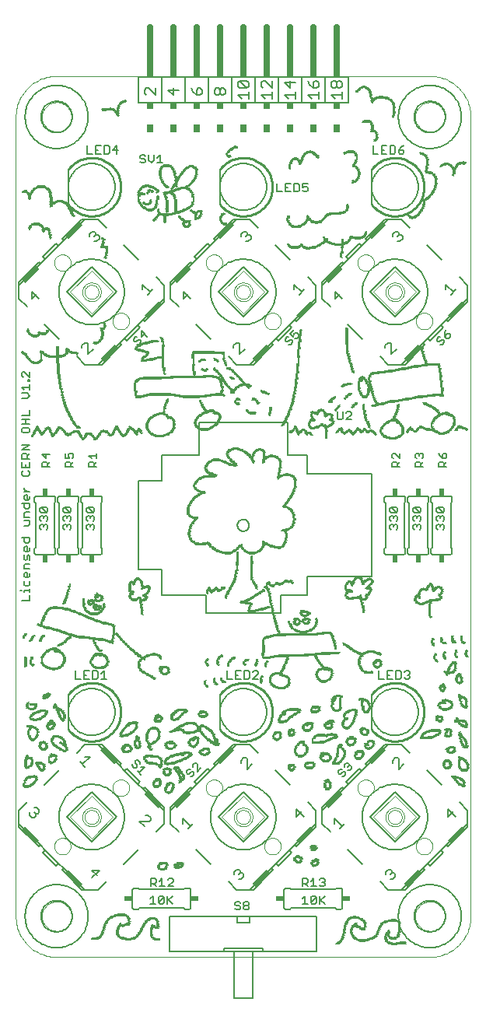
<source format=gto>
G75*
G70*
%OFA0B0*%
%FSLAX24Y24*%
%IPPOS*%
%LPD*%
%AMOC8*
5,1,8,0,0,1.08239X$1,22.5*
%
%ADD10C,0.0000*%
%ADD11C,0.0060*%
%ADD12C,0.0080*%
%ADD13R,0.0240X0.0340*%
%ADD14C,0.0100*%
%ADD15C,0.0020*%
%ADD16R,0.0850X0.0200*%
%ADD17C,0.0050*%
%ADD18R,0.0340X0.0240*%
%ADD19R,0.0260X0.0300*%
%ADD20C,0.0260*%
%ADD21R,0.0260X0.0260*%
%ADD22R,0.0260X0.0320*%
%ADD23R,0.0251X0.0025*%
%ADD24R,0.0126X0.0025*%
%ADD25R,0.0500X0.0025*%
%ADD26R,0.0100X0.0025*%
%ADD27R,0.0176X0.0025*%
%ADD28R,0.0774X0.0025*%
%ADD29R,0.0200X0.0025*%
%ADD30R,0.0824X0.0025*%
%ADD31R,0.0225X0.0025*%
%ADD32R,0.0276X0.0025*%
%ADD33R,0.0475X0.0025*%
%ADD34R,0.0274X0.0025*%
%ADD35R,0.0150X0.0025*%
%ADD36R,0.0251X0.0025*%
%ADD37R,0.0174X0.0025*%
%ADD38R,0.0149X0.0025*%
%ADD39R,0.0476X0.0025*%
%ADD40R,0.0125X0.0025*%
%ADD41R,0.0275X0.0025*%
%ADD42R,0.0625X0.0025*%
%ADD43R,0.0249X0.0025*%
%ADD44R,0.0301X0.0025*%
%ADD45R,0.0751X0.0025*%
%ADD46R,0.0151X0.0025*%
%ADD47R,0.0324X0.0025*%
%ADD48R,0.0600X0.0025*%
%ADD49R,0.0325X0.0025*%
%ADD50R,0.0425X0.0025*%
%ADD51R,0.0374X0.0025*%
%ADD52R,0.0700X0.0025*%
%ADD53R,0.0351X0.0025*%
%ADD54R,0.0199X0.0025*%
%ADD55R,0.0349X0.0025*%
%ADD56R,0.0250X0.0025*%
%ADD57R,0.0224X0.0025*%
%ADD58R,0.0175X0.0025*%
%ADD59R,0.0124X0.0025*%
%ADD60R,0.0101X0.0025*%
%ADD61R,0.0076X0.0025*%
%ADD62R,0.0075X0.0025*%
%ADD63R,0.0350X0.0025*%
%ADD64R,0.0376X0.0025*%
%ADD65R,0.0226X0.0025*%
%ADD66R,0.0300X0.0025*%
%ADD67R,0.0474X0.0025*%
%ADD68R,0.0499X0.0025*%
%ADD69R,0.0074X0.0025*%
%ADD70R,0.0050X0.0025*%
%ADD71R,0.0750X0.0025*%
%ADD72R,0.0676X0.0025*%
%ADD73R,0.0574X0.0025*%
%ADD74R,0.0400X0.0025*%
%ADD75R,0.0725X0.0025*%
%ADD76R,0.0525X0.0025*%
%ADD77R,0.0025X0.0025*%
%ADD78R,0.0299X0.0025*%
%ADD79R,0.0375X0.0025*%
%ADD80R,0.0401X0.0025*%
%ADD81R,0.0026X0.0025*%
%ADD82R,0.0451X0.0025*%
%ADD83R,0.0399X0.0025*%
%ADD84R,0.0326X0.0025*%
%ADD85R,0.0099X0.0025*%
%ADD86R,0.0201X0.0025*%
%ADD87R,0.0501X0.0025*%
%ADD88R,0.0426X0.0025*%
%ADD89R,0.0024X0.0025*%
%ADD90R,0.0449X0.0025*%
%ADD91R,0.0450X0.0025*%
%ADD92R,0.0526X0.0025*%
%ADD93R,0.0051X0.0025*%
%ADD94R,0.0049X0.0025*%
%ADD95R,0.0601X0.0025*%
%ADD96R,0.0599X0.0025*%
%ADD97R,0.0549X0.0025*%
%ADD98R,0.0675X0.0025*%
%ADD99R,0.0576X0.0025*%
%ADD100R,0.0650X0.0025*%
%ADD101R,0.0424X0.0025*%
%ADD102R,0.0975X0.0025*%
%ADD103R,0.0950X0.0025*%
%ADD104R,0.0651X0.0025*%
%ADD105R,0.0701X0.0025*%
%ADD106R,0.0550X0.0025*%
%ADD107R,0.0524X0.0025*%
%ADD108R,0.0475X0.0025*%
%ADD109R,0.0126X0.0025*%
%ADD110R,0.0174X0.0025*%
%ADD111R,0.0575X0.0025*%
%ADD112R,0.0176X0.0025*%
%ADD113R,0.0274X0.0025*%
%ADD114R,0.0150X0.0025*%
%ADD115R,0.0400X0.0025*%
%ADD116R,0.0300X0.0025*%
%ADD117R,0.0499X0.0025*%
%ADD118R,0.0124X0.0025*%
%ADD119R,0.0376X0.0025*%
%ADD120R,0.0300X0.0025*%
%ADD121R,0.0551X0.0025*%
%ADD122R,0.0725X0.0025*%
%ADD123R,0.0100X0.0025*%
%ADD124R,0.0175X0.0025*%
%ADD125R,0.0351X0.0025*%
%ADD126R,0.0450X0.0025*%
%ADD127R,0.0126X0.0025*%
%ADD128R,0.0225X0.0025*%
%ADD129R,0.0399X0.0025*%
%ADD130R,0.0226X0.0025*%
%ADD131R,0.0401X0.0025*%
%ADD132R,0.0275X0.0025*%
%ADD133R,0.0125X0.0025*%
%ADD134R,0.0100X0.0025*%
%ADD135R,0.0101X0.0025*%
%ADD136R,0.0500X0.0025*%
%ADD137R,0.0451X0.0025*%
%ADD138R,0.0400X0.0025*%
%ADD139R,0.0125X0.0025*%
%ADD140R,0.0101X0.0025*%
%ADD141R,0.0200X0.0025*%
%ADD142R,0.0249X0.0025*%
%ADD143R,0.0199X0.0025*%
%ADD144R,0.0276X0.0025*%
%ADD145R,0.0099X0.0025*%
%ADD146R,0.0124X0.0025*%
%ADD147R,0.0649X0.0025*%
%ADD148R,0.0551X0.0025*%
%ADD149R,0.0726X0.0025*%
%ADD150R,0.1125X0.0025*%
%ADD151R,0.1699X0.0025*%
%ADD152R,0.0575X0.0025*%
%ADD153R,0.1875X0.0025*%
%ADD154R,0.1949X0.0025*%
%ADD155R,0.2049X0.0025*%
%ADD156R,0.1500X0.0025*%
%ADD157R,0.1099X0.0025*%
%ADD158R,0.0825X0.0025*%
%ADD159R,0.0624X0.0025*%
%ADD160R,0.0851X0.0025*%
%ADD161R,0.0925X0.0025*%
%ADD162R,0.0850X0.0025*%
%ADD163R,0.0674X0.0025*%
%ADD164R,0.0776X0.0025*%
%ADD165R,0.2075X0.0025*%
%ADD166R,0.2201X0.0025*%
%ADD167R,0.2424X0.0025*%
%ADD168R,0.2175X0.0025*%
%ADD169R,0.0974X0.0025*%
%ADD170R,0.0875X0.0025*%
%ADD171R,0.0324X0.0025*%
%ADD172R,0.0425X0.0025*%
%ADD173R,0.0150X0.0025*%
%ADD174R,0.0276X0.0025*%
%ADD175R,0.0775X0.0025*%
%ADD176R,0.0801X0.0025*%
%ADD177R,0.0749X0.0025*%
%ADD178R,0.1176X0.0025*%
%ADD179R,0.0699X0.0025*%
%ADD180R,0.1599X0.0025*%
%ADD181R,0.0900X0.0025*%
%ADD182R,0.2100X0.0025*%
%ADD183R,0.1126X0.0025*%
%ADD184R,0.1150X0.0025*%
%ADD185R,0.1575X0.0025*%
%ADD186R,0.0874X0.0025*%
%ADD187R,0.1275X0.0025*%
%ADD188R,0.1100X0.0025*%
%ADD189R,0.1524X0.0025*%
%ADD190R,0.2851X0.0025*%
%ADD191R,0.3275X0.0025*%
%ADD192R,0.2525X0.0025*%
%ADD193R,0.2025X0.0025*%
%ADD194R,0.0999X0.0025*%
%ADD195R,0.1399X0.0025*%
%ADD196R,0.1375X0.0025*%
%ADD197R,0.0949X0.0025*%
%ADD198R,0.0826X0.0025*%
D10*
X001004Y003635D02*
X001004Y037885D01*
X002124Y037885D02*
X002126Y037935D01*
X002132Y037985D01*
X002142Y038034D01*
X002156Y038082D01*
X002173Y038129D01*
X002194Y038174D01*
X002219Y038218D01*
X002247Y038259D01*
X002279Y038298D01*
X002313Y038335D01*
X002350Y038369D01*
X002390Y038399D01*
X002432Y038426D01*
X002476Y038450D01*
X002522Y038471D01*
X002569Y038487D01*
X002617Y038500D01*
X002667Y038509D01*
X002716Y038514D01*
X002767Y038515D01*
X002817Y038512D01*
X002866Y038505D01*
X002915Y038494D01*
X002963Y038479D01*
X003009Y038461D01*
X003054Y038439D01*
X003097Y038413D01*
X003138Y038384D01*
X003177Y038352D01*
X003213Y038317D01*
X003245Y038279D01*
X003275Y038239D01*
X003302Y038196D01*
X003325Y038152D01*
X003344Y038106D01*
X003360Y038058D01*
X003372Y038009D01*
X003380Y037960D01*
X003384Y037910D01*
X003384Y037860D01*
X003380Y037810D01*
X003372Y037761D01*
X003360Y037712D01*
X003344Y037664D01*
X003325Y037618D01*
X003302Y037574D01*
X003275Y037531D01*
X003245Y037491D01*
X003213Y037453D01*
X003177Y037418D01*
X003138Y037386D01*
X003097Y037357D01*
X003054Y037331D01*
X003009Y037309D01*
X002963Y037291D01*
X002915Y037276D01*
X002866Y037265D01*
X002817Y037258D01*
X002767Y037255D01*
X002716Y037256D01*
X002667Y037261D01*
X002617Y037270D01*
X002569Y037283D01*
X002522Y037299D01*
X002476Y037320D01*
X002432Y037344D01*
X002390Y037371D01*
X002350Y037401D01*
X002313Y037435D01*
X002279Y037472D01*
X002247Y037511D01*
X002219Y037552D01*
X002194Y037596D01*
X002173Y037641D01*
X002156Y037688D01*
X002142Y037736D01*
X002132Y037785D01*
X002126Y037835D01*
X002124Y037885D01*
X001004Y037885D02*
X001006Y037968D01*
X001012Y038051D01*
X001022Y038134D01*
X001036Y038216D01*
X001053Y038298D01*
X001075Y038378D01*
X001100Y038457D01*
X001129Y038535D01*
X001162Y038612D01*
X001199Y038687D01*
X001238Y038760D01*
X001282Y038831D01*
X001328Y038900D01*
X001378Y038967D01*
X001431Y039031D01*
X001487Y039093D01*
X001546Y039152D01*
X001608Y039208D01*
X001672Y039261D01*
X001739Y039311D01*
X001808Y039357D01*
X001879Y039401D01*
X001952Y039440D01*
X002027Y039477D01*
X002104Y039510D01*
X002182Y039539D01*
X002261Y039564D01*
X002341Y039586D01*
X002423Y039603D01*
X002505Y039617D01*
X002588Y039627D01*
X002671Y039633D01*
X002754Y039635D01*
X018754Y039635D01*
X018124Y037885D02*
X018126Y037935D01*
X018132Y037985D01*
X018142Y038034D01*
X018156Y038082D01*
X018173Y038129D01*
X018194Y038174D01*
X018219Y038218D01*
X018247Y038259D01*
X018279Y038298D01*
X018313Y038335D01*
X018350Y038369D01*
X018390Y038399D01*
X018432Y038426D01*
X018476Y038450D01*
X018522Y038471D01*
X018569Y038487D01*
X018617Y038500D01*
X018667Y038509D01*
X018716Y038514D01*
X018767Y038515D01*
X018817Y038512D01*
X018866Y038505D01*
X018915Y038494D01*
X018963Y038479D01*
X019009Y038461D01*
X019054Y038439D01*
X019097Y038413D01*
X019138Y038384D01*
X019177Y038352D01*
X019213Y038317D01*
X019245Y038279D01*
X019275Y038239D01*
X019302Y038196D01*
X019325Y038152D01*
X019344Y038106D01*
X019360Y038058D01*
X019372Y038009D01*
X019380Y037960D01*
X019384Y037910D01*
X019384Y037860D01*
X019380Y037810D01*
X019372Y037761D01*
X019360Y037712D01*
X019344Y037664D01*
X019325Y037618D01*
X019302Y037574D01*
X019275Y037531D01*
X019245Y037491D01*
X019213Y037453D01*
X019177Y037418D01*
X019138Y037386D01*
X019097Y037357D01*
X019054Y037331D01*
X019009Y037309D01*
X018963Y037291D01*
X018915Y037276D01*
X018866Y037265D01*
X018817Y037258D01*
X018767Y037255D01*
X018716Y037256D01*
X018667Y037261D01*
X018617Y037270D01*
X018569Y037283D01*
X018522Y037299D01*
X018476Y037320D01*
X018432Y037344D01*
X018390Y037371D01*
X018350Y037401D01*
X018313Y037435D01*
X018279Y037472D01*
X018247Y037511D01*
X018219Y037552D01*
X018194Y037596D01*
X018173Y037641D01*
X018156Y037688D01*
X018142Y037736D01*
X018132Y037785D01*
X018126Y037835D01*
X018124Y037885D01*
X018754Y039635D02*
X018837Y039633D01*
X018920Y039627D01*
X019003Y039617D01*
X019085Y039603D01*
X019167Y039586D01*
X019247Y039564D01*
X019326Y039539D01*
X019404Y039510D01*
X019481Y039477D01*
X019556Y039440D01*
X019629Y039401D01*
X019700Y039357D01*
X019769Y039311D01*
X019836Y039261D01*
X019900Y039208D01*
X019962Y039152D01*
X020021Y039093D01*
X020077Y039031D01*
X020130Y038967D01*
X020180Y038900D01*
X020226Y038831D01*
X020270Y038760D01*
X020309Y038687D01*
X020346Y038612D01*
X020379Y038535D01*
X020408Y038457D01*
X020433Y038378D01*
X020455Y038298D01*
X020472Y038216D01*
X020486Y038134D01*
X020496Y038051D01*
X020502Y037968D01*
X020504Y037885D01*
X020504Y003635D01*
X018124Y003635D02*
X018126Y003685D01*
X018132Y003735D01*
X018142Y003784D01*
X018156Y003832D01*
X018173Y003879D01*
X018194Y003924D01*
X018219Y003968D01*
X018247Y004009D01*
X018279Y004048D01*
X018313Y004085D01*
X018350Y004119D01*
X018390Y004149D01*
X018432Y004176D01*
X018476Y004200D01*
X018522Y004221D01*
X018569Y004237D01*
X018617Y004250D01*
X018667Y004259D01*
X018716Y004264D01*
X018767Y004265D01*
X018817Y004262D01*
X018866Y004255D01*
X018915Y004244D01*
X018963Y004229D01*
X019009Y004211D01*
X019054Y004189D01*
X019097Y004163D01*
X019138Y004134D01*
X019177Y004102D01*
X019213Y004067D01*
X019245Y004029D01*
X019275Y003989D01*
X019302Y003946D01*
X019325Y003902D01*
X019344Y003856D01*
X019360Y003808D01*
X019372Y003759D01*
X019380Y003710D01*
X019384Y003660D01*
X019384Y003610D01*
X019380Y003560D01*
X019372Y003511D01*
X019360Y003462D01*
X019344Y003414D01*
X019325Y003368D01*
X019302Y003324D01*
X019275Y003281D01*
X019245Y003241D01*
X019213Y003203D01*
X019177Y003168D01*
X019138Y003136D01*
X019097Y003107D01*
X019054Y003081D01*
X019009Y003059D01*
X018963Y003041D01*
X018915Y003026D01*
X018866Y003015D01*
X018817Y003008D01*
X018767Y003005D01*
X018716Y003006D01*
X018667Y003011D01*
X018617Y003020D01*
X018569Y003033D01*
X018522Y003049D01*
X018476Y003070D01*
X018432Y003094D01*
X018390Y003121D01*
X018350Y003151D01*
X018313Y003185D01*
X018279Y003222D01*
X018247Y003261D01*
X018219Y003302D01*
X018194Y003346D01*
X018173Y003391D01*
X018156Y003438D01*
X018142Y003486D01*
X018132Y003535D01*
X018126Y003585D01*
X018124Y003635D01*
X018754Y001885D02*
X018837Y001887D01*
X018920Y001893D01*
X019003Y001903D01*
X019085Y001917D01*
X019167Y001934D01*
X019247Y001956D01*
X019326Y001981D01*
X019404Y002010D01*
X019481Y002043D01*
X019556Y002080D01*
X019629Y002119D01*
X019700Y002163D01*
X019769Y002209D01*
X019836Y002259D01*
X019900Y002312D01*
X019962Y002368D01*
X020021Y002427D01*
X020077Y002489D01*
X020130Y002553D01*
X020180Y002620D01*
X020226Y002689D01*
X020270Y002760D01*
X020309Y002833D01*
X020346Y002908D01*
X020379Y002985D01*
X020408Y003063D01*
X020433Y003142D01*
X020455Y003222D01*
X020472Y003304D01*
X020486Y003386D01*
X020496Y003469D01*
X020502Y003552D01*
X020504Y003635D01*
X018754Y001885D02*
X002754Y001885D01*
X002124Y003635D02*
X002126Y003685D01*
X002132Y003735D01*
X002142Y003784D01*
X002156Y003832D01*
X002173Y003879D01*
X002194Y003924D01*
X002219Y003968D01*
X002247Y004009D01*
X002279Y004048D01*
X002313Y004085D01*
X002350Y004119D01*
X002390Y004149D01*
X002432Y004176D01*
X002476Y004200D01*
X002522Y004221D01*
X002569Y004237D01*
X002617Y004250D01*
X002667Y004259D01*
X002716Y004264D01*
X002767Y004265D01*
X002817Y004262D01*
X002866Y004255D01*
X002915Y004244D01*
X002963Y004229D01*
X003009Y004211D01*
X003054Y004189D01*
X003097Y004163D01*
X003138Y004134D01*
X003177Y004102D01*
X003213Y004067D01*
X003245Y004029D01*
X003275Y003989D01*
X003302Y003946D01*
X003325Y003902D01*
X003344Y003856D01*
X003360Y003808D01*
X003372Y003759D01*
X003380Y003710D01*
X003384Y003660D01*
X003384Y003610D01*
X003380Y003560D01*
X003372Y003511D01*
X003360Y003462D01*
X003344Y003414D01*
X003325Y003368D01*
X003302Y003324D01*
X003275Y003281D01*
X003245Y003241D01*
X003213Y003203D01*
X003177Y003168D01*
X003138Y003136D01*
X003097Y003107D01*
X003054Y003081D01*
X003009Y003059D01*
X002963Y003041D01*
X002915Y003026D01*
X002866Y003015D01*
X002817Y003008D01*
X002767Y003005D01*
X002716Y003006D01*
X002667Y003011D01*
X002617Y003020D01*
X002569Y003033D01*
X002522Y003049D01*
X002476Y003070D01*
X002432Y003094D01*
X002390Y003121D01*
X002350Y003151D01*
X002313Y003185D01*
X002279Y003222D01*
X002247Y003261D01*
X002219Y003302D01*
X002194Y003346D01*
X002173Y003391D01*
X002156Y003438D01*
X002142Y003486D01*
X002132Y003535D01*
X002126Y003585D01*
X002124Y003635D01*
X001004Y003635D02*
X001006Y003552D01*
X001012Y003469D01*
X001022Y003386D01*
X001036Y003304D01*
X001053Y003222D01*
X001075Y003142D01*
X001100Y003063D01*
X001129Y002985D01*
X001162Y002908D01*
X001199Y002833D01*
X001238Y002760D01*
X001282Y002689D01*
X001328Y002620D01*
X001378Y002553D01*
X001431Y002489D01*
X001487Y002427D01*
X001546Y002368D01*
X001608Y002312D01*
X001672Y002259D01*
X001739Y002209D01*
X001808Y002163D01*
X001879Y002119D01*
X001952Y002080D01*
X002027Y002043D01*
X002104Y002010D01*
X002182Y001981D01*
X002261Y001956D01*
X002341Y001934D01*
X002423Y001917D01*
X002505Y001903D01*
X002588Y001893D01*
X002671Y001887D01*
X002754Y001885D01*
X002647Y006633D02*
X002649Y006670D01*
X002655Y006707D01*
X002664Y006743D01*
X002678Y006777D01*
X002695Y006810D01*
X002715Y006842D01*
X002738Y006871D01*
X002764Y006897D01*
X002793Y006920D01*
X002824Y006940D01*
X002858Y006957D01*
X002892Y006971D01*
X002928Y006980D01*
X002965Y006986D01*
X003002Y006988D01*
X003039Y006986D01*
X003076Y006980D01*
X003112Y006971D01*
X003146Y006957D01*
X003179Y006940D01*
X003211Y006920D01*
X003240Y006897D01*
X003266Y006871D01*
X003289Y006842D01*
X003309Y006811D01*
X003326Y006777D01*
X003340Y006743D01*
X003349Y006707D01*
X003355Y006670D01*
X003357Y006633D01*
X003355Y006596D01*
X003349Y006559D01*
X003340Y006523D01*
X003326Y006489D01*
X003309Y006456D01*
X003289Y006424D01*
X003266Y006395D01*
X003240Y006369D01*
X003211Y006346D01*
X003180Y006326D01*
X003146Y006309D01*
X003112Y006295D01*
X003076Y006286D01*
X003039Y006280D01*
X003002Y006278D01*
X002965Y006280D01*
X002928Y006286D01*
X002892Y006295D01*
X002858Y006309D01*
X002825Y006326D01*
X002793Y006346D01*
X002764Y006369D01*
X002738Y006395D01*
X002715Y006424D01*
X002695Y006455D01*
X002678Y006489D01*
X002664Y006523D01*
X002655Y006559D01*
X002649Y006596D01*
X002647Y006633D01*
X005151Y009136D02*
X005153Y009173D01*
X005159Y009210D01*
X005168Y009246D01*
X005182Y009280D01*
X005199Y009313D01*
X005219Y009345D01*
X005242Y009374D01*
X005268Y009400D01*
X005297Y009423D01*
X005328Y009443D01*
X005362Y009460D01*
X005396Y009474D01*
X005432Y009483D01*
X005469Y009489D01*
X005506Y009491D01*
X005543Y009489D01*
X005580Y009483D01*
X005616Y009474D01*
X005650Y009460D01*
X005683Y009443D01*
X005715Y009423D01*
X005744Y009400D01*
X005770Y009374D01*
X005793Y009345D01*
X005813Y009314D01*
X005830Y009280D01*
X005844Y009246D01*
X005853Y009210D01*
X005859Y009173D01*
X005861Y009136D01*
X005859Y009099D01*
X005853Y009062D01*
X005844Y009026D01*
X005830Y008992D01*
X005813Y008959D01*
X005793Y008927D01*
X005770Y008898D01*
X005744Y008872D01*
X005715Y008849D01*
X005684Y008829D01*
X005650Y008812D01*
X005616Y008798D01*
X005580Y008789D01*
X005543Y008783D01*
X005506Y008781D01*
X005469Y008783D01*
X005432Y008789D01*
X005396Y008798D01*
X005362Y008812D01*
X005329Y008829D01*
X005297Y008849D01*
X005268Y008872D01*
X005242Y008898D01*
X005219Y008927D01*
X005199Y008958D01*
X005182Y008992D01*
X005168Y009026D01*
X005159Y009062D01*
X005153Y009099D01*
X005151Y009136D01*
X009147Y009136D02*
X009149Y009173D01*
X009155Y009210D01*
X009164Y009246D01*
X009178Y009280D01*
X009195Y009313D01*
X009215Y009345D01*
X009238Y009374D01*
X009264Y009400D01*
X009293Y009423D01*
X009324Y009443D01*
X009358Y009460D01*
X009392Y009474D01*
X009428Y009483D01*
X009465Y009489D01*
X009502Y009491D01*
X009539Y009489D01*
X009576Y009483D01*
X009612Y009474D01*
X009646Y009460D01*
X009679Y009443D01*
X009711Y009423D01*
X009740Y009400D01*
X009766Y009374D01*
X009789Y009345D01*
X009809Y009314D01*
X009826Y009280D01*
X009840Y009246D01*
X009849Y009210D01*
X009855Y009173D01*
X009857Y009136D01*
X009855Y009099D01*
X009849Y009062D01*
X009840Y009026D01*
X009826Y008992D01*
X009809Y008959D01*
X009789Y008927D01*
X009766Y008898D01*
X009740Y008872D01*
X009711Y008849D01*
X009680Y008829D01*
X009646Y008812D01*
X009612Y008798D01*
X009576Y008789D01*
X009539Y008783D01*
X009502Y008781D01*
X009465Y008783D01*
X009428Y008789D01*
X009392Y008798D01*
X009358Y008812D01*
X009325Y008829D01*
X009293Y008849D01*
X009264Y008872D01*
X009238Y008898D01*
X009215Y008927D01*
X009195Y008958D01*
X009178Y008992D01*
X009164Y009026D01*
X009155Y009062D01*
X009149Y009099D01*
X009147Y009136D01*
X011651Y006633D02*
X011653Y006670D01*
X011659Y006707D01*
X011668Y006743D01*
X011682Y006777D01*
X011699Y006810D01*
X011719Y006842D01*
X011742Y006871D01*
X011768Y006897D01*
X011797Y006920D01*
X011828Y006940D01*
X011862Y006957D01*
X011896Y006971D01*
X011932Y006980D01*
X011969Y006986D01*
X012006Y006988D01*
X012043Y006986D01*
X012080Y006980D01*
X012116Y006971D01*
X012150Y006957D01*
X012183Y006940D01*
X012215Y006920D01*
X012244Y006897D01*
X012270Y006871D01*
X012293Y006842D01*
X012313Y006811D01*
X012330Y006777D01*
X012344Y006743D01*
X012353Y006707D01*
X012359Y006670D01*
X012361Y006633D01*
X012359Y006596D01*
X012353Y006559D01*
X012344Y006523D01*
X012330Y006489D01*
X012313Y006456D01*
X012293Y006424D01*
X012270Y006395D01*
X012244Y006369D01*
X012215Y006346D01*
X012184Y006326D01*
X012150Y006309D01*
X012116Y006295D01*
X012080Y006286D01*
X012043Y006280D01*
X012006Y006278D01*
X011969Y006280D01*
X011932Y006286D01*
X011896Y006295D01*
X011862Y006309D01*
X011829Y006326D01*
X011797Y006346D01*
X011768Y006369D01*
X011742Y006395D01*
X011719Y006424D01*
X011699Y006455D01*
X011682Y006489D01*
X011668Y006523D01*
X011659Y006559D01*
X011653Y006596D01*
X011651Y006633D01*
X015647Y009136D02*
X015649Y009173D01*
X015655Y009210D01*
X015664Y009246D01*
X015678Y009280D01*
X015695Y009313D01*
X015715Y009345D01*
X015738Y009374D01*
X015764Y009400D01*
X015793Y009423D01*
X015824Y009443D01*
X015858Y009460D01*
X015892Y009474D01*
X015928Y009483D01*
X015965Y009489D01*
X016002Y009491D01*
X016039Y009489D01*
X016076Y009483D01*
X016112Y009474D01*
X016146Y009460D01*
X016179Y009443D01*
X016211Y009423D01*
X016240Y009400D01*
X016266Y009374D01*
X016289Y009345D01*
X016309Y009314D01*
X016326Y009280D01*
X016340Y009246D01*
X016349Y009210D01*
X016355Y009173D01*
X016357Y009136D01*
X016355Y009099D01*
X016349Y009062D01*
X016340Y009026D01*
X016326Y008992D01*
X016309Y008959D01*
X016289Y008927D01*
X016266Y008898D01*
X016240Y008872D01*
X016211Y008849D01*
X016180Y008829D01*
X016146Y008812D01*
X016112Y008798D01*
X016076Y008789D01*
X016039Y008783D01*
X016002Y008781D01*
X015965Y008783D01*
X015928Y008789D01*
X015892Y008798D01*
X015858Y008812D01*
X015825Y008829D01*
X015793Y008849D01*
X015764Y008872D01*
X015738Y008898D01*
X015715Y008927D01*
X015695Y008958D01*
X015678Y008992D01*
X015664Y009026D01*
X015655Y009062D01*
X015649Y009099D01*
X015647Y009136D01*
X018151Y006633D02*
X018153Y006670D01*
X018159Y006707D01*
X018168Y006743D01*
X018182Y006777D01*
X018199Y006810D01*
X018219Y006842D01*
X018242Y006871D01*
X018268Y006897D01*
X018297Y006920D01*
X018328Y006940D01*
X018362Y006957D01*
X018396Y006971D01*
X018432Y006980D01*
X018469Y006986D01*
X018506Y006988D01*
X018543Y006986D01*
X018580Y006980D01*
X018616Y006971D01*
X018650Y006957D01*
X018683Y006940D01*
X018715Y006920D01*
X018744Y006897D01*
X018770Y006871D01*
X018793Y006842D01*
X018813Y006811D01*
X018830Y006777D01*
X018844Y006743D01*
X018853Y006707D01*
X018859Y006670D01*
X018861Y006633D01*
X018859Y006596D01*
X018853Y006559D01*
X018844Y006523D01*
X018830Y006489D01*
X018813Y006456D01*
X018793Y006424D01*
X018770Y006395D01*
X018744Y006369D01*
X018715Y006346D01*
X018684Y006326D01*
X018650Y006309D01*
X018616Y006295D01*
X018580Y006286D01*
X018543Y006280D01*
X018506Y006278D01*
X018469Y006280D01*
X018432Y006286D01*
X018396Y006295D01*
X018362Y006309D01*
X018329Y006326D01*
X018297Y006346D01*
X018268Y006369D01*
X018242Y006395D01*
X018219Y006424D01*
X018199Y006455D01*
X018182Y006489D01*
X018168Y006523D01*
X018159Y006559D01*
X018153Y006596D01*
X018151Y006633D01*
X018151Y029133D02*
X018153Y029170D01*
X018159Y029207D01*
X018168Y029243D01*
X018182Y029277D01*
X018199Y029310D01*
X018219Y029342D01*
X018242Y029371D01*
X018268Y029397D01*
X018297Y029420D01*
X018328Y029440D01*
X018362Y029457D01*
X018396Y029471D01*
X018432Y029480D01*
X018469Y029486D01*
X018506Y029488D01*
X018543Y029486D01*
X018580Y029480D01*
X018616Y029471D01*
X018650Y029457D01*
X018683Y029440D01*
X018715Y029420D01*
X018744Y029397D01*
X018770Y029371D01*
X018793Y029342D01*
X018813Y029311D01*
X018830Y029277D01*
X018844Y029243D01*
X018853Y029207D01*
X018859Y029170D01*
X018861Y029133D01*
X018859Y029096D01*
X018853Y029059D01*
X018844Y029023D01*
X018830Y028989D01*
X018813Y028956D01*
X018793Y028924D01*
X018770Y028895D01*
X018744Y028869D01*
X018715Y028846D01*
X018684Y028826D01*
X018650Y028809D01*
X018616Y028795D01*
X018580Y028786D01*
X018543Y028780D01*
X018506Y028778D01*
X018469Y028780D01*
X018432Y028786D01*
X018396Y028795D01*
X018362Y028809D01*
X018329Y028826D01*
X018297Y028846D01*
X018268Y028869D01*
X018242Y028895D01*
X018219Y028924D01*
X018199Y028955D01*
X018182Y028989D01*
X018168Y029023D01*
X018159Y029059D01*
X018153Y029096D01*
X018151Y029133D01*
X015647Y031636D02*
X015649Y031673D01*
X015655Y031710D01*
X015664Y031746D01*
X015678Y031780D01*
X015695Y031813D01*
X015715Y031845D01*
X015738Y031874D01*
X015764Y031900D01*
X015793Y031923D01*
X015824Y031943D01*
X015858Y031960D01*
X015892Y031974D01*
X015928Y031983D01*
X015965Y031989D01*
X016002Y031991D01*
X016039Y031989D01*
X016076Y031983D01*
X016112Y031974D01*
X016146Y031960D01*
X016179Y031943D01*
X016211Y031923D01*
X016240Y031900D01*
X016266Y031874D01*
X016289Y031845D01*
X016309Y031814D01*
X016326Y031780D01*
X016340Y031746D01*
X016349Y031710D01*
X016355Y031673D01*
X016357Y031636D01*
X016355Y031599D01*
X016349Y031562D01*
X016340Y031526D01*
X016326Y031492D01*
X016309Y031459D01*
X016289Y031427D01*
X016266Y031398D01*
X016240Y031372D01*
X016211Y031349D01*
X016180Y031329D01*
X016146Y031312D01*
X016112Y031298D01*
X016076Y031289D01*
X016039Y031283D01*
X016002Y031281D01*
X015965Y031283D01*
X015928Y031289D01*
X015892Y031298D01*
X015858Y031312D01*
X015825Y031329D01*
X015793Y031349D01*
X015764Y031372D01*
X015738Y031398D01*
X015715Y031427D01*
X015695Y031458D01*
X015678Y031492D01*
X015664Y031526D01*
X015655Y031562D01*
X015649Y031599D01*
X015647Y031636D01*
X011651Y029133D02*
X011653Y029170D01*
X011659Y029207D01*
X011668Y029243D01*
X011682Y029277D01*
X011699Y029310D01*
X011719Y029342D01*
X011742Y029371D01*
X011768Y029397D01*
X011797Y029420D01*
X011828Y029440D01*
X011862Y029457D01*
X011896Y029471D01*
X011932Y029480D01*
X011969Y029486D01*
X012006Y029488D01*
X012043Y029486D01*
X012080Y029480D01*
X012116Y029471D01*
X012150Y029457D01*
X012183Y029440D01*
X012215Y029420D01*
X012244Y029397D01*
X012270Y029371D01*
X012293Y029342D01*
X012313Y029311D01*
X012330Y029277D01*
X012344Y029243D01*
X012353Y029207D01*
X012359Y029170D01*
X012361Y029133D01*
X012359Y029096D01*
X012353Y029059D01*
X012344Y029023D01*
X012330Y028989D01*
X012313Y028956D01*
X012293Y028924D01*
X012270Y028895D01*
X012244Y028869D01*
X012215Y028846D01*
X012184Y028826D01*
X012150Y028809D01*
X012116Y028795D01*
X012080Y028786D01*
X012043Y028780D01*
X012006Y028778D01*
X011969Y028780D01*
X011932Y028786D01*
X011896Y028795D01*
X011862Y028809D01*
X011829Y028826D01*
X011797Y028846D01*
X011768Y028869D01*
X011742Y028895D01*
X011719Y028924D01*
X011699Y028955D01*
X011682Y028989D01*
X011668Y029023D01*
X011659Y029059D01*
X011653Y029096D01*
X011651Y029133D01*
X009147Y031636D02*
X009149Y031673D01*
X009155Y031710D01*
X009164Y031746D01*
X009178Y031780D01*
X009195Y031813D01*
X009215Y031845D01*
X009238Y031874D01*
X009264Y031900D01*
X009293Y031923D01*
X009324Y031943D01*
X009358Y031960D01*
X009392Y031974D01*
X009428Y031983D01*
X009465Y031989D01*
X009502Y031991D01*
X009539Y031989D01*
X009576Y031983D01*
X009612Y031974D01*
X009646Y031960D01*
X009679Y031943D01*
X009711Y031923D01*
X009740Y031900D01*
X009766Y031874D01*
X009789Y031845D01*
X009809Y031814D01*
X009826Y031780D01*
X009840Y031746D01*
X009849Y031710D01*
X009855Y031673D01*
X009857Y031636D01*
X009855Y031599D01*
X009849Y031562D01*
X009840Y031526D01*
X009826Y031492D01*
X009809Y031459D01*
X009789Y031427D01*
X009766Y031398D01*
X009740Y031372D01*
X009711Y031349D01*
X009680Y031329D01*
X009646Y031312D01*
X009612Y031298D01*
X009576Y031289D01*
X009539Y031283D01*
X009502Y031281D01*
X009465Y031283D01*
X009428Y031289D01*
X009392Y031298D01*
X009358Y031312D01*
X009325Y031329D01*
X009293Y031349D01*
X009264Y031372D01*
X009238Y031398D01*
X009215Y031427D01*
X009195Y031458D01*
X009178Y031492D01*
X009164Y031526D01*
X009155Y031562D01*
X009149Y031599D01*
X009147Y031636D01*
X005151Y029133D02*
X005153Y029170D01*
X005159Y029207D01*
X005168Y029243D01*
X005182Y029277D01*
X005199Y029310D01*
X005219Y029342D01*
X005242Y029371D01*
X005268Y029397D01*
X005297Y029420D01*
X005328Y029440D01*
X005362Y029457D01*
X005396Y029471D01*
X005432Y029480D01*
X005469Y029486D01*
X005506Y029488D01*
X005543Y029486D01*
X005580Y029480D01*
X005616Y029471D01*
X005650Y029457D01*
X005683Y029440D01*
X005715Y029420D01*
X005744Y029397D01*
X005770Y029371D01*
X005793Y029342D01*
X005813Y029311D01*
X005830Y029277D01*
X005844Y029243D01*
X005853Y029207D01*
X005859Y029170D01*
X005861Y029133D01*
X005859Y029096D01*
X005853Y029059D01*
X005844Y029023D01*
X005830Y028989D01*
X005813Y028956D01*
X005793Y028924D01*
X005770Y028895D01*
X005744Y028869D01*
X005715Y028846D01*
X005684Y028826D01*
X005650Y028809D01*
X005616Y028795D01*
X005580Y028786D01*
X005543Y028780D01*
X005506Y028778D01*
X005469Y028780D01*
X005432Y028786D01*
X005396Y028795D01*
X005362Y028809D01*
X005329Y028826D01*
X005297Y028846D01*
X005268Y028869D01*
X005242Y028895D01*
X005219Y028924D01*
X005199Y028955D01*
X005182Y028989D01*
X005168Y029023D01*
X005159Y029059D01*
X005153Y029096D01*
X005151Y029133D01*
X002647Y031636D02*
X002649Y031673D01*
X002655Y031710D01*
X002664Y031746D01*
X002678Y031780D01*
X002695Y031813D01*
X002715Y031845D01*
X002738Y031874D01*
X002764Y031900D01*
X002793Y031923D01*
X002824Y031943D01*
X002858Y031960D01*
X002892Y031974D01*
X002928Y031983D01*
X002965Y031989D01*
X003002Y031991D01*
X003039Y031989D01*
X003076Y031983D01*
X003112Y031974D01*
X003146Y031960D01*
X003179Y031943D01*
X003211Y031923D01*
X003240Y031900D01*
X003266Y031874D01*
X003289Y031845D01*
X003309Y031814D01*
X003326Y031780D01*
X003340Y031746D01*
X003349Y031710D01*
X003355Y031673D01*
X003357Y031636D01*
X003355Y031599D01*
X003349Y031562D01*
X003340Y031526D01*
X003326Y031492D01*
X003309Y031459D01*
X003289Y031427D01*
X003266Y031398D01*
X003240Y031372D01*
X003211Y031349D01*
X003180Y031329D01*
X003146Y031312D01*
X003112Y031298D01*
X003076Y031289D01*
X003039Y031283D01*
X003002Y031281D01*
X002965Y031283D01*
X002928Y031289D01*
X002892Y031298D01*
X002858Y031312D01*
X002825Y031329D01*
X002793Y031349D01*
X002764Y031372D01*
X002738Y031398D01*
X002715Y031427D01*
X002695Y031458D01*
X002678Y031492D01*
X002664Y031526D01*
X002655Y031562D01*
X002649Y031599D01*
X002647Y031636D01*
D11*
X002274Y031799D02*
X002840Y032365D01*
X003052Y032577D01*
X002981Y032647D01*
X003830Y033496D01*
X003971Y033496D01*
X003052Y032577D01*
X002840Y032365D02*
X002734Y032471D01*
X002168Y031905D01*
X002274Y031799D01*
X002062Y031587D01*
X001143Y030668D01*
X001143Y030809D01*
X001991Y031657D01*
X002062Y031587D01*
X001143Y030668D02*
X001143Y030102D01*
X001496Y029748D01*
X002239Y029006D02*
X002875Y028369D01*
X003618Y027627D02*
X003971Y027273D01*
X004537Y027273D01*
X004678Y027273D01*
X005527Y028122D01*
X005456Y028193D01*
X005668Y028405D01*
X005774Y028299D01*
X006340Y028864D01*
X006234Y028970D01*
X006446Y029183D01*
X006517Y029112D01*
X007365Y029960D01*
X007365Y030102D01*
X007365Y030668D01*
X007012Y031021D01*
X007365Y030102D02*
X006446Y029183D01*
X006234Y028970D02*
X005668Y028405D01*
X005456Y028193D02*
X004537Y027273D01*
X004254Y029324D02*
X003193Y030385D01*
X004254Y031445D01*
X005315Y030385D01*
X004254Y029324D01*
X002854Y030385D02*
X002856Y030460D01*
X002862Y030534D01*
X002872Y030608D01*
X002886Y030681D01*
X002903Y030753D01*
X002925Y030825D01*
X002950Y030895D01*
X002979Y030963D01*
X003012Y031031D01*
X003048Y031096D01*
X003087Y031159D01*
X003130Y031220D01*
X003176Y031279D01*
X003225Y031335D01*
X003277Y031388D01*
X003332Y031439D01*
X003389Y031486D01*
X003449Y031531D01*
X003511Y031572D01*
X003576Y031610D01*
X003642Y031644D01*
X003710Y031675D01*
X003779Y031702D01*
X003850Y031725D01*
X003922Y031745D01*
X003995Y031761D01*
X004068Y031773D01*
X004142Y031781D01*
X004217Y031785D01*
X004291Y031785D01*
X004366Y031781D01*
X004440Y031773D01*
X004513Y031761D01*
X004586Y031745D01*
X004658Y031725D01*
X004729Y031702D01*
X004798Y031675D01*
X004866Y031644D01*
X004932Y031610D01*
X004997Y031572D01*
X005059Y031531D01*
X005119Y031486D01*
X005176Y031439D01*
X005231Y031388D01*
X005283Y031335D01*
X005332Y031279D01*
X005378Y031220D01*
X005421Y031159D01*
X005460Y031096D01*
X005496Y031031D01*
X005529Y030963D01*
X005558Y030895D01*
X005583Y030825D01*
X005605Y030753D01*
X005622Y030681D01*
X005636Y030608D01*
X005646Y030534D01*
X005652Y030460D01*
X005654Y030385D01*
X005652Y030310D01*
X005646Y030236D01*
X005636Y030162D01*
X005622Y030089D01*
X005605Y030017D01*
X005583Y029945D01*
X005558Y029875D01*
X005529Y029807D01*
X005496Y029739D01*
X005460Y029674D01*
X005421Y029611D01*
X005378Y029550D01*
X005332Y029491D01*
X005283Y029435D01*
X005231Y029382D01*
X005176Y029331D01*
X005119Y029284D01*
X005059Y029239D01*
X004997Y029198D01*
X004932Y029160D01*
X004866Y029126D01*
X004798Y029095D01*
X004729Y029068D01*
X004658Y029045D01*
X004586Y029025D01*
X004513Y029009D01*
X004440Y028997D01*
X004366Y028989D01*
X004291Y028985D01*
X004217Y028985D01*
X004142Y028989D01*
X004068Y028997D01*
X003995Y029009D01*
X003922Y029025D01*
X003850Y029045D01*
X003779Y029068D01*
X003710Y029095D01*
X003642Y029126D01*
X003576Y029160D01*
X003511Y029198D01*
X003449Y029239D01*
X003389Y029284D01*
X003332Y029331D01*
X003277Y029382D01*
X003225Y029435D01*
X003176Y029491D01*
X003130Y029550D01*
X003087Y029611D01*
X003048Y029674D01*
X003012Y029739D01*
X002979Y029807D01*
X002950Y029875D01*
X002925Y029945D01*
X002903Y030017D01*
X002886Y030089D01*
X002872Y030162D01*
X002862Y030236D01*
X002856Y030310D01*
X002854Y030385D01*
X003971Y033496D02*
X004537Y033496D01*
X004890Y033142D01*
X005633Y032400D02*
X006269Y031764D01*
X007643Y030809D02*
X007643Y030668D01*
X008562Y031587D01*
X008491Y031657D01*
X007643Y030809D01*
X007643Y030668D02*
X007643Y030102D01*
X007996Y029748D01*
X008739Y029006D02*
X009375Y028369D01*
X010118Y027627D02*
X010471Y027273D01*
X011037Y027273D01*
X011178Y027273D01*
X012027Y028122D01*
X011956Y028193D01*
X012168Y028405D01*
X012274Y028299D01*
X012840Y028864D01*
X012734Y028970D01*
X012946Y029183D01*
X013017Y029112D01*
X013865Y029960D01*
X013865Y030102D01*
X013865Y030668D01*
X013512Y031021D01*
X013865Y030102D02*
X012946Y029183D01*
X012734Y028970D02*
X012168Y028405D01*
X011956Y028193D02*
X011037Y027273D01*
X010754Y029324D02*
X009693Y030385D01*
X010754Y031445D01*
X011815Y030385D01*
X010754Y029324D01*
X009354Y030385D02*
X009356Y030460D01*
X009362Y030534D01*
X009372Y030608D01*
X009386Y030681D01*
X009403Y030753D01*
X009425Y030825D01*
X009450Y030895D01*
X009479Y030963D01*
X009512Y031031D01*
X009548Y031096D01*
X009587Y031159D01*
X009630Y031220D01*
X009676Y031279D01*
X009725Y031335D01*
X009777Y031388D01*
X009832Y031439D01*
X009889Y031486D01*
X009949Y031531D01*
X010011Y031572D01*
X010076Y031610D01*
X010142Y031644D01*
X010210Y031675D01*
X010279Y031702D01*
X010350Y031725D01*
X010422Y031745D01*
X010495Y031761D01*
X010568Y031773D01*
X010642Y031781D01*
X010717Y031785D01*
X010791Y031785D01*
X010866Y031781D01*
X010940Y031773D01*
X011013Y031761D01*
X011086Y031745D01*
X011158Y031725D01*
X011229Y031702D01*
X011298Y031675D01*
X011366Y031644D01*
X011432Y031610D01*
X011497Y031572D01*
X011559Y031531D01*
X011619Y031486D01*
X011676Y031439D01*
X011731Y031388D01*
X011783Y031335D01*
X011832Y031279D01*
X011878Y031220D01*
X011921Y031159D01*
X011960Y031096D01*
X011996Y031031D01*
X012029Y030963D01*
X012058Y030895D01*
X012083Y030825D01*
X012105Y030753D01*
X012122Y030681D01*
X012136Y030608D01*
X012146Y030534D01*
X012152Y030460D01*
X012154Y030385D01*
X012152Y030310D01*
X012146Y030236D01*
X012136Y030162D01*
X012122Y030089D01*
X012105Y030017D01*
X012083Y029945D01*
X012058Y029875D01*
X012029Y029807D01*
X011996Y029739D01*
X011960Y029674D01*
X011921Y029611D01*
X011878Y029550D01*
X011832Y029491D01*
X011783Y029435D01*
X011731Y029382D01*
X011676Y029331D01*
X011619Y029284D01*
X011559Y029239D01*
X011497Y029198D01*
X011432Y029160D01*
X011366Y029126D01*
X011298Y029095D01*
X011229Y029068D01*
X011158Y029045D01*
X011086Y029025D01*
X011013Y029009D01*
X010940Y028997D01*
X010866Y028989D01*
X010791Y028985D01*
X010717Y028985D01*
X010642Y028989D01*
X010568Y028997D01*
X010495Y029009D01*
X010422Y029025D01*
X010350Y029045D01*
X010279Y029068D01*
X010210Y029095D01*
X010142Y029126D01*
X010076Y029160D01*
X010011Y029198D01*
X009949Y029239D01*
X009889Y029284D01*
X009832Y029331D01*
X009777Y029382D01*
X009725Y029435D01*
X009676Y029491D01*
X009630Y029550D01*
X009587Y029611D01*
X009548Y029674D01*
X009512Y029739D01*
X009479Y029807D01*
X009450Y029875D01*
X009425Y029945D01*
X009403Y030017D01*
X009386Y030089D01*
X009372Y030162D01*
X009362Y030236D01*
X009356Y030310D01*
X009354Y030385D01*
X008562Y031587D02*
X008774Y031799D01*
X009340Y032365D01*
X009552Y032577D01*
X009481Y032647D01*
X010330Y033496D01*
X010471Y033496D01*
X009552Y032577D01*
X009340Y032365D02*
X009234Y032471D01*
X008668Y031905D01*
X008774Y031799D01*
X010471Y033496D02*
X011037Y033496D01*
X011390Y033142D01*
X012133Y032400D02*
X012769Y031764D01*
X014143Y030809D02*
X014143Y030668D01*
X015062Y031587D01*
X014991Y031657D01*
X014143Y030809D01*
X014143Y030668D02*
X014143Y030102D01*
X014496Y029748D01*
X015239Y029006D02*
X015875Y028369D01*
X016618Y027627D02*
X016971Y027273D01*
X017537Y027273D01*
X017678Y027273D01*
X018527Y028122D01*
X018456Y028193D01*
X018668Y028405D01*
X018774Y028299D01*
X019340Y028864D01*
X019234Y028970D01*
X019446Y029183D01*
X019517Y029112D01*
X020365Y029960D01*
X020365Y030102D01*
X020365Y030668D01*
X020012Y031021D01*
X020365Y030102D02*
X019446Y029183D01*
X019234Y028970D02*
X018668Y028405D01*
X018456Y028193D02*
X017537Y027273D01*
X017254Y029324D02*
X016193Y030385D01*
X017254Y031445D01*
X018315Y030385D01*
X017254Y029324D01*
X015854Y030385D02*
X015856Y030460D01*
X015862Y030534D01*
X015872Y030608D01*
X015886Y030681D01*
X015903Y030753D01*
X015925Y030825D01*
X015950Y030895D01*
X015979Y030963D01*
X016012Y031031D01*
X016048Y031096D01*
X016087Y031159D01*
X016130Y031220D01*
X016176Y031279D01*
X016225Y031335D01*
X016277Y031388D01*
X016332Y031439D01*
X016389Y031486D01*
X016449Y031531D01*
X016511Y031572D01*
X016576Y031610D01*
X016642Y031644D01*
X016710Y031675D01*
X016779Y031702D01*
X016850Y031725D01*
X016922Y031745D01*
X016995Y031761D01*
X017068Y031773D01*
X017142Y031781D01*
X017217Y031785D01*
X017291Y031785D01*
X017366Y031781D01*
X017440Y031773D01*
X017513Y031761D01*
X017586Y031745D01*
X017658Y031725D01*
X017729Y031702D01*
X017798Y031675D01*
X017866Y031644D01*
X017932Y031610D01*
X017997Y031572D01*
X018059Y031531D01*
X018119Y031486D01*
X018176Y031439D01*
X018231Y031388D01*
X018283Y031335D01*
X018332Y031279D01*
X018378Y031220D01*
X018421Y031159D01*
X018460Y031096D01*
X018496Y031031D01*
X018529Y030963D01*
X018558Y030895D01*
X018583Y030825D01*
X018605Y030753D01*
X018622Y030681D01*
X018636Y030608D01*
X018646Y030534D01*
X018652Y030460D01*
X018654Y030385D01*
X018652Y030310D01*
X018646Y030236D01*
X018636Y030162D01*
X018622Y030089D01*
X018605Y030017D01*
X018583Y029945D01*
X018558Y029875D01*
X018529Y029807D01*
X018496Y029739D01*
X018460Y029674D01*
X018421Y029611D01*
X018378Y029550D01*
X018332Y029491D01*
X018283Y029435D01*
X018231Y029382D01*
X018176Y029331D01*
X018119Y029284D01*
X018059Y029239D01*
X017997Y029198D01*
X017932Y029160D01*
X017866Y029126D01*
X017798Y029095D01*
X017729Y029068D01*
X017658Y029045D01*
X017586Y029025D01*
X017513Y029009D01*
X017440Y028997D01*
X017366Y028989D01*
X017291Y028985D01*
X017217Y028985D01*
X017142Y028989D01*
X017068Y028997D01*
X016995Y029009D01*
X016922Y029025D01*
X016850Y029045D01*
X016779Y029068D01*
X016710Y029095D01*
X016642Y029126D01*
X016576Y029160D01*
X016511Y029198D01*
X016449Y029239D01*
X016389Y029284D01*
X016332Y029331D01*
X016277Y029382D01*
X016225Y029435D01*
X016176Y029491D01*
X016130Y029550D01*
X016087Y029611D01*
X016048Y029674D01*
X016012Y029739D01*
X015979Y029807D01*
X015950Y029875D01*
X015925Y029945D01*
X015903Y030017D01*
X015886Y030089D01*
X015872Y030162D01*
X015862Y030236D01*
X015856Y030310D01*
X015854Y030385D01*
X015062Y031587D02*
X015274Y031799D01*
X015840Y032365D01*
X016052Y032577D01*
X015981Y032647D01*
X016830Y033496D01*
X016971Y033496D01*
X016052Y032577D01*
X015840Y032365D02*
X015734Y032471D01*
X015168Y031905D01*
X015274Y031799D01*
X016971Y033496D02*
X017537Y033496D01*
X017890Y033142D01*
X018633Y032400D02*
X019269Y031764D01*
X019430Y028754D02*
X019390Y028634D01*
X019390Y028474D01*
X019510Y028594D01*
X019590Y028594D01*
X019630Y028554D01*
X019630Y028474D01*
X019550Y028394D01*
X019470Y028394D01*
X019390Y028474D01*
X019330Y028334D02*
X019370Y028294D01*
X019370Y028213D01*
X019290Y028133D01*
X019210Y028133D01*
X019169Y028253D02*
X019250Y028334D01*
X019330Y028334D01*
X019210Y028454D02*
X019129Y028454D01*
X019049Y028374D01*
X019049Y028294D01*
X019089Y028253D01*
X019169Y028253D01*
X019134Y023473D02*
X019190Y023360D01*
X019304Y023246D01*
X019304Y023417D01*
X019361Y023473D01*
X019417Y023473D01*
X019474Y023417D01*
X019474Y023303D01*
X019417Y023246D01*
X019304Y023246D01*
X019304Y023105D02*
X019361Y023048D01*
X019361Y022878D01*
X019474Y022878D02*
X019134Y022878D01*
X019134Y023048D01*
X019190Y023105D01*
X019304Y023105D01*
X019361Y022992D02*
X019474Y023105D01*
X019604Y021635D02*
X018904Y021635D01*
X018887Y021633D01*
X018870Y021629D01*
X018854Y021622D01*
X018840Y021612D01*
X018827Y021599D01*
X018817Y021585D01*
X018810Y021569D01*
X018806Y021552D01*
X018804Y021535D01*
X018804Y021385D01*
X018854Y021335D01*
X018854Y019435D01*
X018804Y019385D01*
X018804Y019235D01*
X018806Y019218D01*
X018810Y019201D01*
X018817Y019185D01*
X018827Y019171D01*
X018840Y019158D01*
X018854Y019148D01*
X018870Y019141D01*
X018887Y019137D01*
X018904Y019135D01*
X019604Y019135D01*
X019621Y019137D01*
X019638Y019141D01*
X019654Y019148D01*
X019668Y019158D01*
X019681Y019171D01*
X019691Y019185D01*
X019698Y019201D01*
X019702Y019218D01*
X019704Y019235D01*
X019704Y019385D01*
X019654Y019435D01*
X019654Y021335D01*
X019704Y021385D01*
X019704Y021535D01*
X019702Y021552D01*
X019698Y021569D01*
X019691Y021585D01*
X019681Y021599D01*
X019668Y021612D01*
X019654Y021622D01*
X019638Y021629D01*
X019621Y021633D01*
X019604Y021635D01*
X019317Y021163D02*
X019374Y021107D01*
X019374Y020993D01*
X019317Y020936D01*
X019090Y021163D01*
X019317Y021163D01*
X019090Y021163D02*
X019034Y021107D01*
X019034Y020993D01*
X019090Y020936D01*
X019317Y020936D01*
X019317Y020795D02*
X019374Y020738D01*
X019374Y020625D01*
X019317Y020568D01*
X019317Y020427D02*
X019374Y020370D01*
X019374Y020256D01*
X019317Y020200D01*
X019204Y020313D02*
X019204Y020370D01*
X019261Y020427D01*
X019317Y020427D01*
X019204Y020370D02*
X019147Y020427D01*
X019090Y020427D01*
X019034Y020370D01*
X019034Y020256D01*
X019090Y020200D01*
X019090Y020568D02*
X019034Y020625D01*
X019034Y020738D01*
X019090Y020795D01*
X019147Y020795D01*
X019204Y020738D01*
X019261Y020795D01*
X019317Y020795D01*
X019204Y020738D02*
X019204Y020682D01*
X018654Y021335D02*
X018654Y019435D01*
X018704Y019385D01*
X018704Y019235D01*
X018702Y019218D01*
X018698Y019201D01*
X018691Y019185D01*
X018681Y019171D01*
X018668Y019158D01*
X018654Y019148D01*
X018638Y019141D01*
X018621Y019137D01*
X018604Y019135D01*
X017904Y019135D01*
X017887Y019137D01*
X017870Y019141D01*
X017854Y019148D01*
X017840Y019158D01*
X017827Y019171D01*
X017817Y019185D01*
X017810Y019201D01*
X017806Y019218D01*
X017804Y019235D01*
X017804Y019385D01*
X017854Y019435D01*
X017854Y021335D01*
X017804Y021385D01*
X017804Y021535D01*
X017704Y021535D02*
X017704Y021385D01*
X017654Y021335D01*
X017654Y019435D01*
X017704Y019385D01*
X017704Y019235D01*
X017702Y019218D01*
X017698Y019201D01*
X017691Y019185D01*
X017681Y019171D01*
X017668Y019158D01*
X017654Y019148D01*
X017638Y019141D01*
X017621Y019137D01*
X017604Y019135D01*
X016904Y019135D01*
X016887Y019137D01*
X016870Y019141D01*
X016854Y019148D01*
X016840Y019158D01*
X016827Y019171D01*
X016817Y019185D01*
X016810Y019201D01*
X016806Y019218D01*
X016804Y019235D01*
X016804Y019385D01*
X016854Y019435D01*
X016854Y021335D01*
X016804Y021385D01*
X016804Y021535D01*
X016806Y021552D01*
X016810Y021569D01*
X016817Y021585D01*
X016827Y021599D01*
X016840Y021612D01*
X016854Y021622D01*
X016870Y021629D01*
X016887Y021633D01*
X016904Y021635D01*
X017604Y021635D01*
X017621Y021633D01*
X017638Y021629D01*
X017654Y021622D01*
X017668Y021612D01*
X017681Y021599D01*
X017691Y021585D01*
X017698Y021569D01*
X017702Y021552D01*
X017704Y021535D01*
X017804Y021535D02*
X017806Y021552D01*
X017810Y021569D01*
X017817Y021585D01*
X017827Y021599D01*
X017840Y021612D01*
X017854Y021622D01*
X017870Y021629D01*
X017887Y021633D01*
X017904Y021635D01*
X018604Y021635D01*
X018621Y021633D01*
X018638Y021629D01*
X018654Y021622D01*
X018668Y021612D01*
X018681Y021599D01*
X018691Y021585D01*
X018698Y021569D01*
X018702Y021552D01*
X018704Y021535D01*
X018704Y021385D01*
X018654Y021335D01*
X018374Y021107D02*
X018374Y020993D01*
X018317Y020936D01*
X018090Y021163D01*
X018317Y021163D01*
X018374Y021107D01*
X018317Y020936D02*
X018090Y020936D01*
X018034Y020993D01*
X018034Y021107D01*
X018090Y021163D01*
X018090Y020795D02*
X018034Y020738D01*
X018034Y020625D01*
X018090Y020568D01*
X018090Y020427D02*
X018147Y020427D01*
X018204Y020370D01*
X018261Y020427D01*
X018317Y020427D01*
X018374Y020370D01*
X018374Y020256D01*
X018317Y020200D01*
X018204Y020313D02*
X018204Y020370D01*
X018090Y020427D02*
X018034Y020370D01*
X018034Y020256D01*
X018090Y020200D01*
X018317Y020568D02*
X018374Y020625D01*
X018374Y020738D01*
X018317Y020795D01*
X018261Y020795D01*
X018204Y020738D01*
X018204Y020682D01*
X018204Y020738D02*
X018147Y020795D01*
X018090Y020795D01*
X017374Y020738D02*
X017374Y020625D01*
X017317Y020568D01*
X017317Y020427D02*
X017374Y020370D01*
X017374Y020256D01*
X017317Y020200D01*
X017204Y020313D02*
X017204Y020370D01*
X017261Y020427D01*
X017317Y020427D01*
X017204Y020370D02*
X017147Y020427D01*
X017090Y020427D01*
X017034Y020370D01*
X017034Y020256D01*
X017090Y020200D01*
X017090Y020568D02*
X017034Y020625D01*
X017034Y020738D01*
X017090Y020795D01*
X017147Y020795D01*
X017204Y020738D01*
X017261Y020795D01*
X017317Y020795D01*
X017374Y020738D01*
X017204Y020738D02*
X017204Y020682D01*
X017317Y020936D02*
X017090Y020936D01*
X017034Y020993D01*
X017034Y021107D01*
X017090Y021163D01*
X017317Y020936D01*
X017374Y020993D01*
X017374Y021107D01*
X017317Y021163D01*
X017090Y021163D01*
X017134Y022878D02*
X017134Y023048D01*
X017190Y023105D01*
X017304Y023105D01*
X017361Y023048D01*
X017361Y022878D01*
X017474Y022878D02*
X017134Y022878D01*
X017361Y022992D02*
X017474Y023105D01*
X017474Y023246D02*
X017247Y023473D01*
X017190Y023473D01*
X017134Y023417D01*
X017134Y023303D01*
X017190Y023246D01*
X017474Y023246D02*
X017474Y023473D01*
X018134Y023417D02*
X018190Y023473D01*
X018247Y023473D01*
X018304Y023417D01*
X018361Y023473D01*
X018417Y023473D01*
X018474Y023417D01*
X018474Y023303D01*
X018417Y023246D01*
X018474Y023105D02*
X018361Y022992D01*
X018361Y023048D02*
X018361Y022878D01*
X018474Y022878D02*
X018134Y022878D01*
X018134Y023048D01*
X018190Y023105D01*
X018304Y023105D01*
X018361Y023048D01*
X018190Y023246D02*
X018134Y023303D01*
X018134Y023417D01*
X018304Y023417D02*
X018304Y023360D01*
X015379Y024915D02*
X015152Y024915D01*
X015379Y025142D01*
X015379Y025198D01*
X015322Y025255D01*
X015209Y025255D01*
X015152Y025198D01*
X015011Y025255D02*
X015011Y024971D01*
X014954Y024915D01*
X014841Y024915D01*
X014784Y024971D01*
X014784Y025255D01*
X013050Y028394D02*
X013130Y028474D01*
X013130Y028554D01*
X013050Y028634D01*
X012970Y028634D01*
X012930Y028594D01*
X012890Y028474D01*
X012769Y028594D01*
X012930Y028754D01*
X012970Y028394D02*
X013050Y028394D01*
X012870Y028294D02*
X012870Y028213D01*
X012790Y028133D01*
X012710Y028133D01*
X012669Y028253D02*
X012750Y028334D01*
X012830Y028334D01*
X012870Y028294D01*
X012669Y028253D02*
X012589Y028253D01*
X012549Y028294D01*
X012549Y028374D01*
X012629Y028454D01*
X012710Y028454D01*
X012781Y034680D02*
X012554Y034680D01*
X012554Y035020D01*
X012781Y035020D01*
X012922Y035020D02*
X012922Y034680D01*
X013093Y034680D01*
X013149Y034736D01*
X013149Y034963D01*
X013093Y035020D01*
X012922Y035020D01*
X013291Y035020D02*
X013291Y034850D01*
X013404Y034907D01*
X013461Y034907D01*
X013518Y034850D01*
X013518Y034736D01*
X013461Y034680D01*
X013347Y034680D01*
X013291Y034736D01*
X013291Y035020D02*
X013518Y035020D01*
X012668Y034850D02*
X012554Y034850D01*
X012413Y034680D02*
X012186Y034680D01*
X012186Y035020D01*
X009754Y034885D02*
X009756Y034948D01*
X009762Y035010D01*
X009772Y035072D01*
X009785Y035134D01*
X009803Y035194D01*
X009824Y035253D01*
X009849Y035311D01*
X009878Y035367D01*
X009910Y035421D01*
X009945Y035473D01*
X009983Y035522D01*
X010025Y035570D01*
X010069Y035614D01*
X010117Y035656D01*
X010166Y035694D01*
X010218Y035729D01*
X010272Y035761D01*
X010328Y035790D01*
X010386Y035815D01*
X010445Y035836D01*
X010505Y035854D01*
X010567Y035867D01*
X010629Y035877D01*
X010691Y035883D01*
X010754Y035885D01*
X010817Y035883D01*
X010879Y035877D01*
X010941Y035867D01*
X011003Y035854D01*
X011063Y035836D01*
X011122Y035815D01*
X011180Y035790D01*
X011236Y035761D01*
X011290Y035729D01*
X011342Y035694D01*
X011391Y035656D01*
X011439Y035614D01*
X011483Y035570D01*
X011525Y035522D01*
X011563Y035473D01*
X011598Y035421D01*
X011630Y035367D01*
X011659Y035311D01*
X011684Y035253D01*
X011705Y035194D01*
X011723Y035134D01*
X011736Y035072D01*
X011746Y035010D01*
X011752Y034948D01*
X011754Y034885D01*
X011752Y034822D01*
X011746Y034760D01*
X011736Y034698D01*
X011723Y034636D01*
X011705Y034576D01*
X011684Y034517D01*
X011659Y034459D01*
X011630Y034403D01*
X011598Y034349D01*
X011563Y034297D01*
X011525Y034248D01*
X011483Y034200D01*
X011439Y034156D01*
X011391Y034114D01*
X011342Y034076D01*
X011290Y034041D01*
X011236Y034009D01*
X011180Y033980D01*
X011122Y033955D01*
X011063Y033934D01*
X011003Y033916D01*
X010941Y033903D01*
X010879Y033893D01*
X010817Y033887D01*
X010754Y033885D01*
X010691Y033887D01*
X010629Y033893D01*
X010567Y033903D01*
X010505Y033916D01*
X010445Y033934D01*
X010386Y033955D01*
X010328Y033980D01*
X010272Y034009D01*
X010218Y034041D01*
X010166Y034076D01*
X010117Y034114D01*
X010069Y034156D01*
X010025Y034200D01*
X009983Y034248D01*
X009945Y034297D01*
X009910Y034349D01*
X009878Y034403D01*
X009849Y034459D01*
X009824Y034517D01*
X009803Y034576D01*
X009785Y034636D01*
X009772Y034698D01*
X009762Y034760D01*
X009756Y034822D01*
X009754Y034885D01*
X009254Y038485D02*
X008254Y038485D01*
X007254Y038485D01*
X006254Y038485D01*
X006254Y039585D01*
X007254Y039585D01*
X008254Y039585D01*
X008254Y038485D01*
X008254Y039585D02*
X009254Y039585D01*
X010254Y039585D01*
X011254Y039585D01*
X011254Y038485D01*
X010254Y038485D01*
X009254Y038485D01*
X009254Y039585D01*
X010254Y039585D02*
X010254Y038485D01*
X011254Y038485D02*
X012254Y038485D01*
X013254Y038485D01*
X013254Y039585D01*
X012254Y039585D01*
X011254Y039585D01*
X012254Y039585D02*
X012254Y038485D01*
X013254Y038485D02*
X014254Y038485D01*
X014254Y039585D01*
X013254Y039585D01*
X014254Y039585D02*
X015254Y039585D01*
X015254Y038485D01*
X014254Y038485D01*
X016311Y036645D02*
X016311Y036305D01*
X016538Y036305D01*
X016679Y036305D02*
X016679Y036645D01*
X016906Y036645D01*
X017047Y036645D02*
X017047Y036305D01*
X017218Y036305D01*
X017274Y036361D01*
X017274Y036588D01*
X017218Y036645D01*
X017047Y036645D01*
X016793Y036475D02*
X016679Y036475D01*
X016679Y036305D02*
X016906Y036305D01*
X017416Y036361D02*
X017472Y036305D01*
X017586Y036305D01*
X017643Y036361D01*
X017643Y036418D01*
X017586Y036475D01*
X017416Y036475D01*
X017416Y036361D01*
X017416Y036475D02*
X017529Y036588D01*
X017643Y036645D01*
X016254Y034885D02*
X016256Y034948D01*
X016262Y035010D01*
X016272Y035072D01*
X016285Y035134D01*
X016303Y035194D01*
X016324Y035253D01*
X016349Y035311D01*
X016378Y035367D01*
X016410Y035421D01*
X016445Y035473D01*
X016483Y035522D01*
X016525Y035570D01*
X016569Y035614D01*
X016617Y035656D01*
X016666Y035694D01*
X016718Y035729D01*
X016772Y035761D01*
X016828Y035790D01*
X016886Y035815D01*
X016945Y035836D01*
X017005Y035854D01*
X017067Y035867D01*
X017129Y035877D01*
X017191Y035883D01*
X017254Y035885D01*
X017317Y035883D01*
X017379Y035877D01*
X017441Y035867D01*
X017503Y035854D01*
X017563Y035836D01*
X017622Y035815D01*
X017680Y035790D01*
X017736Y035761D01*
X017790Y035729D01*
X017842Y035694D01*
X017891Y035656D01*
X017939Y035614D01*
X017983Y035570D01*
X018025Y035522D01*
X018063Y035473D01*
X018098Y035421D01*
X018130Y035367D01*
X018159Y035311D01*
X018184Y035253D01*
X018205Y035194D01*
X018223Y035134D01*
X018236Y035072D01*
X018246Y035010D01*
X018252Y034948D01*
X018254Y034885D01*
X018252Y034822D01*
X018246Y034760D01*
X018236Y034698D01*
X018223Y034636D01*
X018205Y034576D01*
X018184Y034517D01*
X018159Y034459D01*
X018130Y034403D01*
X018098Y034349D01*
X018063Y034297D01*
X018025Y034248D01*
X017983Y034200D01*
X017939Y034156D01*
X017891Y034114D01*
X017842Y034076D01*
X017790Y034041D01*
X017736Y034009D01*
X017680Y033980D01*
X017622Y033955D01*
X017563Y033934D01*
X017503Y033916D01*
X017441Y033903D01*
X017379Y033893D01*
X017317Y033887D01*
X017254Y033885D01*
X017191Y033887D01*
X017129Y033893D01*
X017067Y033903D01*
X017005Y033916D01*
X016945Y033934D01*
X016886Y033955D01*
X016828Y033980D01*
X016772Y034009D01*
X016718Y034041D01*
X016666Y034076D01*
X016617Y034114D01*
X016569Y034156D01*
X016525Y034200D01*
X016483Y034248D01*
X016445Y034297D01*
X016410Y034349D01*
X016378Y034403D01*
X016349Y034459D01*
X016324Y034517D01*
X016303Y034576D01*
X016285Y034636D01*
X016272Y034698D01*
X016262Y034760D01*
X016256Y034822D01*
X016254Y034885D01*
X017404Y037885D02*
X017406Y037958D01*
X017412Y038031D01*
X017422Y038103D01*
X017436Y038175D01*
X017453Y038246D01*
X017475Y038316D01*
X017500Y038385D01*
X017529Y038452D01*
X017561Y038517D01*
X017597Y038581D01*
X017637Y038643D01*
X017679Y038702D01*
X017725Y038759D01*
X017774Y038813D01*
X017826Y038865D01*
X017880Y038914D01*
X017937Y038960D01*
X017996Y039002D01*
X018058Y039042D01*
X018122Y039078D01*
X018187Y039110D01*
X018254Y039139D01*
X018323Y039164D01*
X018393Y039186D01*
X018464Y039203D01*
X018536Y039217D01*
X018608Y039227D01*
X018681Y039233D01*
X018754Y039235D01*
X018827Y039233D01*
X018900Y039227D01*
X018972Y039217D01*
X019044Y039203D01*
X019115Y039186D01*
X019185Y039164D01*
X019254Y039139D01*
X019321Y039110D01*
X019386Y039078D01*
X019450Y039042D01*
X019512Y039002D01*
X019571Y038960D01*
X019628Y038914D01*
X019682Y038865D01*
X019734Y038813D01*
X019783Y038759D01*
X019829Y038702D01*
X019871Y038643D01*
X019911Y038581D01*
X019947Y038517D01*
X019979Y038452D01*
X020008Y038385D01*
X020033Y038316D01*
X020055Y038246D01*
X020072Y038175D01*
X020086Y038103D01*
X020096Y038031D01*
X020102Y037958D01*
X020104Y037885D01*
X020102Y037812D01*
X020096Y037739D01*
X020086Y037667D01*
X020072Y037595D01*
X020055Y037524D01*
X020033Y037454D01*
X020008Y037385D01*
X019979Y037318D01*
X019947Y037253D01*
X019911Y037189D01*
X019871Y037127D01*
X019829Y037068D01*
X019783Y037011D01*
X019734Y036957D01*
X019682Y036905D01*
X019628Y036856D01*
X019571Y036810D01*
X019512Y036768D01*
X019450Y036728D01*
X019386Y036692D01*
X019321Y036660D01*
X019254Y036631D01*
X019185Y036606D01*
X019115Y036584D01*
X019044Y036567D01*
X018972Y036553D01*
X018900Y036543D01*
X018827Y036537D01*
X018754Y036535D01*
X018681Y036537D01*
X018608Y036543D01*
X018536Y036553D01*
X018464Y036567D01*
X018393Y036584D01*
X018323Y036606D01*
X018254Y036631D01*
X018187Y036660D01*
X018122Y036692D01*
X018058Y036728D01*
X017996Y036768D01*
X017937Y036810D01*
X017880Y036856D01*
X017826Y036905D01*
X017774Y036957D01*
X017725Y037011D01*
X017679Y037068D01*
X017637Y037127D01*
X017597Y037189D01*
X017561Y037253D01*
X017529Y037318D01*
X017500Y037385D01*
X017475Y037454D01*
X017453Y037524D01*
X017436Y037595D01*
X017422Y037667D01*
X017412Y037739D01*
X017406Y037812D01*
X017404Y037885D01*
X007254Y038485D02*
X007254Y039585D01*
X007184Y036255D02*
X007071Y036142D01*
X007184Y036255D02*
X007184Y035915D01*
X007071Y035915D02*
X007297Y035915D01*
X006929Y036028D02*
X006929Y036255D01*
X006702Y036255D02*
X006702Y036028D01*
X006816Y035915D01*
X006929Y036028D01*
X006561Y036028D02*
X006561Y035971D01*
X006504Y035915D01*
X006391Y035915D01*
X006334Y035971D01*
X006391Y036085D02*
X006504Y036085D01*
X006561Y036028D01*
X006561Y036198D02*
X006504Y036255D01*
X006391Y036255D01*
X006334Y036198D01*
X006334Y036142D01*
X006391Y036085D01*
X005393Y036475D02*
X005166Y036475D01*
X005336Y036645D01*
X005336Y036305D01*
X005024Y036361D02*
X005024Y036588D01*
X004968Y036645D01*
X004797Y036645D01*
X004797Y036305D01*
X004968Y036305D01*
X005024Y036361D01*
X004656Y036305D02*
X004429Y036305D01*
X004429Y036645D01*
X004656Y036645D01*
X004543Y036475D02*
X004429Y036475D01*
X004288Y036305D02*
X004061Y036305D01*
X004061Y036645D01*
X003254Y034885D02*
X003256Y034948D01*
X003262Y035010D01*
X003272Y035072D01*
X003285Y035134D01*
X003303Y035194D01*
X003324Y035253D01*
X003349Y035311D01*
X003378Y035367D01*
X003410Y035421D01*
X003445Y035473D01*
X003483Y035522D01*
X003525Y035570D01*
X003569Y035614D01*
X003617Y035656D01*
X003666Y035694D01*
X003718Y035729D01*
X003772Y035761D01*
X003828Y035790D01*
X003886Y035815D01*
X003945Y035836D01*
X004005Y035854D01*
X004067Y035867D01*
X004129Y035877D01*
X004191Y035883D01*
X004254Y035885D01*
X004317Y035883D01*
X004379Y035877D01*
X004441Y035867D01*
X004503Y035854D01*
X004563Y035836D01*
X004622Y035815D01*
X004680Y035790D01*
X004736Y035761D01*
X004790Y035729D01*
X004842Y035694D01*
X004891Y035656D01*
X004939Y035614D01*
X004983Y035570D01*
X005025Y035522D01*
X005063Y035473D01*
X005098Y035421D01*
X005130Y035367D01*
X005159Y035311D01*
X005184Y035253D01*
X005205Y035194D01*
X005223Y035134D01*
X005236Y035072D01*
X005246Y035010D01*
X005252Y034948D01*
X005254Y034885D01*
X005252Y034822D01*
X005246Y034760D01*
X005236Y034698D01*
X005223Y034636D01*
X005205Y034576D01*
X005184Y034517D01*
X005159Y034459D01*
X005130Y034403D01*
X005098Y034349D01*
X005063Y034297D01*
X005025Y034248D01*
X004983Y034200D01*
X004939Y034156D01*
X004891Y034114D01*
X004842Y034076D01*
X004790Y034041D01*
X004736Y034009D01*
X004680Y033980D01*
X004622Y033955D01*
X004563Y033934D01*
X004503Y033916D01*
X004441Y033903D01*
X004379Y033893D01*
X004317Y033887D01*
X004254Y033885D01*
X004191Y033887D01*
X004129Y033893D01*
X004067Y033903D01*
X004005Y033916D01*
X003945Y033934D01*
X003886Y033955D01*
X003828Y033980D01*
X003772Y034009D01*
X003718Y034041D01*
X003666Y034076D01*
X003617Y034114D01*
X003569Y034156D01*
X003525Y034200D01*
X003483Y034248D01*
X003445Y034297D01*
X003410Y034349D01*
X003378Y034403D01*
X003349Y034459D01*
X003324Y034517D01*
X003303Y034576D01*
X003285Y034636D01*
X003272Y034698D01*
X003262Y034760D01*
X003256Y034822D01*
X003254Y034885D01*
X001404Y037885D02*
X001406Y037958D01*
X001412Y038031D01*
X001422Y038103D01*
X001436Y038175D01*
X001453Y038246D01*
X001475Y038316D01*
X001500Y038385D01*
X001529Y038452D01*
X001561Y038517D01*
X001597Y038581D01*
X001637Y038643D01*
X001679Y038702D01*
X001725Y038759D01*
X001774Y038813D01*
X001826Y038865D01*
X001880Y038914D01*
X001937Y038960D01*
X001996Y039002D01*
X002058Y039042D01*
X002122Y039078D01*
X002187Y039110D01*
X002254Y039139D01*
X002323Y039164D01*
X002393Y039186D01*
X002464Y039203D01*
X002536Y039217D01*
X002608Y039227D01*
X002681Y039233D01*
X002754Y039235D01*
X002827Y039233D01*
X002900Y039227D01*
X002972Y039217D01*
X003044Y039203D01*
X003115Y039186D01*
X003185Y039164D01*
X003254Y039139D01*
X003321Y039110D01*
X003386Y039078D01*
X003450Y039042D01*
X003512Y039002D01*
X003571Y038960D01*
X003628Y038914D01*
X003682Y038865D01*
X003734Y038813D01*
X003783Y038759D01*
X003829Y038702D01*
X003871Y038643D01*
X003911Y038581D01*
X003947Y038517D01*
X003979Y038452D01*
X004008Y038385D01*
X004033Y038316D01*
X004055Y038246D01*
X004072Y038175D01*
X004086Y038103D01*
X004096Y038031D01*
X004102Y037958D01*
X004104Y037885D01*
X004102Y037812D01*
X004096Y037739D01*
X004086Y037667D01*
X004072Y037595D01*
X004055Y037524D01*
X004033Y037454D01*
X004008Y037385D01*
X003979Y037318D01*
X003947Y037253D01*
X003911Y037189D01*
X003871Y037127D01*
X003829Y037068D01*
X003783Y037011D01*
X003734Y036957D01*
X003682Y036905D01*
X003628Y036856D01*
X003571Y036810D01*
X003512Y036768D01*
X003450Y036728D01*
X003386Y036692D01*
X003321Y036660D01*
X003254Y036631D01*
X003185Y036606D01*
X003115Y036584D01*
X003044Y036567D01*
X002972Y036553D01*
X002900Y036543D01*
X002827Y036537D01*
X002754Y036535D01*
X002681Y036537D01*
X002608Y036543D01*
X002536Y036553D01*
X002464Y036567D01*
X002393Y036584D01*
X002323Y036606D01*
X002254Y036631D01*
X002187Y036660D01*
X002122Y036692D01*
X002058Y036728D01*
X001996Y036768D01*
X001937Y036810D01*
X001880Y036856D01*
X001826Y036905D01*
X001774Y036957D01*
X001725Y037011D01*
X001679Y037068D01*
X001637Y037127D01*
X001597Y037189D01*
X001561Y037253D01*
X001529Y037318D01*
X001500Y037385D01*
X001475Y037454D01*
X001453Y037524D01*
X001436Y037595D01*
X001422Y037667D01*
X001412Y037739D01*
X001406Y037812D01*
X001404Y037885D01*
X006390Y028714D02*
X006390Y028474D01*
X006550Y028634D01*
X006630Y028474D02*
X006390Y028714D01*
X006210Y028454D02*
X006129Y028454D01*
X006049Y028374D01*
X006049Y028294D01*
X006089Y028253D01*
X006170Y028253D01*
X006250Y028334D01*
X006330Y028334D01*
X006370Y028294D01*
X006370Y028213D01*
X006290Y028133D01*
X006210Y028133D01*
X004474Y023473D02*
X004474Y023246D01*
X004474Y023360D02*
X004134Y023360D01*
X004247Y023246D01*
X004190Y023105D02*
X004304Y023105D01*
X004361Y023048D01*
X004361Y022878D01*
X004474Y022878D02*
X004134Y022878D01*
X004134Y023048D01*
X004190Y023105D01*
X004361Y022992D02*
X004474Y023105D01*
X003474Y023105D02*
X003361Y022992D01*
X003361Y023048D02*
X003361Y022878D01*
X003474Y022878D02*
X003134Y022878D01*
X003134Y023048D01*
X003190Y023105D01*
X003304Y023105D01*
X003361Y023048D01*
X003417Y023246D02*
X003474Y023303D01*
X003474Y023417D01*
X003417Y023473D01*
X003304Y023473D01*
X003247Y023417D01*
X003247Y023360D01*
X003304Y023246D01*
X003134Y023246D01*
X003134Y023473D01*
X002474Y023417D02*
X002134Y023417D01*
X002304Y023246D01*
X002304Y023473D01*
X002304Y023105D02*
X002361Y023048D01*
X002361Y022878D01*
X002474Y022878D02*
X002134Y022878D01*
X002134Y023048D01*
X002190Y023105D01*
X002304Y023105D01*
X002361Y022992D02*
X002474Y023105D01*
X001599Y023100D02*
X001599Y022873D01*
X001259Y022873D01*
X001259Y023100D01*
X001259Y023242D02*
X001259Y023412D01*
X001315Y023469D01*
X001429Y023469D01*
X001486Y023412D01*
X001486Y023242D01*
X001599Y023242D02*
X001259Y023242D01*
X001486Y023355D02*
X001599Y023469D01*
X001599Y023610D02*
X001259Y023610D01*
X001599Y023837D01*
X001259Y023837D01*
X001315Y024347D02*
X001259Y024403D01*
X001259Y024517D01*
X001315Y024574D01*
X001542Y024574D01*
X001599Y024517D01*
X001599Y024403D01*
X001542Y024347D01*
X001315Y024347D01*
X001259Y024715D02*
X001599Y024715D01*
X001429Y024715D02*
X001429Y024942D01*
X001259Y024942D02*
X001599Y024942D01*
X001599Y025083D02*
X001599Y025310D01*
X001599Y025083D02*
X001259Y025083D01*
X001259Y025820D02*
X001486Y025820D01*
X001599Y025933D01*
X001486Y026047D01*
X001259Y026047D01*
X001372Y026188D02*
X001259Y026302D01*
X001599Y026302D01*
X001599Y026415D02*
X001599Y026188D01*
X001599Y026556D02*
X001599Y026613D01*
X001542Y026613D01*
X001542Y026556D01*
X001599Y026556D01*
X001599Y026741D02*
X001372Y026967D01*
X001315Y026967D01*
X001259Y026911D01*
X001259Y026797D01*
X001315Y026741D01*
X001599Y026741D02*
X001599Y026967D01*
X001429Y022987D02*
X001429Y022873D01*
X001542Y022732D02*
X001599Y022675D01*
X001599Y022562D01*
X001542Y022505D01*
X001315Y022505D01*
X001259Y022562D01*
X001259Y022675D01*
X001315Y022732D01*
X001372Y022000D02*
X001372Y021943D01*
X001486Y021830D01*
X001599Y021830D02*
X001372Y021830D01*
X001429Y021688D02*
X001486Y021688D01*
X001486Y021462D01*
X001542Y021462D02*
X001429Y021462D01*
X001372Y021518D01*
X001372Y021632D01*
X001429Y021688D01*
X001599Y021632D02*
X001599Y021518D01*
X001542Y021462D01*
X001599Y021320D02*
X001599Y021150D01*
X001542Y021093D01*
X001429Y021093D01*
X001372Y021150D01*
X001372Y021320D01*
X001259Y021320D02*
X001599Y021320D01*
X001804Y021385D02*
X001804Y021535D01*
X001806Y021552D01*
X001810Y021569D01*
X001817Y021585D01*
X001827Y021599D01*
X001840Y021612D01*
X001854Y021622D01*
X001870Y021629D01*
X001887Y021633D01*
X001904Y021635D01*
X002604Y021635D01*
X002621Y021633D01*
X002638Y021629D01*
X002654Y021622D01*
X002668Y021612D01*
X002681Y021599D01*
X002691Y021585D01*
X002698Y021569D01*
X002702Y021552D01*
X002704Y021535D01*
X002704Y021385D01*
X002654Y021335D01*
X002654Y019435D01*
X002704Y019385D01*
X002704Y019235D01*
X002702Y019218D01*
X002698Y019201D01*
X002691Y019185D01*
X002681Y019171D01*
X002668Y019158D01*
X002654Y019148D01*
X002638Y019141D01*
X002621Y019137D01*
X002604Y019135D01*
X001904Y019135D01*
X001887Y019137D01*
X001870Y019141D01*
X001854Y019148D01*
X001840Y019158D01*
X001827Y019171D01*
X001817Y019185D01*
X001810Y019201D01*
X001806Y019218D01*
X001804Y019235D01*
X001804Y019385D01*
X001854Y019435D01*
X001854Y021335D01*
X001804Y021385D01*
X002034Y021107D02*
X002090Y021163D01*
X002317Y020936D01*
X002374Y020993D01*
X002374Y021107D01*
X002317Y021163D01*
X002090Y021163D01*
X002034Y021107D02*
X002034Y020993D01*
X002090Y020936D01*
X002317Y020936D01*
X002317Y020795D02*
X002374Y020738D01*
X002374Y020625D01*
X002317Y020568D01*
X002317Y020427D02*
X002374Y020370D01*
X002374Y020256D01*
X002317Y020200D01*
X002204Y020313D02*
X002204Y020370D01*
X002261Y020427D01*
X002317Y020427D01*
X002204Y020370D02*
X002147Y020427D01*
X002090Y020427D01*
X002034Y020370D01*
X002034Y020256D01*
X002090Y020200D01*
X002090Y020568D02*
X002034Y020625D01*
X002034Y020738D01*
X002090Y020795D01*
X002147Y020795D01*
X002204Y020738D01*
X002261Y020795D01*
X002317Y020795D01*
X002204Y020738D02*
X002204Y020682D01*
X001599Y020725D02*
X001372Y020725D01*
X001372Y020895D01*
X001429Y020952D01*
X001599Y020952D01*
X001599Y020584D02*
X001372Y020584D01*
X001599Y020584D02*
X001599Y020413D01*
X001542Y020357D01*
X001372Y020357D01*
X001372Y019847D02*
X001372Y019677D01*
X001429Y019620D01*
X001542Y019620D01*
X001599Y019677D01*
X001599Y019847D01*
X001259Y019847D01*
X001429Y019479D02*
X001486Y019479D01*
X001486Y019252D01*
X001542Y019252D02*
X001429Y019252D01*
X001372Y019308D01*
X001372Y019422D01*
X001429Y019479D01*
X001599Y019422D02*
X001599Y019308D01*
X001542Y019252D01*
X001542Y019110D02*
X001486Y019054D01*
X001486Y018940D01*
X001429Y018883D01*
X001372Y018940D01*
X001372Y019110D01*
X001542Y019110D02*
X001599Y019054D01*
X001599Y018883D01*
X001599Y018742D02*
X001429Y018742D01*
X001372Y018685D01*
X001372Y018515D01*
X001599Y018515D01*
X001486Y018374D02*
X001486Y018147D01*
X001542Y018147D02*
X001429Y018147D01*
X001372Y018204D01*
X001372Y018317D01*
X001429Y018374D01*
X001486Y018374D01*
X001599Y018317D02*
X001599Y018204D01*
X001542Y018147D01*
X001599Y018005D02*
X001599Y017835D01*
X001542Y017779D01*
X001429Y017779D01*
X001372Y017835D01*
X001372Y018005D01*
X001372Y017590D02*
X001599Y017590D01*
X001599Y017646D02*
X001599Y017533D01*
X001599Y017392D02*
X001599Y017165D01*
X001259Y017165D01*
X001372Y017533D02*
X001372Y017590D01*
X001259Y017590D02*
X001202Y017590D01*
X002804Y019235D02*
X002804Y019385D01*
X002854Y019435D01*
X002854Y021335D01*
X002804Y021385D01*
X002804Y021535D01*
X002806Y021552D01*
X002810Y021569D01*
X002817Y021585D01*
X002827Y021599D01*
X002840Y021612D01*
X002854Y021622D01*
X002870Y021629D01*
X002887Y021633D01*
X002904Y021635D01*
X003604Y021635D01*
X003621Y021633D01*
X003638Y021629D01*
X003654Y021622D01*
X003668Y021612D01*
X003681Y021599D01*
X003691Y021585D01*
X003698Y021569D01*
X003702Y021552D01*
X003704Y021535D01*
X003704Y021385D01*
X003654Y021335D01*
X003654Y019435D01*
X003704Y019385D01*
X003704Y019235D01*
X003804Y019235D02*
X003804Y019385D01*
X003854Y019435D01*
X003854Y021335D01*
X003804Y021385D01*
X003804Y021535D01*
X003806Y021552D01*
X003810Y021569D01*
X003817Y021585D01*
X003827Y021599D01*
X003840Y021612D01*
X003854Y021622D01*
X003870Y021629D01*
X003887Y021633D01*
X003904Y021635D01*
X004604Y021635D01*
X004621Y021633D01*
X004638Y021629D01*
X004654Y021622D01*
X004668Y021612D01*
X004681Y021599D01*
X004691Y021585D01*
X004698Y021569D01*
X004702Y021552D01*
X004704Y021535D01*
X004704Y021385D01*
X004654Y021335D01*
X004654Y019435D01*
X004704Y019385D01*
X004704Y019235D01*
X004702Y019218D01*
X004698Y019201D01*
X004691Y019185D01*
X004681Y019171D01*
X004668Y019158D01*
X004654Y019148D01*
X004638Y019141D01*
X004621Y019137D01*
X004604Y019135D01*
X003904Y019135D01*
X003887Y019137D01*
X003870Y019141D01*
X003854Y019148D01*
X003840Y019158D01*
X003827Y019171D01*
X003817Y019185D01*
X003810Y019201D01*
X003806Y019218D01*
X003804Y019235D01*
X003704Y019235D02*
X003702Y019218D01*
X003698Y019201D01*
X003691Y019185D01*
X003681Y019171D01*
X003668Y019158D01*
X003654Y019148D01*
X003638Y019141D01*
X003621Y019137D01*
X003604Y019135D01*
X002904Y019135D01*
X002887Y019137D01*
X002870Y019141D01*
X002854Y019148D01*
X002840Y019158D01*
X002827Y019171D01*
X002817Y019185D01*
X002810Y019201D01*
X002806Y019218D01*
X002804Y019235D01*
X003090Y020200D02*
X003034Y020256D01*
X003034Y020370D01*
X003090Y020427D01*
X003147Y020427D01*
X003204Y020370D01*
X003261Y020427D01*
X003317Y020427D01*
X003374Y020370D01*
X003374Y020256D01*
X003317Y020200D01*
X003204Y020313D02*
X003204Y020370D01*
X003317Y020568D02*
X003374Y020625D01*
X003374Y020738D01*
X003317Y020795D01*
X003261Y020795D01*
X003204Y020738D01*
X003204Y020682D01*
X003204Y020738D02*
X003147Y020795D01*
X003090Y020795D01*
X003034Y020738D01*
X003034Y020625D01*
X003090Y020568D01*
X003090Y020936D02*
X003034Y020993D01*
X003034Y021107D01*
X003090Y021163D01*
X003317Y020936D01*
X003374Y020993D01*
X003374Y021107D01*
X003317Y021163D01*
X003090Y021163D01*
X003090Y020936D02*
X003317Y020936D01*
X004034Y020993D02*
X004034Y021107D01*
X004090Y021163D01*
X004317Y020936D01*
X004374Y020993D01*
X004374Y021107D01*
X004317Y021163D01*
X004090Y021163D01*
X004034Y020993D02*
X004090Y020936D01*
X004317Y020936D01*
X004317Y020795D02*
X004374Y020738D01*
X004374Y020625D01*
X004317Y020568D01*
X004317Y020427D02*
X004374Y020370D01*
X004374Y020256D01*
X004317Y020200D01*
X004204Y020313D02*
X004204Y020370D01*
X004261Y020427D01*
X004317Y020427D01*
X004204Y020370D02*
X004147Y020427D01*
X004090Y020427D01*
X004034Y020370D01*
X004034Y020256D01*
X004090Y020200D01*
X004090Y020568D02*
X004034Y020625D01*
X004034Y020738D01*
X004090Y020795D01*
X004147Y020795D01*
X004204Y020738D01*
X004261Y020795D01*
X004317Y020795D01*
X004204Y020738D02*
X004204Y020682D01*
X004156Y014145D02*
X003929Y014145D01*
X003929Y013805D01*
X004156Y013805D01*
X004297Y013805D02*
X004468Y013805D01*
X004524Y013861D01*
X004524Y014088D01*
X004468Y014145D01*
X004297Y014145D01*
X004297Y013805D01*
X004043Y013975D02*
X003929Y013975D01*
X003788Y013805D02*
X003561Y013805D01*
X003561Y014145D01*
X003254Y012385D02*
X003256Y012448D01*
X003262Y012510D01*
X003272Y012572D01*
X003285Y012634D01*
X003303Y012694D01*
X003324Y012753D01*
X003349Y012811D01*
X003378Y012867D01*
X003410Y012921D01*
X003445Y012973D01*
X003483Y013022D01*
X003525Y013070D01*
X003569Y013114D01*
X003617Y013156D01*
X003666Y013194D01*
X003718Y013229D01*
X003772Y013261D01*
X003828Y013290D01*
X003886Y013315D01*
X003945Y013336D01*
X004005Y013354D01*
X004067Y013367D01*
X004129Y013377D01*
X004191Y013383D01*
X004254Y013385D01*
X004317Y013383D01*
X004379Y013377D01*
X004441Y013367D01*
X004503Y013354D01*
X004563Y013336D01*
X004622Y013315D01*
X004680Y013290D01*
X004736Y013261D01*
X004790Y013229D01*
X004842Y013194D01*
X004891Y013156D01*
X004939Y013114D01*
X004983Y013070D01*
X005025Y013022D01*
X005063Y012973D01*
X005098Y012921D01*
X005130Y012867D01*
X005159Y012811D01*
X005184Y012753D01*
X005205Y012694D01*
X005223Y012634D01*
X005236Y012572D01*
X005246Y012510D01*
X005252Y012448D01*
X005254Y012385D01*
X005252Y012322D01*
X005246Y012260D01*
X005236Y012198D01*
X005223Y012136D01*
X005205Y012076D01*
X005184Y012017D01*
X005159Y011959D01*
X005130Y011903D01*
X005098Y011849D01*
X005063Y011797D01*
X005025Y011748D01*
X004983Y011700D01*
X004939Y011656D01*
X004891Y011614D01*
X004842Y011576D01*
X004790Y011541D01*
X004736Y011509D01*
X004680Y011480D01*
X004622Y011455D01*
X004563Y011434D01*
X004503Y011416D01*
X004441Y011403D01*
X004379Y011393D01*
X004317Y011387D01*
X004254Y011385D01*
X004191Y011387D01*
X004129Y011393D01*
X004067Y011403D01*
X004005Y011416D01*
X003945Y011434D01*
X003886Y011455D01*
X003828Y011480D01*
X003772Y011509D01*
X003718Y011541D01*
X003666Y011576D01*
X003617Y011614D01*
X003569Y011656D01*
X003525Y011700D01*
X003483Y011748D01*
X003445Y011797D01*
X003410Y011849D01*
X003378Y011903D01*
X003349Y011959D01*
X003324Y012017D01*
X003303Y012076D01*
X003285Y012136D01*
X003272Y012198D01*
X003262Y012260D01*
X003256Y012322D01*
X003254Y012385D01*
X003971Y010996D02*
X003618Y010642D01*
X003971Y010996D02*
X004537Y010996D01*
X004678Y010996D01*
X005527Y010147D01*
X005456Y010077D01*
X005668Y009865D01*
X006234Y009299D01*
X006446Y009087D01*
X006517Y009157D01*
X007365Y008309D01*
X007365Y008168D01*
X006446Y009087D01*
X006234Y009299D02*
X006340Y009405D01*
X005774Y009971D01*
X005668Y009865D01*
X005456Y010077D02*
X004537Y010996D01*
X004254Y008945D02*
X003193Y007885D01*
X004254Y006824D01*
X005315Y007885D01*
X004254Y008945D01*
X002854Y007885D02*
X002856Y007960D01*
X002862Y008034D01*
X002872Y008108D01*
X002886Y008181D01*
X002903Y008253D01*
X002925Y008325D01*
X002950Y008395D01*
X002979Y008463D01*
X003012Y008531D01*
X003048Y008596D01*
X003087Y008659D01*
X003130Y008720D01*
X003176Y008779D01*
X003225Y008835D01*
X003277Y008888D01*
X003332Y008939D01*
X003389Y008986D01*
X003449Y009031D01*
X003511Y009072D01*
X003576Y009110D01*
X003642Y009144D01*
X003710Y009175D01*
X003779Y009202D01*
X003850Y009225D01*
X003922Y009245D01*
X003995Y009261D01*
X004068Y009273D01*
X004142Y009281D01*
X004217Y009285D01*
X004291Y009285D01*
X004366Y009281D01*
X004440Y009273D01*
X004513Y009261D01*
X004586Y009245D01*
X004658Y009225D01*
X004729Y009202D01*
X004798Y009175D01*
X004866Y009144D01*
X004932Y009110D01*
X004997Y009072D01*
X005059Y009031D01*
X005119Y008986D01*
X005176Y008939D01*
X005231Y008888D01*
X005283Y008835D01*
X005332Y008779D01*
X005378Y008720D01*
X005421Y008659D01*
X005460Y008596D01*
X005496Y008531D01*
X005529Y008463D01*
X005558Y008395D01*
X005583Y008325D01*
X005605Y008253D01*
X005622Y008181D01*
X005636Y008108D01*
X005646Y008034D01*
X005652Y007960D01*
X005654Y007885D01*
X005652Y007810D01*
X005646Y007736D01*
X005636Y007662D01*
X005622Y007589D01*
X005605Y007517D01*
X005583Y007445D01*
X005558Y007375D01*
X005529Y007307D01*
X005496Y007239D01*
X005460Y007174D01*
X005421Y007111D01*
X005378Y007050D01*
X005332Y006991D01*
X005283Y006935D01*
X005231Y006882D01*
X005176Y006831D01*
X005119Y006784D01*
X005059Y006739D01*
X004997Y006698D01*
X004932Y006660D01*
X004866Y006626D01*
X004798Y006595D01*
X004729Y006568D01*
X004658Y006545D01*
X004586Y006525D01*
X004513Y006509D01*
X004440Y006497D01*
X004366Y006489D01*
X004291Y006485D01*
X004217Y006485D01*
X004142Y006489D01*
X004068Y006497D01*
X003995Y006509D01*
X003922Y006525D01*
X003850Y006545D01*
X003779Y006568D01*
X003710Y006595D01*
X003642Y006626D01*
X003576Y006660D01*
X003511Y006698D01*
X003449Y006739D01*
X003389Y006784D01*
X003332Y006831D01*
X003277Y006882D01*
X003225Y006935D01*
X003176Y006991D01*
X003130Y007050D01*
X003087Y007111D01*
X003048Y007174D01*
X003012Y007239D01*
X002979Y007307D01*
X002950Y007375D01*
X002925Y007445D01*
X002903Y007517D01*
X002886Y007589D01*
X002872Y007662D01*
X002862Y007736D01*
X002856Y007810D01*
X002854Y007885D01*
X002062Y006683D02*
X002274Y006470D01*
X002840Y005905D01*
X003052Y005693D01*
X003971Y004773D01*
X003830Y004773D01*
X002981Y005622D01*
X003052Y005693D01*
X002840Y005905D02*
X002734Y005799D01*
X002168Y006364D01*
X002274Y006470D01*
X002062Y006683D02*
X001991Y006612D01*
X001143Y007460D01*
X001143Y007602D01*
X002062Y006683D01*
X001143Y007602D02*
X001143Y008168D01*
X001496Y008521D01*
X002239Y009264D02*
X002875Y009900D01*
X004666Y013805D02*
X004893Y013805D01*
X004779Y013805D02*
X004779Y014145D01*
X004666Y014032D01*
X006152Y010319D02*
X006112Y010279D01*
X006112Y010199D01*
X006192Y010118D01*
X006192Y010038D01*
X006152Y009998D01*
X006072Y009998D01*
X005992Y010078D01*
X005992Y010159D01*
X006152Y010319D02*
X006232Y010319D01*
X006313Y010239D01*
X006313Y010159D01*
X006373Y010018D02*
X006533Y010018D01*
X006292Y009778D01*
X006212Y009858D02*
X006373Y009698D01*
X007365Y008168D02*
X007365Y007602D01*
X007012Y007248D01*
X007643Y007602D02*
X007996Y007248D01*
X007643Y007602D02*
X007643Y008168D01*
X007643Y008309D01*
X008491Y009157D01*
X008562Y009087D01*
X008774Y009299D01*
X009340Y009865D01*
X009552Y010077D01*
X009481Y010147D01*
X010330Y010996D01*
X010471Y010996D01*
X009552Y010077D01*
X009340Y009865D02*
X009234Y009971D01*
X008668Y009405D01*
X008774Y009299D01*
X008562Y009087D02*
X007643Y008168D01*
X008480Y009623D02*
X008560Y009623D01*
X008641Y009703D01*
X008641Y009783D01*
X008600Y009823D01*
X008520Y009823D01*
X008440Y009743D01*
X008360Y009743D01*
X008320Y009783D01*
X008320Y009863D01*
X008400Y009943D01*
X008480Y009943D01*
X008580Y010043D02*
X008580Y010124D01*
X008660Y010204D01*
X008741Y010204D01*
X008781Y010164D01*
X008781Y009843D01*
X008941Y010003D01*
X010754Y008945D02*
X009693Y007885D01*
X010754Y006824D01*
X011815Y007885D01*
X010754Y008945D01*
X009354Y007885D02*
X009356Y007960D01*
X009362Y008034D01*
X009372Y008108D01*
X009386Y008181D01*
X009403Y008253D01*
X009425Y008325D01*
X009450Y008395D01*
X009479Y008463D01*
X009512Y008531D01*
X009548Y008596D01*
X009587Y008659D01*
X009630Y008720D01*
X009676Y008779D01*
X009725Y008835D01*
X009777Y008888D01*
X009832Y008939D01*
X009889Y008986D01*
X009949Y009031D01*
X010011Y009072D01*
X010076Y009110D01*
X010142Y009144D01*
X010210Y009175D01*
X010279Y009202D01*
X010350Y009225D01*
X010422Y009245D01*
X010495Y009261D01*
X010568Y009273D01*
X010642Y009281D01*
X010717Y009285D01*
X010791Y009285D01*
X010866Y009281D01*
X010940Y009273D01*
X011013Y009261D01*
X011086Y009245D01*
X011158Y009225D01*
X011229Y009202D01*
X011298Y009175D01*
X011366Y009144D01*
X011432Y009110D01*
X011497Y009072D01*
X011559Y009031D01*
X011619Y008986D01*
X011676Y008939D01*
X011731Y008888D01*
X011783Y008835D01*
X011832Y008779D01*
X011878Y008720D01*
X011921Y008659D01*
X011960Y008596D01*
X011996Y008531D01*
X012029Y008463D01*
X012058Y008395D01*
X012083Y008325D01*
X012105Y008253D01*
X012122Y008181D01*
X012136Y008108D01*
X012146Y008034D01*
X012152Y007960D01*
X012154Y007885D01*
X012152Y007810D01*
X012146Y007736D01*
X012136Y007662D01*
X012122Y007589D01*
X012105Y007517D01*
X012083Y007445D01*
X012058Y007375D01*
X012029Y007307D01*
X011996Y007239D01*
X011960Y007174D01*
X011921Y007111D01*
X011878Y007050D01*
X011832Y006991D01*
X011783Y006935D01*
X011731Y006882D01*
X011676Y006831D01*
X011619Y006784D01*
X011559Y006739D01*
X011497Y006698D01*
X011432Y006660D01*
X011366Y006626D01*
X011298Y006595D01*
X011229Y006568D01*
X011158Y006545D01*
X011086Y006525D01*
X011013Y006509D01*
X010940Y006497D01*
X010866Y006489D01*
X010791Y006485D01*
X010717Y006485D01*
X010642Y006489D01*
X010568Y006497D01*
X010495Y006509D01*
X010422Y006525D01*
X010350Y006545D01*
X010279Y006568D01*
X010210Y006595D01*
X010142Y006626D01*
X010076Y006660D01*
X010011Y006698D01*
X009949Y006739D01*
X009889Y006784D01*
X009832Y006831D01*
X009777Y006882D01*
X009725Y006935D01*
X009676Y006991D01*
X009630Y007050D01*
X009587Y007111D01*
X009548Y007174D01*
X009512Y007239D01*
X009479Y007307D01*
X009450Y007375D01*
X009425Y007445D01*
X009403Y007517D01*
X009386Y007589D01*
X009372Y007662D01*
X009362Y007736D01*
X009356Y007810D01*
X009354Y007885D01*
X008739Y006506D02*
X009375Y005869D01*
X010118Y005127D02*
X010471Y004773D01*
X011037Y004773D01*
X011178Y004773D01*
X012027Y005622D01*
X011956Y005693D01*
X012168Y005905D01*
X012734Y006470D01*
X012946Y006683D01*
X013865Y007602D01*
X013865Y007460D01*
X013017Y006612D01*
X012946Y006683D01*
X012734Y006470D02*
X012840Y006364D01*
X012274Y005799D01*
X012168Y005905D01*
X011956Y005693D02*
X011037Y004773D01*
X010947Y004255D02*
X011004Y004198D01*
X011004Y004142D01*
X010947Y004085D01*
X010834Y004085D01*
X010777Y004142D01*
X010777Y004198D01*
X010834Y004255D01*
X010947Y004255D01*
X010947Y004085D02*
X011004Y004028D01*
X011004Y003971D01*
X010947Y003915D01*
X010834Y003915D01*
X010777Y003971D01*
X010777Y004028D01*
X010834Y004085D01*
X010636Y004028D02*
X010636Y003971D01*
X010579Y003915D01*
X010466Y003915D01*
X010409Y003971D01*
X010466Y004085D02*
X010579Y004085D01*
X010636Y004028D01*
X010636Y004198D02*
X010579Y004255D01*
X010466Y004255D01*
X010409Y004198D01*
X010409Y004142D01*
X010466Y004085D01*
X008504Y004035D02*
X008504Y004735D01*
X008502Y004752D01*
X008498Y004769D01*
X008491Y004785D01*
X008481Y004799D01*
X008468Y004812D01*
X008454Y004822D01*
X008438Y004829D01*
X008421Y004833D01*
X008404Y004835D01*
X008254Y004835D01*
X008204Y004785D01*
X006304Y004785D01*
X006254Y004835D01*
X006104Y004835D01*
X006087Y004833D01*
X006070Y004829D01*
X006054Y004822D01*
X006040Y004812D01*
X006027Y004799D01*
X006017Y004785D01*
X006010Y004769D01*
X006006Y004752D01*
X006004Y004735D01*
X006004Y004035D01*
X006006Y004018D01*
X006010Y004001D01*
X006017Y003985D01*
X006027Y003971D01*
X006040Y003958D01*
X006054Y003948D01*
X006070Y003941D01*
X006087Y003937D01*
X006104Y003935D01*
X006254Y003935D01*
X006304Y003985D01*
X008204Y003985D01*
X008254Y003935D01*
X008404Y003935D01*
X008421Y003937D01*
X008438Y003941D01*
X008454Y003948D01*
X008468Y003958D01*
X008481Y003971D01*
X008491Y003985D01*
X008498Y004001D01*
X008502Y004018D01*
X008504Y004035D01*
X007747Y004915D02*
X007521Y004915D01*
X007747Y005142D01*
X007747Y005198D01*
X007691Y005255D01*
X007577Y005255D01*
X007521Y005198D01*
X007266Y005255D02*
X007266Y004915D01*
X007379Y004915D02*
X007152Y004915D01*
X007011Y004915D02*
X006897Y005028D01*
X006954Y005028D02*
X006784Y005028D01*
X006784Y004915D02*
X006784Y005255D01*
X006954Y005255D01*
X007011Y005198D01*
X007011Y005085D01*
X006954Y005028D01*
X007152Y005142D02*
X007266Y005255D01*
X007307Y004505D02*
X007364Y004448D01*
X007137Y004221D01*
X007194Y004165D01*
X007307Y004165D01*
X007364Y004221D01*
X007364Y004448D01*
X007307Y004505D02*
X007194Y004505D01*
X007137Y004448D01*
X007137Y004221D01*
X006996Y004165D02*
X006769Y004165D01*
X006882Y004165D02*
X006882Y004505D01*
X006769Y004392D01*
X007506Y004505D02*
X007506Y004165D01*
X007506Y004278D02*
X007732Y004505D01*
X007562Y004335D02*
X007732Y004165D01*
X005633Y005869D02*
X006269Y006506D01*
X004890Y005127D02*
X004537Y004773D01*
X003971Y004773D01*
X001404Y003635D02*
X001406Y003708D01*
X001412Y003781D01*
X001422Y003853D01*
X001436Y003925D01*
X001453Y003996D01*
X001475Y004066D01*
X001500Y004135D01*
X001529Y004202D01*
X001561Y004267D01*
X001597Y004331D01*
X001637Y004393D01*
X001679Y004452D01*
X001725Y004509D01*
X001774Y004563D01*
X001826Y004615D01*
X001880Y004664D01*
X001937Y004710D01*
X001996Y004752D01*
X002058Y004792D01*
X002122Y004828D01*
X002187Y004860D01*
X002254Y004889D01*
X002323Y004914D01*
X002393Y004936D01*
X002464Y004953D01*
X002536Y004967D01*
X002608Y004977D01*
X002681Y004983D01*
X002754Y004985D01*
X002827Y004983D01*
X002900Y004977D01*
X002972Y004967D01*
X003044Y004953D01*
X003115Y004936D01*
X003185Y004914D01*
X003254Y004889D01*
X003321Y004860D01*
X003386Y004828D01*
X003450Y004792D01*
X003512Y004752D01*
X003571Y004710D01*
X003628Y004664D01*
X003682Y004615D01*
X003734Y004563D01*
X003783Y004509D01*
X003829Y004452D01*
X003871Y004393D01*
X003911Y004331D01*
X003947Y004267D01*
X003979Y004202D01*
X004008Y004135D01*
X004033Y004066D01*
X004055Y003996D01*
X004072Y003925D01*
X004086Y003853D01*
X004096Y003781D01*
X004102Y003708D01*
X004104Y003635D01*
X004102Y003562D01*
X004096Y003489D01*
X004086Y003417D01*
X004072Y003345D01*
X004055Y003274D01*
X004033Y003204D01*
X004008Y003135D01*
X003979Y003068D01*
X003947Y003003D01*
X003911Y002939D01*
X003871Y002877D01*
X003829Y002818D01*
X003783Y002761D01*
X003734Y002707D01*
X003682Y002655D01*
X003628Y002606D01*
X003571Y002560D01*
X003512Y002518D01*
X003450Y002478D01*
X003386Y002442D01*
X003321Y002410D01*
X003254Y002381D01*
X003185Y002356D01*
X003115Y002334D01*
X003044Y002317D01*
X002972Y002303D01*
X002900Y002293D01*
X002827Y002287D01*
X002754Y002285D01*
X002681Y002287D01*
X002608Y002293D01*
X002536Y002303D01*
X002464Y002317D01*
X002393Y002334D01*
X002323Y002356D01*
X002254Y002381D01*
X002187Y002410D01*
X002122Y002442D01*
X002058Y002478D01*
X001996Y002518D01*
X001937Y002560D01*
X001880Y002606D01*
X001826Y002655D01*
X001774Y002707D01*
X001725Y002761D01*
X001679Y002818D01*
X001637Y002877D01*
X001597Y002939D01*
X001561Y003003D01*
X001529Y003068D01*
X001500Y003135D01*
X001475Y003204D01*
X001453Y003274D01*
X001436Y003345D01*
X001422Y003417D01*
X001412Y003489D01*
X001406Y003562D01*
X001404Y003635D01*
X010061Y013805D02*
X010288Y013805D01*
X010429Y013805D02*
X010429Y014145D01*
X010656Y014145D01*
X010797Y014145D02*
X010797Y013805D01*
X010968Y013805D01*
X011024Y013861D01*
X011024Y014088D01*
X010968Y014145D01*
X010797Y014145D01*
X010543Y013975D02*
X010429Y013975D01*
X010429Y013805D02*
X010656Y013805D01*
X011166Y013805D02*
X011393Y014032D01*
X011393Y014088D01*
X011336Y014145D01*
X011222Y014145D01*
X011166Y014088D01*
X011166Y013805D02*
X011393Y013805D01*
X009754Y012385D02*
X009756Y012448D01*
X009762Y012510D01*
X009772Y012572D01*
X009785Y012634D01*
X009803Y012694D01*
X009824Y012753D01*
X009849Y012811D01*
X009878Y012867D01*
X009910Y012921D01*
X009945Y012973D01*
X009983Y013022D01*
X010025Y013070D01*
X010069Y013114D01*
X010117Y013156D01*
X010166Y013194D01*
X010218Y013229D01*
X010272Y013261D01*
X010328Y013290D01*
X010386Y013315D01*
X010445Y013336D01*
X010505Y013354D01*
X010567Y013367D01*
X010629Y013377D01*
X010691Y013383D01*
X010754Y013385D01*
X010817Y013383D01*
X010879Y013377D01*
X010941Y013367D01*
X011003Y013354D01*
X011063Y013336D01*
X011122Y013315D01*
X011180Y013290D01*
X011236Y013261D01*
X011290Y013229D01*
X011342Y013194D01*
X011391Y013156D01*
X011439Y013114D01*
X011483Y013070D01*
X011525Y013022D01*
X011563Y012973D01*
X011598Y012921D01*
X011630Y012867D01*
X011659Y012811D01*
X011684Y012753D01*
X011705Y012694D01*
X011723Y012634D01*
X011736Y012572D01*
X011746Y012510D01*
X011752Y012448D01*
X011754Y012385D01*
X011752Y012322D01*
X011746Y012260D01*
X011736Y012198D01*
X011723Y012136D01*
X011705Y012076D01*
X011684Y012017D01*
X011659Y011959D01*
X011630Y011903D01*
X011598Y011849D01*
X011563Y011797D01*
X011525Y011748D01*
X011483Y011700D01*
X011439Y011656D01*
X011391Y011614D01*
X011342Y011576D01*
X011290Y011541D01*
X011236Y011509D01*
X011180Y011480D01*
X011122Y011455D01*
X011063Y011434D01*
X011003Y011416D01*
X010941Y011403D01*
X010879Y011393D01*
X010817Y011387D01*
X010754Y011385D01*
X010691Y011387D01*
X010629Y011393D01*
X010567Y011403D01*
X010505Y011416D01*
X010445Y011434D01*
X010386Y011455D01*
X010328Y011480D01*
X010272Y011509D01*
X010218Y011541D01*
X010166Y011576D01*
X010117Y011614D01*
X010069Y011656D01*
X010025Y011700D01*
X009983Y011748D01*
X009945Y011797D01*
X009910Y011849D01*
X009878Y011903D01*
X009849Y011959D01*
X009824Y012017D01*
X009803Y012076D01*
X009785Y012136D01*
X009772Y012198D01*
X009762Y012260D01*
X009756Y012322D01*
X009754Y012385D01*
X010061Y013805D02*
X010061Y014145D01*
X010471Y010996D02*
X011037Y010996D01*
X011390Y010642D01*
X012133Y009900D02*
X012769Y009264D01*
X013512Y008521D02*
X013865Y008168D01*
X013865Y007602D01*
X014143Y007602D02*
X014143Y008168D01*
X014143Y008309D01*
X014991Y009157D01*
X015062Y009087D01*
X015274Y009299D01*
X015840Y009865D01*
X016052Y010077D01*
X015981Y010147D01*
X016830Y010996D01*
X016971Y010996D01*
X016052Y010077D01*
X015840Y009865D02*
X015734Y009971D01*
X015168Y009405D01*
X015274Y009299D01*
X015062Y009087D02*
X014143Y008168D01*
X014143Y007602D02*
X014496Y007248D01*
X015239Y006506D02*
X015875Y005869D01*
X016618Y005127D02*
X016971Y004773D01*
X017537Y004773D01*
X017678Y004773D01*
X018527Y005622D01*
X018456Y005693D01*
X018668Y005905D01*
X019234Y006470D01*
X019446Y006683D01*
X020365Y007602D01*
X020365Y007460D01*
X019517Y006612D01*
X019446Y006683D01*
X019234Y006470D02*
X019340Y006364D01*
X018774Y005799D01*
X018668Y005905D01*
X018456Y005693D02*
X017537Y004773D01*
X017254Y006824D02*
X016193Y007885D01*
X017254Y008945D01*
X018315Y007885D01*
X017254Y006824D01*
X015854Y007885D02*
X015856Y007960D01*
X015862Y008034D01*
X015872Y008108D01*
X015886Y008181D01*
X015903Y008253D01*
X015925Y008325D01*
X015950Y008395D01*
X015979Y008463D01*
X016012Y008531D01*
X016048Y008596D01*
X016087Y008659D01*
X016130Y008720D01*
X016176Y008779D01*
X016225Y008835D01*
X016277Y008888D01*
X016332Y008939D01*
X016389Y008986D01*
X016449Y009031D01*
X016511Y009072D01*
X016576Y009110D01*
X016642Y009144D01*
X016710Y009175D01*
X016779Y009202D01*
X016850Y009225D01*
X016922Y009245D01*
X016995Y009261D01*
X017068Y009273D01*
X017142Y009281D01*
X017217Y009285D01*
X017291Y009285D01*
X017366Y009281D01*
X017440Y009273D01*
X017513Y009261D01*
X017586Y009245D01*
X017658Y009225D01*
X017729Y009202D01*
X017798Y009175D01*
X017866Y009144D01*
X017932Y009110D01*
X017997Y009072D01*
X018059Y009031D01*
X018119Y008986D01*
X018176Y008939D01*
X018231Y008888D01*
X018283Y008835D01*
X018332Y008779D01*
X018378Y008720D01*
X018421Y008659D01*
X018460Y008596D01*
X018496Y008531D01*
X018529Y008463D01*
X018558Y008395D01*
X018583Y008325D01*
X018605Y008253D01*
X018622Y008181D01*
X018636Y008108D01*
X018646Y008034D01*
X018652Y007960D01*
X018654Y007885D01*
X018652Y007810D01*
X018646Y007736D01*
X018636Y007662D01*
X018622Y007589D01*
X018605Y007517D01*
X018583Y007445D01*
X018558Y007375D01*
X018529Y007307D01*
X018496Y007239D01*
X018460Y007174D01*
X018421Y007111D01*
X018378Y007050D01*
X018332Y006991D01*
X018283Y006935D01*
X018231Y006882D01*
X018176Y006831D01*
X018119Y006784D01*
X018059Y006739D01*
X017997Y006698D01*
X017932Y006660D01*
X017866Y006626D01*
X017798Y006595D01*
X017729Y006568D01*
X017658Y006545D01*
X017586Y006525D01*
X017513Y006509D01*
X017440Y006497D01*
X017366Y006489D01*
X017291Y006485D01*
X017217Y006485D01*
X017142Y006489D01*
X017068Y006497D01*
X016995Y006509D01*
X016922Y006525D01*
X016850Y006545D01*
X016779Y006568D01*
X016710Y006595D01*
X016642Y006626D01*
X016576Y006660D01*
X016511Y006698D01*
X016449Y006739D01*
X016389Y006784D01*
X016332Y006831D01*
X016277Y006882D01*
X016225Y006935D01*
X016176Y006991D01*
X016130Y007050D01*
X016087Y007111D01*
X016048Y007174D01*
X016012Y007239D01*
X015979Y007307D01*
X015950Y007375D01*
X015925Y007445D01*
X015903Y007517D01*
X015886Y007589D01*
X015872Y007662D01*
X015862Y007736D01*
X015856Y007810D01*
X015854Y007885D01*
X015060Y009623D02*
X014980Y009623D01*
X015060Y009623D02*
X015141Y009703D01*
X015141Y009783D01*
X015100Y009823D01*
X015020Y009823D01*
X014940Y009743D01*
X014860Y009743D01*
X014820Y009783D01*
X014820Y009863D01*
X014900Y009943D01*
X014980Y009943D01*
X015080Y010043D02*
X015080Y010124D01*
X015160Y010204D01*
X015241Y010204D01*
X015281Y010164D01*
X015281Y010083D01*
X015361Y010083D01*
X015401Y010043D01*
X015401Y009963D01*
X015321Y009883D01*
X015241Y009883D01*
X015241Y010043D02*
X015281Y010083D01*
X016971Y010996D02*
X017537Y010996D01*
X017890Y010642D01*
X018633Y009900D02*
X019269Y009264D01*
X020012Y008521D02*
X020365Y008168D01*
X020365Y007602D01*
X017404Y003635D02*
X017406Y003708D01*
X017412Y003781D01*
X017422Y003853D01*
X017436Y003925D01*
X017453Y003996D01*
X017475Y004066D01*
X017500Y004135D01*
X017529Y004202D01*
X017561Y004267D01*
X017597Y004331D01*
X017637Y004393D01*
X017679Y004452D01*
X017725Y004509D01*
X017774Y004563D01*
X017826Y004615D01*
X017880Y004664D01*
X017937Y004710D01*
X017996Y004752D01*
X018058Y004792D01*
X018122Y004828D01*
X018187Y004860D01*
X018254Y004889D01*
X018323Y004914D01*
X018393Y004936D01*
X018464Y004953D01*
X018536Y004967D01*
X018608Y004977D01*
X018681Y004983D01*
X018754Y004985D01*
X018827Y004983D01*
X018900Y004977D01*
X018972Y004967D01*
X019044Y004953D01*
X019115Y004936D01*
X019185Y004914D01*
X019254Y004889D01*
X019321Y004860D01*
X019386Y004828D01*
X019450Y004792D01*
X019512Y004752D01*
X019571Y004710D01*
X019628Y004664D01*
X019682Y004615D01*
X019734Y004563D01*
X019783Y004509D01*
X019829Y004452D01*
X019871Y004393D01*
X019911Y004331D01*
X019947Y004267D01*
X019979Y004202D01*
X020008Y004135D01*
X020033Y004066D01*
X020055Y003996D01*
X020072Y003925D01*
X020086Y003853D01*
X020096Y003781D01*
X020102Y003708D01*
X020104Y003635D01*
X020102Y003562D01*
X020096Y003489D01*
X020086Y003417D01*
X020072Y003345D01*
X020055Y003274D01*
X020033Y003204D01*
X020008Y003135D01*
X019979Y003068D01*
X019947Y003003D01*
X019911Y002939D01*
X019871Y002877D01*
X019829Y002818D01*
X019783Y002761D01*
X019734Y002707D01*
X019682Y002655D01*
X019628Y002606D01*
X019571Y002560D01*
X019512Y002518D01*
X019450Y002478D01*
X019386Y002442D01*
X019321Y002410D01*
X019254Y002381D01*
X019185Y002356D01*
X019115Y002334D01*
X019044Y002317D01*
X018972Y002303D01*
X018900Y002293D01*
X018827Y002287D01*
X018754Y002285D01*
X018681Y002287D01*
X018608Y002293D01*
X018536Y002303D01*
X018464Y002317D01*
X018393Y002334D01*
X018323Y002356D01*
X018254Y002381D01*
X018187Y002410D01*
X018122Y002442D01*
X018058Y002478D01*
X017996Y002518D01*
X017937Y002560D01*
X017880Y002606D01*
X017826Y002655D01*
X017774Y002707D01*
X017725Y002761D01*
X017679Y002818D01*
X017637Y002877D01*
X017597Y002939D01*
X017561Y003003D01*
X017529Y003068D01*
X017500Y003135D01*
X017475Y003204D01*
X017453Y003274D01*
X017436Y003345D01*
X017422Y003417D01*
X017412Y003489D01*
X017406Y003562D01*
X017404Y003635D01*
X015004Y004035D02*
X015004Y004735D01*
X015002Y004752D01*
X014998Y004769D01*
X014991Y004785D01*
X014981Y004799D01*
X014968Y004812D01*
X014954Y004822D01*
X014938Y004829D01*
X014921Y004833D01*
X014904Y004835D01*
X014754Y004835D01*
X014704Y004785D01*
X012804Y004785D01*
X012754Y004835D01*
X012604Y004835D01*
X012587Y004833D01*
X012570Y004829D01*
X012554Y004822D01*
X012540Y004812D01*
X012527Y004799D01*
X012517Y004785D01*
X012510Y004769D01*
X012506Y004752D01*
X012504Y004735D01*
X012504Y004035D01*
X012506Y004018D01*
X012510Y004001D01*
X012517Y003985D01*
X012527Y003971D01*
X012540Y003958D01*
X012554Y003948D01*
X012570Y003941D01*
X012587Y003937D01*
X012604Y003935D01*
X012754Y003935D01*
X012804Y003985D01*
X014704Y003985D01*
X014754Y003935D01*
X014904Y003935D01*
X014921Y003937D01*
X014938Y003941D01*
X014954Y003948D01*
X014968Y003958D01*
X014981Y003971D01*
X014991Y003985D01*
X014998Y004001D01*
X015002Y004018D01*
X015004Y004035D01*
X014247Y004165D02*
X014077Y004335D01*
X014021Y004278D02*
X014247Y004505D01*
X014021Y004505D02*
X014021Y004165D01*
X013879Y004221D02*
X013822Y004165D01*
X013709Y004165D01*
X013652Y004221D01*
X013879Y004448D01*
X013879Y004221D01*
X013652Y004221D02*
X013652Y004448D01*
X013709Y004505D01*
X013822Y004505D01*
X013879Y004448D01*
X013879Y004915D02*
X013652Y004915D01*
X013766Y004915D02*
X013766Y005255D01*
X013652Y005142D01*
X013511Y005198D02*
X013511Y005085D01*
X013454Y005028D01*
X013284Y005028D01*
X013284Y004915D02*
X013284Y005255D01*
X013454Y005255D01*
X013511Y005198D01*
X013397Y005028D02*
X013511Y004915D01*
X013397Y004505D02*
X013284Y004392D01*
X013397Y004505D02*
X013397Y004165D01*
X013284Y004165D02*
X013511Y004165D01*
X014077Y004915D02*
X014021Y004971D01*
X014077Y004915D02*
X014191Y004915D01*
X014247Y004971D01*
X014247Y005028D01*
X014191Y005085D01*
X014134Y005085D01*
X014191Y005085D02*
X014247Y005142D01*
X014247Y005198D01*
X014191Y005255D01*
X014077Y005255D01*
X014021Y005198D01*
X016254Y012385D02*
X016256Y012448D01*
X016262Y012510D01*
X016272Y012572D01*
X016285Y012634D01*
X016303Y012694D01*
X016324Y012753D01*
X016349Y012811D01*
X016378Y012867D01*
X016410Y012921D01*
X016445Y012973D01*
X016483Y013022D01*
X016525Y013070D01*
X016569Y013114D01*
X016617Y013156D01*
X016666Y013194D01*
X016718Y013229D01*
X016772Y013261D01*
X016828Y013290D01*
X016886Y013315D01*
X016945Y013336D01*
X017005Y013354D01*
X017067Y013367D01*
X017129Y013377D01*
X017191Y013383D01*
X017254Y013385D01*
X017317Y013383D01*
X017379Y013377D01*
X017441Y013367D01*
X017503Y013354D01*
X017563Y013336D01*
X017622Y013315D01*
X017680Y013290D01*
X017736Y013261D01*
X017790Y013229D01*
X017842Y013194D01*
X017891Y013156D01*
X017939Y013114D01*
X017983Y013070D01*
X018025Y013022D01*
X018063Y012973D01*
X018098Y012921D01*
X018130Y012867D01*
X018159Y012811D01*
X018184Y012753D01*
X018205Y012694D01*
X018223Y012634D01*
X018236Y012572D01*
X018246Y012510D01*
X018252Y012448D01*
X018254Y012385D01*
X018252Y012322D01*
X018246Y012260D01*
X018236Y012198D01*
X018223Y012136D01*
X018205Y012076D01*
X018184Y012017D01*
X018159Y011959D01*
X018130Y011903D01*
X018098Y011849D01*
X018063Y011797D01*
X018025Y011748D01*
X017983Y011700D01*
X017939Y011656D01*
X017891Y011614D01*
X017842Y011576D01*
X017790Y011541D01*
X017736Y011509D01*
X017680Y011480D01*
X017622Y011455D01*
X017563Y011434D01*
X017503Y011416D01*
X017441Y011403D01*
X017379Y011393D01*
X017317Y011387D01*
X017254Y011385D01*
X017191Y011387D01*
X017129Y011393D01*
X017067Y011403D01*
X017005Y011416D01*
X016945Y011434D01*
X016886Y011455D01*
X016828Y011480D01*
X016772Y011509D01*
X016718Y011541D01*
X016666Y011576D01*
X016617Y011614D01*
X016569Y011656D01*
X016525Y011700D01*
X016483Y011748D01*
X016445Y011797D01*
X016410Y011849D01*
X016378Y011903D01*
X016349Y011959D01*
X016324Y012017D01*
X016303Y012076D01*
X016285Y012136D01*
X016272Y012198D01*
X016262Y012260D01*
X016256Y012322D01*
X016254Y012385D01*
X016561Y013805D02*
X016788Y013805D01*
X016929Y013805D02*
X017156Y013805D01*
X017297Y013805D02*
X017297Y014145D01*
X017468Y014145D01*
X017524Y014088D01*
X017524Y013861D01*
X017468Y013805D01*
X017297Y013805D01*
X017043Y013975D02*
X016929Y013975D01*
X016929Y014145D02*
X016929Y013805D01*
X016929Y014145D02*
X017156Y014145D01*
X017666Y014088D02*
X017722Y014145D01*
X017836Y014145D01*
X017893Y014088D01*
X017893Y014032D01*
X017836Y013975D01*
X017893Y013918D01*
X017893Y013861D01*
X017836Y013805D01*
X017722Y013805D01*
X017666Y013861D01*
X017779Y013975D02*
X017836Y013975D01*
X016561Y014145D02*
X016561Y013805D01*
D12*
X016254Y013135D02*
X016254Y011635D01*
X013504Y017385D02*
X013504Y018185D01*
X016254Y018185D01*
X016254Y022585D01*
X013504Y022585D01*
X013504Y023385D01*
X012654Y023385D01*
X012654Y024785D01*
X008854Y024785D01*
X008854Y023385D01*
X007254Y023385D01*
X007254Y022285D01*
X006254Y022285D01*
X006254Y018485D01*
X007254Y018485D01*
X007254Y017385D01*
X009154Y017385D01*
X009154Y016635D01*
X012354Y016635D01*
X012354Y017385D01*
X013504Y017385D01*
X010504Y020385D02*
X010506Y020416D01*
X010512Y020447D01*
X010522Y020477D01*
X010535Y020505D01*
X010552Y020532D01*
X010572Y020556D01*
X010595Y020578D01*
X010620Y020596D01*
X010648Y020611D01*
X010677Y020623D01*
X010707Y020631D01*
X010738Y020635D01*
X010770Y020635D01*
X010801Y020631D01*
X010831Y020623D01*
X010860Y020611D01*
X010888Y020596D01*
X010913Y020578D01*
X010936Y020556D01*
X010956Y020532D01*
X010973Y020505D01*
X010986Y020477D01*
X010996Y020447D01*
X011002Y020416D01*
X011004Y020385D01*
X011002Y020354D01*
X010996Y020323D01*
X010986Y020293D01*
X010973Y020265D01*
X010956Y020238D01*
X010936Y020214D01*
X010913Y020192D01*
X010888Y020174D01*
X010860Y020159D01*
X010831Y020147D01*
X010801Y020139D01*
X010770Y020135D01*
X010738Y020135D01*
X010707Y020139D01*
X010677Y020147D01*
X010648Y020159D01*
X010620Y020174D01*
X010595Y020192D01*
X010572Y020214D01*
X010552Y020238D01*
X010535Y020265D01*
X010522Y020293D01*
X010512Y020323D01*
X010506Y020354D01*
X010504Y020385D01*
X009754Y013135D02*
X009754Y011635D01*
X003254Y011635D02*
X003254Y013135D01*
X002085Y003635D02*
X002087Y003686D01*
X002093Y003737D01*
X002103Y003787D01*
X002116Y003837D01*
X002134Y003885D01*
X002154Y003932D01*
X002179Y003977D01*
X002207Y004020D01*
X002238Y004061D01*
X002272Y004099D01*
X002309Y004134D01*
X002348Y004167D01*
X002390Y004197D01*
X002434Y004223D01*
X002480Y004245D01*
X002528Y004265D01*
X002577Y004280D01*
X002627Y004292D01*
X002677Y004300D01*
X002728Y004304D01*
X002780Y004304D01*
X002831Y004300D01*
X002881Y004292D01*
X002931Y004280D01*
X002980Y004265D01*
X003028Y004245D01*
X003074Y004223D01*
X003118Y004197D01*
X003160Y004167D01*
X003199Y004134D01*
X003236Y004099D01*
X003270Y004061D01*
X003301Y004020D01*
X003329Y003977D01*
X003354Y003932D01*
X003374Y003885D01*
X003392Y003837D01*
X003405Y003787D01*
X003415Y003737D01*
X003421Y003686D01*
X003423Y003635D01*
X003421Y003584D01*
X003415Y003533D01*
X003405Y003483D01*
X003392Y003433D01*
X003374Y003385D01*
X003354Y003338D01*
X003329Y003293D01*
X003301Y003250D01*
X003270Y003209D01*
X003236Y003171D01*
X003199Y003136D01*
X003160Y003103D01*
X003118Y003073D01*
X003074Y003047D01*
X003028Y003025D01*
X002980Y003005D01*
X002931Y002990D01*
X002881Y002978D01*
X002831Y002970D01*
X002780Y002966D01*
X002728Y002966D01*
X002677Y002970D01*
X002627Y002978D01*
X002577Y002990D01*
X002528Y003005D01*
X002480Y003025D01*
X002434Y003047D01*
X002390Y003073D01*
X002348Y003103D01*
X002309Y003136D01*
X002272Y003171D01*
X002238Y003209D01*
X002207Y003250D01*
X002179Y003293D01*
X002154Y003338D01*
X002134Y003385D01*
X002116Y003433D01*
X002103Y003483D01*
X002093Y003533D01*
X002087Y003584D01*
X002085Y003635D01*
X003254Y034135D02*
X003254Y035635D01*
X002085Y037885D02*
X002087Y037936D01*
X002093Y037987D01*
X002103Y038037D01*
X002116Y038087D01*
X002134Y038135D01*
X002154Y038182D01*
X002179Y038227D01*
X002207Y038270D01*
X002238Y038311D01*
X002272Y038349D01*
X002309Y038384D01*
X002348Y038417D01*
X002390Y038447D01*
X002434Y038473D01*
X002480Y038495D01*
X002528Y038515D01*
X002577Y038530D01*
X002627Y038542D01*
X002677Y038550D01*
X002728Y038554D01*
X002780Y038554D01*
X002831Y038550D01*
X002881Y038542D01*
X002931Y038530D01*
X002980Y038515D01*
X003028Y038495D01*
X003074Y038473D01*
X003118Y038447D01*
X003160Y038417D01*
X003199Y038384D01*
X003236Y038349D01*
X003270Y038311D01*
X003301Y038270D01*
X003329Y038227D01*
X003354Y038182D01*
X003374Y038135D01*
X003392Y038087D01*
X003405Y038037D01*
X003415Y037987D01*
X003421Y037936D01*
X003423Y037885D01*
X003421Y037834D01*
X003415Y037783D01*
X003405Y037733D01*
X003392Y037683D01*
X003374Y037635D01*
X003354Y037588D01*
X003329Y037543D01*
X003301Y037500D01*
X003270Y037459D01*
X003236Y037421D01*
X003199Y037386D01*
X003160Y037353D01*
X003118Y037323D01*
X003074Y037297D01*
X003028Y037275D01*
X002980Y037255D01*
X002931Y037240D01*
X002881Y037228D01*
X002831Y037220D01*
X002780Y037216D01*
X002728Y037216D01*
X002677Y037220D01*
X002627Y037228D01*
X002577Y037240D01*
X002528Y037255D01*
X002480Y037275D01*
X002434Y037297D01*
X002390Y037323D01*
X002348Y037353D01*
X002309Y037386D01*
X002272Y037421D01*
X002238Y037459D01*
X002207Y037500D01*
X002179Y037543D01*
X002154Y037588D01*
X002134Y037635D01*
X002116Y037683D01*
X002103Y037733D01*
X002093Y037783D01*
X002087Y037834D01*
X002085Y037885D01*
X009754Y035635D02*
X009754Y034135D01*
X016254Y034135D02*
X016254Y035635D01*
X018085Y037885D02*
X018087Y037936D01*
X018093Y037987D01*
X018103Y038037D01*
X018116Y038087D01*
X018134Y038135D01*
X018154Y038182D01*
X018179Y038227D01*
X018207Y038270D01*
X018238Y038311D01*
X018272Y038349D01*
X018309Y038384D01*
X018348Y038417D01*
X018390Y038447D01*
X018434Y038473D01*
X018480Y038495D01*
X018528Y038515D01*
X018577Y038530D01*
X018627Y038542D01*
X018677Y038550D01*
X018728Y038554D01*
X018780Y038554D01*
X018831Y038550D01*
X018881Y038542D01*
X018931Y038530D01*
X018980Y038515D01*
X019028Y038495D01*
X019074Y038473D01*
X019118Y038447D01*
X019160Y038417D01*
X019199Y038384D01*
X019236Y038349D01*
X019270Y038311D01*
X019301Y038270D01*
X019329Y038227D01*
X019354Y038182D01*
X019374Y038135D01*
X019392Y038087D01*
X019405Y038037D01*
X019415Y037987D01*
X019421Y037936D01*
X019423Y037885D01*
X019421Y037834D01*
X019415Y037783D01*
X019405Y037733D01*
X019392Y037683D01*
X019374Y037635D01*
X019354Y037588D01*
X019329Y037543D01*
X019301Y037500D01*
X019270Y037459D01*
X019236Y037421D01*
X019199Y037386D01*
X019160Y037353D01*
X019118Y037323D01*
X019074Y037297D01*
X019028Y037275D01*
X018980Y037255D01*
X018931Y037240D01*
X018881Y037228D01*
X018831Y037220D01*
X018780Y037216D01*
X018728Y037216D01*
X018677Y037220D01*
X018627Y037228D01*
X018577Y037240D01*
X018528Y037255D01*
X018480Y037275D01*
X018434Y037297D01*
X018390Y037323D01*
X018348Y037353D01*
X018309Y037386D01*
X018272Y037421D01*
X018238Y037459D01*
X018207Y037500D01*
X018179Y037543D01*
X018154Y037588D01*
X018134Y037635D01*
X018116Y037683D01*
X018103Y037733D01*
X018093Y037783D01*
X018087Y037834D01*
X018085Y037885D01*
X018085Y003635D02*
X018087Y003686D01*
X018093Y003737D01*
X018103Y003787D01*
X018116Y003837D01*
X018134Y003885D01*
X018154Y003932D01*
X018179Y003977D01*
X018207Y004020D01*
X018238Y004061D01*
X018272Y004099D01*
X018309Y004134D01*
X018348Y004167D01*
X018390Y004197D01*
X018434Y004223D01*
X018480Y004245D01*
X018528Y004265D01*
X018577Y004280D01*
X018627Y004292D01*
X018677Y004300D01*
X018728Y004304D01*
X018780Y004304D01*
X018831Y004300D01*
X018881Y004292D01*
X018931Y004280D01*
X018980Y004265D01*
X019028Y004245D01*
X019074Y004223D01*
X019118Y004197D01*
X019160Y004167D01*
X019199Y004134D01*
X019236Y004099D01*
X019270Y004061D01*
X019301Y004020D01*
X019329Y003977D01*
X019354Y003932D01*
X019374Y003885D01*
X019392Y003837D01*
X019405Y003787D01*
X019415Y003737D01*
X019421Y003686D01*
X019423Y003635D01*
X019421Y003584D01*
X019415Y003533D01*
X019405Y003483D01*
X019392Y003433D01*
X019374Y003385D01*
X019354Y003338D01*
X019329Y003293D01*
X019301Y003250D01*
X019270Y003209D01*
X019236Y003171D01*
X019199Y003136D01*
X019160Y003103D01*
X019118Y003073D01*
X019074Y003047D01*
X019028Y003025D01*
X018980Y003005D01*
X018931Y002990D01*
X018881Y002978D01*
X018831Y002970D01*
X018780Y002966D01*
X018728Y002966D01*
X018677Y002970D01*
X018627Y002978D01*
X018577Y002990D01*
X018528Y003005D01*
X018480Y003025D01*
X018434Y003047D01*
X018390Y003073D01*
X018348Y003103D01*
X018309Y003136D01*
X018272Y003171D01*
X018238Y003209D01*
X018207Y003250D01*
X018179Y003293D01*
X018154Y003338D01*
X018134Y003385D01*
X018116Y003433D01*
X018103Y003483D01*
X018093Y003533D01*
X018087Y003584D01*
X018085Y003635D01*
D13*
X018254Y018965D03*
X017254Y018965D03*
X017254Y021805D03*
X018254Y021805D03*
X019254Y021805D03*
X019254Y018965D03*
X004254Y018965D03*
X003254Y018965D03*
X002254Y018965D03*
X002254Y021805D03*
X003254Y021805D03*
X004254Y021805D03*
D14*
X003254Y013135D02*
X003297Y013189D01*
X003343Y013241D01*
X003392Y013290D01*
X003444Y013337D01*
X003498Y013380D01*
X003554Y013421D01*
X003613Y013458D01*
X003673Y013492D01*
X003736Y013522D01*
X003799Y013549D01*
X003865Y013573D01*
X003931Y013593D01*
X003999Y013609D01*
X004067Y013621D01*
X004136Y013629D01*
X004205Y013634D01*
X004275Y013635D01*
X004344Y013632D01*
X004413Y013625D01*
X004481Y013614D01*
X004549Y013600D01*
X004616Y013581D01*
X004682Y013559D01*
X004747Y013534D01*
X004810Y013505D01*
X004871Y013472D01*
X004930Y013436D01*
X004987Y013397D01*
X005043Y013355D01*
X005095Y013310D01*
X005145Y013262D01*
X005192Y013211D01*
X005237Y013157D01*
X005278Y013102D01*
X005316Y013044D01*
X005351Y012984D01*
X005383Y012922D01*
X005411Y012859D01*
X005435Y012794D01*
X005456Y012728D01*
X005473Y012660D01*
X005487Y012592D01*
X005496Y012523D01*
X005502Y012454D01*
X005504Y012385D01*
X005502Y012316D01*
X005496Y012247D01*
X005487Y012178D01*
X005473Y012110D01*
X005456Y012042D01*
X005435Y011976D01*
X005411Y011911D01*
X005383Y011848D01*
X005351Y011786D01*
X005316Y011726D01*
X005278Y011668D01*
X005237Y011613D01*
X005192Y011559D01*
X005145Y011508D01*
X005095Y011460D01*
X005043Y011415D01*
X004987Y011373D01*
X004930Y011334D01*
X004871Y011298D01*
X004810Y011265D01*
X004747Y011236D01*
X004682Y011211D01*
X004616Y011189D01*
X004549Y011170D01*
X004481Y011156D01*
X004413Y011145D01*
X004344Y011138D01*
X004275Y011135D01*
X004205Y011136D01*
X004136Y011141D01*
X004067Y011149D01*
X003999Y011161D01*
X003931Y011177D01*
X003865Y011197D01*
X003799Y011221D01*
X003736Y011248D01*
X003673Y011278D01*
X003613Y011312D01*
X003554Y011349D01*
X003498Y011390D01*
X003444Y011433D01*
X003392Y011480D01*
X003343Y011529D01*
X003297Y011581D01*
X003254Y011635D01*
X009754Y011635D02*
X009797Y011581D01*
X009843Y011529D01*
X009892Y011480D01*
X009944Y011433D01*
X009998Y011390D01*
X010054Y011349D01*
X010113Y011312D01*
X010173Y011278D01*
X010236Y011248D01*
X010299Y011221D01*
X010365Y011197D01*
X010431Y011177D01*
X010499Y011161D01*
X010567Y011149D01*
X010636Y011141D01*
X010705Y011136D01*
X010775Y011135D01*
X010844Y011138D01*
X010913Y011145D01*
X010981Y011156D01*
X011049Y011170D01*
X011116Y011189D01*
X011182Y011211D01*
X011247Y011236D01*
X011310Y011265D01*
X011371Y011298D01*
X011430Y011334D01*
X011487Y011373D01*
X011543Y011415D01*
X011595Y011460D01*
X011645Y011508D01*
X011692Y011559D01*
X011737Y011613D01*
X011778Y011668D01*
X011816Y011726D01*
X011851Y011786D01*
X011883Y011848D01*
X011911Y011911D01*
X011935Y011976D01*
X011956Y012042D01*
X011973Y012110D01*
X011987Y012178D01*
X011996Y012247D01*
X012002Y012316D01*
X012004Y012385D01*
X012002Y012454D01*
X011996Y012523D01*
X011987Y012592D01*
X011973Y012660D01*
X011956Y012728D01*
X011935Y012794D01*
X011911Y012859D01*
X011883Y012922D01*
X011851Y012984D01*
X011816Y013044D01*
X011778Y013102D01*
X011737Y013157D01*
X011692Y013211D01*
X011645Y013262D01*
X011595Y013310D01*
X011543Y013355D01*
X011487Y013397D01*
X011430Y013436D01*
X011371Y013472D01*
X011310Y013505D01*
X011247Y013534D01*
X011182Y013559D01*
X011116Y013581D01*
X011049Y013600D01*
X010981Y013614D01*
X010913Y013625D01*
X010844Y013632D01*
X010775Y013635D01*
X010705Y013634D01*
X010636Y013629D01*
X010567Y013621D01*
X010499Y013609D01*
X010431Y013593D01*
X010365Y013573D01*
X010299Y013549D01*
X010236Y013522D01*
X010173Y013492D01*
X010113Y013458D01*
X010054Y013421D01*
X009998Y013380D01*
X009944Y013337D01*
X009892Y013290D01*
X009843Y013241D01*
X009797Y013189D01*
X009754Y013135D01*
X016254Y013135D02*
X016297Y013189D01*
X016343Y013241D01*
X016392Y013290D01*
X016444Y013337D01*
X016498Y013380D01*
X016554Y013421D01*
X016613Y013458D01*
X016673Y013492D01*
X016736Y013522D01*
X016799Y013549D01*
X016865Y013573D01*
X016931Y013593D01*
X016999Y013609D01*
X017067Y013621D01*
X017136Y013629D01*
X017205Y013634D01*
X017275Y013635D01*
X017344Y013632D01*
X017413Y013625D01*
X017481Y013614D01*
X017549Y013600D01*
X017616Y013581D01*
X017682Y013559D01*
X017747Y013534D01*
X017810Y013505D01*
X017871Y013472D01*
X017930Y013436D01*
X017987Y013397D01*
X018043Y013355D01*
X018095Y013310D01*
X018145Y013262D01*
X018192Y013211D01*
X018237Y013157D01*
X018278Y013102D01*
X018316Y013044D01*
X018351Y012984D01*
X018383Y012922D01*
X018411Y012859D01*
X018435Y012794D01*
X018456Y012728D01*
X018473Y012660D01*
X018487Y012592D01*
X018496Y012523D01*
X018502Y012454D01*
X018504Y012385D01*
X018502Y012316D01*
X018496Y012247D01*
X018487Y012178D01*
X018473Y012110D01*
X018456Y012042D01*
X018435Y011976D01*
X018411Y011911D01*
X018383Y011848D01*
X018351Y011786D01*
X018316Y011726D01*
X018278Y011668D01*
X018237Y011613D01*
X018192Y011559D01*
X018145Y011508D01*
X018095Y011460D01*
X018043Y011415D01*
X017987Y011373D01*
X017930Y011334D01*
X017871Y011298D01*
X017810Y011265D01*
X017747Y011236D01*
X017682Y011211D01*
X017616Y011189D01*
X017549Y011170D01*
X017481Y011156D01*
X017413Y011145D01*
X017344Y011138D01*
X017275Y011135D01*
X017205Y011136D01*
X017136Y011141D01*
X017067Y011149D01*
X016999Y011161D01*
X016931Y011177D01*
X016865Y011197D01*
X016799Y011221D01*
X016736Y011248D01*
X016673Y011278D01*
X016613Y011312D01*
X016554Y011349D01*
X016498Y011390D01*
X016444Y011433D01*
X016392Y011480D01*
X016343Y011529D01*
X016297Y011581D01*
X016254Y011635D01*
X016254Y034135D02*
X016297Y034081D01*
X016343Y034029D01*
X016392Y033980D01*
X016444Y033933D01*
X016498Y033890D01*
X016554Y033849D01*
X016613Y033812D01*
X016673Y033778D01*
X016736Y033748D01*
X016799Y033721D01*
X016865Y033697D01*
X016931Y033677D01*
X016999Y033661D01*
X017067Y033649D01*
X017136Y033641D01*
X017205Y033636D01*
X017275Y033635D01*
X017344Y033638D01*
X017413Y033645D01*
X017481Y033656D01*
X017549Y033670D01*
X017616Y033689D01*
X017682Y033711D01*
X017747Y033736D01*
X017810Y033765D01*
X017871Y033798D01*
X017930Y033834D01*
X017987Y033873D01*
X018043Y033915D01*
X018095Y033960D01*
X018145Y034008D01*
X018192Y034059D01*
X018237Y034113D01*
X018278Y034168D01*
X018316Y034226D01*
X018351Y034286D01*
X018383Y034348D01*
X018411Y034411D01*
X018435Y034476D01*
X018456Y034542D01*
X018473Y034610D01*
X018487Y034678D01*
X018496Y034747D01*
X018502Y034816D01*
X018504Y034885D01*
X018502Y034954D01*
X018496Y035023D01*
X018487Y035092D01*
X018473Y035160D01*
X018456Y035228D01*
X018435Y035294D01*
X018411Y035359D01*
X018383Y035422D01*
X018351Y035484D01*
X018316Y035544D01*
X018278Y035602D01*
X018237Y035657D01*
X018192Y035711D01*
X018145Y035762D01*
X018095Y035810D01*
X018043Y035855D01*
X017987Y035897D01*
X017930Y035936D01*
X017871Y035972D01*
X017810Y036005D01*
X017747Y036034D01*
X017682Y036059D01*
X017616Y036081D01*
X017549Y036100D01*
X017481Y036114D01*
X017413Y036125D01*
X017344Y036132D01*
X017275Y036135D01*
X017205Y036134D01*
X017136Y036129D01*
X017067Y036121D01*
X016999Y036109D01*
X016931Y036093D01*
X016865Y036073D01*
X016799Y036049D01*
X016736Y036022D01*
X016673Y035992D01*
X016613Y035958D01*
X016554Y035921D01*
X016498Y035880D01*
X016444Y035837D01*
X016392Y035790D01*
X016343Y035741D01*
X016297Y035689D01*
X016254Y035635D01*
X009754Y035635D02*
X009797Y035689D01*
X009843Y035741D01*
X009892Y035790D01*
X009944Y035837D01*
X009998Y035880D01*
X010054Y035921D01*
X010113Y035958D01*
X010173Y035992D01*
X010236Y036022D01*
X010299Y036049D01*
X010365Y036073D01*
X010431Y036093D01*
X010499Y036109D01*
X010567Y036121D01*
X010636Y036129D01*
X010705Y036134D01*
X010775Y036135D01*
X010844Y036132D01*
X010913Y036125D01*
X010981Y036114D01*
X011049Y036100D01*
X011116Y036081D01*
X011182Y036059D01*
X011247Y036034D01*
X011310Y036005D01*
X011371Y035972D01*
X011430Y035936D01*
X011487Y035897D01*
X011543Y035855D01*
X011595Y035810D01*
X011645Y035762D01*
X011692Y035711D01*
X011737Y035657D01*
X011778Y035602D01*
X011816Y035544D01*
X011851Y035484D01*
X011883Y035422D01*
X011911Y035359D01*
X011935Y035294D01*
X011956Y035228D01*
X011973Y035160D01*
X011987Y035092D01*
X011996Y035023D01*
X012002Y034954D01*
X012004Y034885D01*
X012002Y034816D01*
X011996Y034747D01*
X011987Y034678D01*
X011973Y034610D01*
X011956Y034542D01*
X011935Y034476D01*
X011911Y034411D01*
X011883Y034348D01*
X011851Y034286D01*
X011816Y034226D01*
X011778Y034168D01*
X011737Y034113D01*
X011692Y034059D01*
X011645Y034008D01*
X011595Y033960D01*
X011543Y033915D01*
X011487Y033873D01*
X011430Y033834D01*
X011371Y033798D01*
X011310Y033765D01*
X011247Y033736D01*
X011182Y033711D01*
X011116Y033689D01*
X011049Y033670D01*
X010981Y033656D01*
X010913Y033645D01*
X010844Y033638D01*
X010775Y033635D01*
X010705Y033636D01*
X010636Y033641D01*
X010567Y033649D01*
X010499Y033661D01*
X010431Y033677D01*
X010365Y033697D01*
X010299Y033721D01*
X010236Y033748D01*
X010173Y033778D01*
X010113Y033812D01*
X010054Y033849D01*
X009998Y033890D01*
X009944Y033933D01*
X009892Y033980D01*
X009843Y034029D01*
X009797Y034081D01*
X009754Y034135D01*
X003254Y034135D02*
X003297Y034081D01*
X003343Y034029D01*
X003392Y033980D01*
X003444Y033933D01*
X003498Y033890D01*
X003554Y033849D01*
X003613Y033812D01*
X003673Y033778D01*
X003736Y033748D01*
X003799Y033721D01*
X003865Y033697D01*
X003931Y033677D01*
X003999Y033661D01*
X004067Y033649D01*
X004136Y033641D01*
X004205Y033636D01*
X004275Y033635D01*
X004344Y033638D01*
X004413Y033645D01*
X004481Y033656D01*
X004549Y033670D01*
X004616Y033689D01*
X004682Y033711D01*
X004747Y033736D01*
X004810Y033765D01*
X004871Y033798D01*
X004930Y033834D01*
X004987Y033873D01*
X005043Y033915D01*
X005095Y033960D01*
X005145Y034008D01*
X005192Y034059D01*
X005237Y034113D01*
X005278Y034168D01*
X005316Y034226D01*
X005351Y034286D01*
X005383Y034348D01*
X005411Y034411D01*
X005435Y034476D01*
X005456Y034542D01*
X005473Y034610D01*
X005487Y034678D01*
X005496Y034747D01*
X005502Y034816D01*
X005504Y034885D01*
X005502Y034954D01*
X005496Y035023D01*
X005487Y035092D01*
X005473Y035160D01*
X005456Y035228D01*
X005435Y035294D01*
X005411Y035359D01*
X005383Y035422D01*
X005351Y035484D01*
X005316Y035544D01*
X005278Y035602D01*
X005237Y035657D01*
X005192Y035711D01*
X005145Y035762D01*
X005095Y035810D01*
X005043Y035855D01*
X004987Y035897D01*
X004930Y035936D01*
X004871Y035972D01*
X004810Y036005D01*
X004747Y036034D01*
X004682Y036059D01*
X004616Y036081D01*
X004549Y036100D01*
X004481Y036114D01*
X004413Y036125D01*
X004344Y036132D01*
X004275Y036135D01*
X004205Y036134D01*
X004136Y036129D01*
X004067Y036121D01*
X003999Y036109D01*
X003931Y036093D01*
X003865Y036073D01*
X003799Y036049D01*
X003736Y036022D01*
X003673Y035992D01*
X003613Y035958D01*
X003554Y035921D01*
X003498Y035880D01*
X003444Y035837D01*
X003392Y035790D01*
X003343Y035741D01*
X003297Y035689D01*
X003254Y035635D01*
D15*
X004254Y031304D02*
X005173Y030385D01*
X004254Y029465D01*
X003335Y030385D01*
X004254Y031304D01*
X003954Y030385D02*
X003956Y030419D01*
X003962Y030453D01*
X003971Y030486D01*
X003985Y030517D01*
X004002Y030547D01*
X004022Y030575D01*
X004045Y030600D01*
X004071Y030623D01*
X004099Y030642D01*
X004129Y030658D01*
X004161Y030670D01*
X004194Y030679D01*
X004228Y030684D01*
X004263Y030685D01*
X004297Y030682D01*
X004330Y030675D01*
X004363Y030665D01*
X004394Y030650D01*
X004423Y030633D01*
X004450Y030612D01*
X004475Y030588D01*
X004497Y030561D01*
X004515Y030533D01*
X004530Y030502D01*
X004542Y030470D01*
X004550Y030436D01*
X004554Y030402D01*
X004554Y030368D01*
X004550Y030334D01*
X004542Y030300D01*
X004530Y030268D01*
X004515Y030237D01*
X004497Y030209D01*
X004475Y030182D01*
X004450Y030158D01*
X004423Y030137D01*
X004394Y030120D01*
X004363Y030105D01*
X004330Y030095D01*
X004297Y030088D01*
X004263Y030085D01*
X004228Y030086D01*
X004194Y030091D01*
X004161Y030100D01*
X004129Y030112D01*
X004099Y030128D01*
X004071Y030147D01*
X004045Y030170D01*
X004022Y030195D01*
X004002Y030223D01*
X003985Y030253D01*
X003971Y030284D01*
X003962Y030317D01*
X003956Y030351D01*
X003954Y030385D01*
X003854Y030385D02*
X003856Y030425D01*
X003862Y030464D01*
X003872Y030503D01*
X003885Y030540D01*
X003903Y030576D01*
X003924Y030610D01*
X003948Y030642D01*
X003975Y030671D01*
X004005Y030698D01*
X004037Y030721D01*
X004072Y030741D01*
X004108Y030757D01*
X004146Y030770D01*
X004185Y030779D01*
X004224Y030784D01*
X004264Y030785D01*
X004304Y030782D01*
X004343Y030775D01*
X004381Y030764D01*
X004419Y030750D01*
X004454Y030731D01*
X004487Y030710D01*
X004519Y030685D01*
X004547Y030657D01*
X004573Y030627D01*
X004595Y030594D01*
X004614Y030559D01*
X004630Y030522D01*
X004642Y030484D01*
X004650Y030445D01*
X004654Y030405D01*
X004654Y030365D01*
X004650Y030325D01*
X004642Y030286D01*
X004630Y030248D01*
X004614Y030211D01*
X004595Y030176D01*
X004573Y030143D01*
X004547Y030113D01*
X004519Y030085D01*
X004487Y030060D01*
X004454Y030039D01*
X004419Y030020D01*
X004381Y030006D01*
X004343Y029995D01*
X004304Y029988D01*
X004264Y029985D01*
X004224Y029986D01*
X004185Y029991D01*
X004146Y030000D01*
X004108Y030013D01*
X004072Y030029D01*
X004037Y030049D01*
X004005Y030072D01*
X003975Y030099D01*
X003948Y030128D01*
X003924Y030160D01*
X003903Y030194D01*
X003885Y030230D01*
X003872Y030267D01*
X003862Y030306D01*
X003856Y030345D01*
X003854Y030385D01*
X009835Y030385D02*
X010754Y031304D01*
X011673Y030385D01*
X010754Y029465D01*
X009835Y030385D01*
X010454Y030385D02*
X010456Y030419D01*
X010462Y030453D01*
X010471Y030486D01*
X010485Y030517D01*
X010502Y030547D01*
X010522Y030575D01*
X010545Y030600D01*
X010571Y030623D01*
X010599Y030642D01*
X010629Y030658D01*
X010661Y030670D01*
X010694Y030679D01*
X010728Y030684D01*
X010763Y030685D01*
X010797Y030682D01*
X010830Y030675D01*
X010863Y030665D01*
X010894Y030650D01*
X010923Y030633D01*
X010950Y030612D01*
X010975Y030588D01*
X010997Y030561D01*
X011015Y030533D01*
X011030Y030502D01*
X011042Y030470D01*
X011050Y030436D01*
X011054Y030402D01*
X011054Y030368D01*
X011050Y030334D01*
X011042Y030300D01*
X011030Y030268D01*
X011015Y030237D01*
X010997Y030209D01*
X010975Y030182D01*
X010950Y030158D01*
X010923Y030137D01*
X010894Y030120D01*
X010863Y030105D01*
X010830Y030095D01*
X010797Y030088D01*
X010763Y030085D01*
X010728Y030086D01*
X010694Y030091D01*
X010661Y030100D01*
X010629Y030112D01*
X010599Y030128D01*
X010571Y030147D01*
X010545Y030170D01*
X010522Y030195D01*
X010502Y030223D01*
X010485Y030253D01*
X010471Y030284D01*
X010462Y030317D01*
X010456Y030351D01*
X010454Y030385D01*
X010354Y030385D02*
X010356Y030425D01*
X010362Y030464D01*
X010372Y030503D01*
X010385Y030540D01*
X010403Y030576D01*
X010424Y030610D01*
X010448Y030642D01*
X010475Y030671D01*
X010505Y030698D01*
X010537Y030721D01*
X010572Y030741D01*
X010608Y030757D01*
X010646Y030770D01*
X010685Y030779D01*
X010724Y030784D01*
X010764Y030785D01*
X010804Y030782D01*
X010843Y030775D01*
X010881Y030764D01*
X010919Y030750D01*
X010954Y030731D01*
X010987Y030710D01*
X011019Y030685D01*
X011047Y030657D01*
X011073Y030627D01*
X011095Y030594D01*
X011114Y030559D01*
X011130Y030522D01*
X011142Y030484D01*
X011150Y030445D01*
X011154Y030405D01*
X011154Y030365D01*
X011150Y030325D01*
X011142Y030286D01*
X011130Y030248D01*
X011114Y030211D01*
X011095Y030176D01*
X011073Y030143D01*
X011047Y030113D01*
X011019Y030085D01*
X010987Y030060D01*
X010954Y030039D01*
X010919Y030020D01*
X010881Y030006D01*
X010843Y029995D01*
X010804Y029988D01*
X010764Y029985D01*
X010724Y029986D01*
X010685Y029991D01*
X010646Y030000D01*
X010608Y030013D01*
X010572Y030029D01*
X010537Y030049D01*
X010505Y030072D01*
X010475Y030099D01*
X010448Y030128D01*
X010424Y030160D01*
X010403Y030194D01*
X010385Y030230D01*
X010372Y030267D01*
X010362Y030306D01*
X010356Y030345D01*
X010354Y030385D01*
X016335Y030385D02*
X017254Y031304D01*
X018173Y030385D01*
X017254Y029465D01*
X016335Y030385D01*
X016954Y030385D02*
X016956Y030419D01*
X016962Y030453D01*
X016971Y030486D01*
X016985Y030517D01*
X017002Y030547D01*
X017022Y030575D01*
X017045Y030600D01*
X017071Y030623D01*
X017099Y030642D01*
X017129Y030658D01*
X017161Y030670D01*
X017194Y030679D01*
X017228Y030684D01*
X017263Y030685D01*
X017297Y030682D01*
X017330Y030675D01*
X017363Y030665D01*
X017394Y030650D01*
X017423Y030633D01*
X017450Y030612D01*
X017475Y030588D01*
X017497Y030561D01*
X017515Y030533D01*
X017530Y030502D01*
X017542Y030470D01*
X017550Y030436D01*
X017554Y030402D01*
X017554Y030368D01*
X017550Y030334D01*
X017542Y030300D01*
X017530Y030268D01*
X017515Y030237D01*
X017497Y030209D01*
X017475Y030182D01*
X017450Y030158D01*
X017423Y030137D01*
X017394Y030120D01*
X017363Y030105D01*
X017330Y030095D01*
X017297Y030088D01*
X017263Y030085D01*
X017228Y030086D01*
X017194Y030091D01*
X017161Y030100D01*
X017129Y030112D01*
X017099Y030128D01*
X017071Y030147D01*
X017045Y030170D01*
X017022Y030195D01*
X017002Y030223D01*
X016985Y030253D01*
X016971Y030284D01*
X016962Y030317D01*
X016956Y030351D01*
X016954Y030385D01*
X016854Y030385D02*
X016856Y030425D01*
X016862Y030464D01*
X016872Y030503D01*
X016885Y030540D01*
X016903Y030576D01*
X016924Y030610D01*
X016948Y030642D01*
X016975Y030671D01*
X017005Y030698D01*
X017037Y030721D01*
X017072Y030741D01*
X017108Y030757D01*
X017146Y030770D01*
X017185Y030779D01*
X017224Y030784D01*
X017264Y030785D01*
X017304Y030782D01*
X017343Y030775D01*
X017381Y030764D01*
X017419Y030750D01*
X017454Y030731D01*
X017487Y030710D01*
X017519Y030685D01*
X017547Y030657D01*
X017573Y030627D01*
X017595Y030594D01*
X017614Y030559D01*
X017630Y030522D01*
X017642Y030484D01*
X017650Y030445D01*
X017654Y030405D01*
X017654Y030365D01*
X017650Y030325D01*
X017642Y030286D01*
X017630Y030248D01*
X017614Y030211D01*
X017595Y030176D01*
X017573Y030143D01*
X017547Y030113D01*
X017519Y030085D01*
X017487Y030060D01*
X017454Y030039D01*
X017419Y030020D01*
X017381Y030006D01*
X017343Y029995D01*
X017304Y029988D01*
X017264Y029985D01*
X017224Y029986D01*
X017185Y029991D01*
X017146Y030000D01*
X017108Y030013D01*
X017072Y030029D01*
X017037Y030049D01*
X017005Y030072D01*
X016975Y030099D01*
X016948Y030128D01*
X016924Y030160D01*
X016903Y030194D01*
X016885Y030230D01*
X016872Y030267D01*
X016862Y030306D01*
X016856Y030345D01*
X016854Y030385D01*
X017254Y008804D02*
X018173Y007885D01*
X017254Y006965D01*
X016335Y007885D01*
X017254Y008804D01*
X016954Y007885D02*
X016956Y007919D01*
X016962Y007953D01*
X016971Y007986D01*
X016985Y008017D01*
X017002Y008047D01*
X017022Y008075D01*
X017045Y008100D01*
X017071Y008123D01*
X017099Y008142D01*
X017129Y008158D01*
X017161Y008170D01*
X017194Y008179D01*
X017228Y008184D01*
X017263Y008185D01*
X017297Y008182D01*
X017330Y008175D01*
X017363Y008165D01*
X017394Y008150D01*
X017423Y008133D01*
X017450Y008112D01*
X017475Y008088D01*
X017497Y008061D01*
X017515Y008033D01*
X017530Y008002D01*
X017542Y007970D01*
X017550Y007936D01*
X017554Y007902D01*
X017554Y007868D01*
X017550Y007834D01*
X017542Y007800D01*
X017530Y007768D01*
X017515Y007737D01*
X017497Y007709D01*
X017475Y007682D01*
X017450Y007658D01*
X017423Y007637D01*
X017394Y007620D01*
X017363Y007605D01*
X017330Y007595D01*
X017297Y007588D01*
X017263Y007585D01*
X017228Y007586D01*
X017194Y007591D01*
X017161Y007600D01*
X017129Y007612D01*
X017099Y007628D01*
X017071Y007647D01*
X017045Y007670D01*
X017022Y007695D01*
X017002Y007723D01*
X016985Y007753D01*
X016971Y007784D01*
X016962Y007817D01*
X016956Y007851D01*
X016954Y007885D01*
X016854Y007885D02*
X016856Y007925D01*
X016862Y007964D01*
X016872Y008003D01*
X016885Y008040D01*
X016903Y008076D01*
X016924Y008110D01*
X016948Y008142D01*
X016975Y008171D01*
X017005Y008198D01*
X017037Y008221D01*
X017072Y008241D01*
X017108Y008257D01*
X017146Y008270D01*
X017185Y008279D01*
X017224Y008284D01*
X017264Y008285D01*
X017304Y008282D01*
X017343Y008275D01*
X017381Y008264D01*
X017419Y008250D01*
X017454Y008231D01*
X017487Y008210D01*
X017519Y008185D01*
X017547Y008157D01*
X017573Y008127D01*
X017595Y008094D01*
X017614Y008059D01*
X017630Y008022D01*
X017642Y007984D01*
X017650Y007945D01*
X017654Y007905D01*
X017654Y007865D01*
X017650Y007825D01*
X017642Y007786D01*
X017630Y007748D01*
X017614Y007711D01*
X017595Y007676D01*
X017573Y007643D01*
X017547Y007613D01*
X017519Y007585D01*
X017487Y007560D01*
X017454Y007539D01*
X017419Y007520D01*
X017381Y007506D01*
X017343Y007495D01*
X017304Y007488D01*
X017264Y007485D01*
X017224Y007486D01*
X017185Y007491D01*
X017146Y007500D01*
X017108Y007513D01*
X017072Y007529D01*
X017037Y007549D01*
X017005Y007572D01*
X016975Y007599D01*
X016948Y007628D01*
X016924Y007660D01*
X016903Y007694D01*
X016885Y007730D01*
X016872Y007767D01*
X016862Y007806D01*
X016856Y007845D01*
X016854Y007885D01*
X011673Y007885D02*
X010754Y006965D01*
X009835Y007885D01*
X010754Y008804D01*
X011673Y007885D01*
X010454Y007885D02*
X010456Y007919D01*
X010462Y007953D01*
X010471Y007986D01*
X010485Y008017D01*
X010502Y008047D01*
X010522Y008075D01*
X010545Y008100D01*
X010571Y008123D01*
X010599Y008142D01*
X010629Y008158D01*
X010661Y008170D01*
X010694Y008179D01*
X010728Y008184D01*
X010763Y008185D01*
X010797Y008182D01*
X010830Y008175D01*
X010863Y008165D01*
X010894Y008150D01*
X010923Y008133D01*
X010950Y008112D01*
X010975Y008088D01*
X010997Y008061D01*
X011015Y008033D01*
X011030Y008002D01*
X011042Y007970D01*
X011050Y007936D01*
X011054Y007902D01*
X011054Y007868D01*
X011050Y007834D01*
X011042Y007800D01*
X011030Y007768D01*
X011015Y007737D01*
X010997Y007709D01*
X010975Y007682D01*
X010950Y007658D01*
X010923Y007637D01*
X010894Y007620D01*
X010863Y007605D01*
X010830Y007595D01*
X010797Y007588D01*
X010763Y007585D01*
X010728Y007586D01*
X010694Y007591D01*
X010661Y007600D01*
X010629Y007612D01*
X010599Y007628D01*
X010571Y007647D01*
X010545Y007670D01*
X010522Y007695D01*
X010502Y007723D01*
X010485Y007753D01*
X010471Y007784D01*
X010462Y007817D01*
X010456Y007851D01*
X010454Y007885D01*
X010354Y007885D02*
X010356Y007925D01*
X010362Y007964D01*
X010372Y008003D01*
X010385Y008040D01*
X010403Y008076D01*
X010424Y008110D01*
X010448Y008142D01*
X010475Y008171D01*
X010505Y008198D01*
X010537Y008221D01*
X010572Y008241D01*
X010608Y008257D01*
X010646Y008270D01*
X010685Y008279D01*
X010724Y008284D01*
X010764Y008285D01*
X010804Y008282D01*
X010843Y008275D01*
X010881Y008264D01*
X010919Y008250D01*
X010954Y008231D01*
X010987Y008210D01*
X011019Y008185D01*
X011047Y008157D01*
X011073Y008127D01*
X011095Y008094D01*
X011114Y008059D01*
X011130Y008022D01*
X011142Y007984D01*
X011150Y007945D01*
X011154Y007905D01*
X011154Y007865D01*
X011150Y007825D01*
X011142Y007786D01*
X011130Y007748D01*
X011114Y007711D01*
X011095Y007676D01*
X011073Y007643D01*
X011047Y007613D01*
X011019Y007585D01*
X010987Y007560D01*
X010954Y007539D01*
X010919Y007520D01*
X010881Y007506D01*
X010843Y007495D01*
X010804Y007488D01*
X010764Y007485D01*
X010724Y007486D01*
X010685Y007491D01*
X010646Y007500D01*
X010608Y007513D01*
X010572Y007529D01*
X010537Y007549D01*
X010505Y007572D01*
X010475Y007599D01*
X010448Y007628D01*
X010424Y007660D01*
X010403Y007694D01*
X010385Y007730D01*
X010372Y007767D01*
X010362Y007806D01*
X010356Y007845D01*
X010354Y007885D01*
X005173Y007885D02*
X004254Y006965D01*
X003335Y007885D01*
X004254Y008804D01*
X005173Y007885D01*
X003954Y007885D02*
X003956Y007919D01*
X003962Y007953D01*
X003971Y007986D01*
X003985Y008017D01*
X004002Y008047D01*
X004022Y008075D01*
X004045Y008100D01*
X004071Y008123D01*
X004099Y008142D01*
X004129Y008158D01*
X004161Y008170D01*
X004194Y008179D01*
X004228Y008184D01*
X004263Y008185D01*
X004297Y008182D01*
X004330Y008175D01*
X004363Y008165D01*
X004394Y008150D01*
X004423Y008133D01*
X004450Y008112D01*
X004475Y008088D01*
X004497Y008061D01*
X004515Y008033D01*
X004530Y008002D01*
X004542Y007970D01*
X004550Y007936D01*
X004554Y007902D01*
X004554Y007868D01*
X004550Y007834D01*
X004542Y007800D01*
X004530Y007768D01*
X004515Y007737D01*
X004497Y007709D01*
X004475Y007682D01*
X004450Y007658D01*
X004423Y007637D01*
X004394Y007620D01*
X004363Y007605D01*
X004330Y007595D01*
X004297Y007588D01*
X004263Y007585D01*
X004228Y007586D01*
X004194Y007591D01*
X004161Y007600D01*
X004129Y007612D01*
X004099Y007628D01*
X004071Y007647D01*
X004045Y007670D01*
X004022Y007695D01*
X004002Y007723D01*
X003985Y007753D01*
X003971Y007784D01*
X003962Y007817D01*
X003956Y007851D01*
X003954Y007885D01*
X003854Y007885D02*
X003856Y007925D01*
X003862Y007964D01*
X003872Y008003D01*
X003885Y008040D01*
X003903Y008076D01*
X003924Y008110D01*
X003948Y008142D01*
X003975Y008171D01*
X004005Y008198D01*
X004037Y008221D01*
X004072Y008241D01*
X004108Y008257D01*
X004146Y008270D01*
X004185Y008279D01*
X004224Y008284D01*
X004264Y008285D01*
X004304Y008282D01*
X004343Y008275D01*
X004381Y008264D01*
X004419Y008250D01*
X004454Y008231D01*
X004487Y008210D01*
X004519Y008185D01*
X004547Y008157D01*
X004573Y008127D01*
X004595Y008094D01*
X004614Y008059D01*
X004630Y008022D01*
X004642Y007984D01*
X004650Y007945D01*
X004654Y007905D01*
X004654Y007865D01*
X004650Y007825D01*
X004642Y007786D01*
X004630Y007748D01*
X004614Y007711D01*
X004595Y007676D01*
X004573Y007643D01*
X004547Y007613D01*
X004519Y007585D01*
X004487Y007560D01*
X004454Y007539D01*
X004419Y007520D01*
X004381Y007506D01*
X004343Y007495D01*
X004304Y007488D01*
X004264Y007485D01*
X004224Y007486D01*
X004185Y007491D01*
X004146Y007500D01*
X004108Y007513D01*
X004072Y007529D01*
X004037Y007549D01*
X004005Y007572D01*
X003975Y007599D01*
X003948Y007628D01*
X003924Y007660D01*
X003903Y007694D01*
X003885Y007730D01*
X003872Y007767D01*
X003862Y007806D01*
X003856Y007845D01*
X003854Y007885D01*
D16*
G36*
X003723Y004880D02*
X003123Y005480D01*
X003265Y005622D01*
X003865Y005022D01*
X003723Y004880D01*
G37*
G36*
X001849Y006754D02*
X001249Y007354D01*
X001391Y007496D01*
X001991Y006896D01*
X001849Y006754D01*
G37*
G36*
X005243Y010148D02*
X004643Y010748D01*
X004785Y010890D01*
X005385Y010290D01*
X005243Y010148D01*
G37*
G36*
X007117Y008274D02*
X006517Y008874D01*
X006659Y009016D01*
X007259Y008416D01*
X007117Y008274D01*
G37*
G36*
X008491Y008874D02*
X007891Y008274D01*
X007749Y008416D01*
X008349Y009016D01*
X008491Y008874D01*
G37*
G36*
X010365Y010748D02*
X009765Y010148D01*
X009623Y010290D01*
X010223Y010890D01*
X010365Y010748D01*
G37*
G36*
X011885Y005480D02*
X011285Y004880D01*
X011143Y005022D01*
X011743Y005622D01*
X011885Y005480D01*
G37*
G36*
X013759Y007354D02*
X013159Y006754D01*
X013017Y006896D01*
X013617Y007496D01*
X013759Y007354D01*
G37*
G36*
X014991Y008874D02*
X014391Y008274D01*
X014249Y008416D01*
X014849Y009016D01*
X014991Y008874D01*
G37*
G36*
X016865Y010748D02*
X016265Y010148D01*
X016123Y010290D01*
X016723Y010890D01*
X016865Y010748D01*
G37*
G36*
X018385Y005480D02*
X017785Y004880D01*
X017643Y005022D01*
X018243Y005622D01*
X018385Y005480D01*
G37*
G36*
X020259Y007354D02*
X019659Y006754D01*
X019517Y006896D01*
X020117Y007496D01*
X020259Y007354D01*
G37*
G36*
X017643Y027522D02*
X018243Y028122D01*
X018385Y027980D01*
X017785Y027380D01*
X017643Y027522D01*
G37*
G36*
X019517Y029396D02*
X020117Y029996D01*
X020259Y029854D01*
X019659Y029254D01*
X019517Y029396D01*
G37*
G36*
X016123Y032790D02*
X016723Y033390D01*
X016865Y033248D01*
X016265Y032648D01*
X016123Y032790D01*
G37*
G36*
X014249Y030916D02*
X014849Y031516D01*
X014991Y031374D01*
X014391Y030774D01*
X014249Y030916D01*
G37*
G36*
X013017Y029396D02*
X013617Y029996D01*
X013759Y029854D01*
X013159Y029254D01*
X013017Y029396D01*
G37*
G36*
X011143Y027522D02*
X011743Y028122D01*
X011885Y027980D01*
X011285Y027380D01*
X011143Y027522D01*
G37*
G36*
X009623Y032790D02*
X010223Y033390D01*
X010365Y033248D01*
X009765Y032648D01*
X009623Y032790D01*
G37*
G36*
X007749Y030916D02*
X008349Y031516D01*
X008491Y031374D01*
X007891Y030774D01*
X007749Y030916D01*
G37*
G36*
X006517Y029396D02*
X007117Y029996D01*
X007259Y029854D01*
X006659Y029254D01*
X006517Y029396D01*
G37*
G36*
X004643Y027522D02*
X005243Y028122D01*
X005385Y027980D01*
X004785Y027380D01*
X004643Y027522D01*
G37*
G36*
X003123Y032790D02*
X003723Y033390D01*
X003865Y033248D01*
X003265Y032648D01*
X003123Y032790D01*
G37*
G36*
X001249Y030916D02*
X001849Y031516D01*
X001991Y031374D01*
X001391Y030774D01*
X001249Y030916D01*
G37*
D17*
X001683Y030395D02*
X001683Y030077D01*
X001896Y030289D01*
X002002Y030077D02*
X001683Y030395D01*
X003946Y028203D02*
X003840Y028097D01*
X003840Y027991D01*
X003946Y028203D02*
X004052Y028203D01*
X004105Y028150D01*
X004105Y027726D01*
X004318Y027938D01*
X006439Y030484D02*
X006439Y030696D01*
X006757Y030377D01*
X006651Y030271D02*
X006863Y030484D01*
X008183Y030395D02*
X008183Y030077D01*
X008396Y030289D01*
X008502Y030077D02*
X008183Y030395D01*
X010446Y028203D02*
X010340Y028097D01*
X010340Y027991D01*
X010446Y028203D02*
X010552Y028203D01*
X010605Y028150D01*
X010605Y027726D01*
X010818Y027938D01*
X012939Y030484D02*
X012939Y030696D01*
X013257Y030377D01*
X013151Y030271D02*
X013363Y030484D01*
X014683Y030395D02*
X014683Y030077D01*
X014896Y030289D01*
X015002Y030077D02*
X014683Y030395D01*
X016946Y028203D02*
X016840Y028097D01*
X016840Y027991D01*
X016946Y028203D02*
X017052Y028203D01*
X017105Y028150D01*
X017105Y027726D01*
X017318Y027938D01*
X019439Y030484D02*
X019439Y030696D01*
X019757Y030377D01*
X019651Y030271D02*
X019863Y030484D01*
X017583Y032658D02*
X017476Y032552D01*
X017370Y032552D01*
X017370Y032764D02*
X017423Y032817D01*
X017530Y032817D01*
X017583Y032764D01*
X017583Y032658D01*
X017423Y032817D02*
X017423Y032923D01*
X017370Y032976D01*
X017264Y032976D01*
X017158Y032870D01*
X017158Y032764D01*
X014979Y038660D02*
X014979Y038960D01*
X014979Y038810D02*
X014529Y038810D01*
X014679Y038660D01*
X014679Y039120D02*
X014604Y039120D01*
X014529Y039195D01*
X014529Y039345D01*
X014604Y039420D01*
X014679Y039420D01*
X014754Y039345D01*
X014754Y039195D01*
X014679Y039120D01*
X014754Y039195D02*
X014829Y039120D01*
X014904Y039120D01*
X014979Y039195D01*
X014979Y039345D01*
X014904Y039420D01*
X014829Y039420D01*
X014754Y039345D01*
X013979Y039345D02*
X013904Y039420D01*
X013829Y039420D01*
X013754Y039345D01*
X013754Y039120D01*
X013904Y039120D01*
X013979Y039195D01*
X013979Y039345D01*
X013754Y039120D02*
X013604Y039270D01*
X013529Y039420D01*
X013529Y038810D02*
X013979Y038810D01*
X013979Y038660D02*
X013979Y038960D01*
X013679Y038660D02*
X013529Y038810D01*
X012979Y038810D02*
X012529Y038810D01*
X012679Y038660D01*
X012754Y039120D02*
X012529Y039345D01*
X012979Y039345D01*
X012754Y039420D02*
X012754Y039120D01*
X012979Y038960D02*
X012979Y038660D01*
X011979Y038660D02*
X011979Y038960D01*
X011979Y038810D02*
X011529Y038810D01*
X011679Y038660D01*
X011604Y039120D02*
X011529Y039195D01*
X011529Y039345D01*
X011604Y039420D01*
X011679Y039420D01*
X011979Y039120D01*
X011979Y039420D01*
X010979Y039345D02*
X010979Y039195D01*
X010904Y039120D01*
X010604Y039420D01*
X010904Y039420D01*
X010979Y039345D01*
X010904Y039120D02*
X010604Y039120D01*
X010529Y039195D01*
X010529Y039345D01*
X010604Y039420D01*
X010529Y038810D02*
X010979Y038810D01*
X010979Y038660D02*
X010979Y038960D01*
X010679Y038660D02*
X010529Y038810D01*
X009979Y038885D02*
X009904Y038810D01*
X009829Y038810D01*
X009754Y038885D01*
X009754Y039035D01*
X009829Y039110D01*
X009904Y039110D01*
X009979Y039035D01*
X009979Y038885D01*
X009754Y038885D02*
X009679Y038810D01*
X009604Y038810D01*
X009529Y038885D01*
X009529Y039035D01*
X009604Y039110D01*
X009679Y039110D01*
X009754Y039035D01*
X008979Y039035D02*
X008904Y039110D01*
X008829Y039110D01*
X008754Y039035D01*
X008754Y038810D01*
X008904Y038810D01*
X008979Y038885D01*
X008979Y039035D01*
X008754Y038810D02*
X008604Y038960D01*
X008529Y039110D01*
X007979Y039035D02*
X007529Y039035D01*
X007754Y038810D01*
X007754Y039110D01*
X006979Y039110D02*
X006979Y038810D01*
X006679Y039110D01*
X006604Y039110D01*
X006529Y039035D01*
X006529Y038885D01*
X006604Y038810D01*
X004370Y032976D02*
X004264Y032976D01*
X004158Y032870D01*
X004158Y032764D01*
X004370Y032764D02*
X004423Y032817D01*
X004530Y032817D01*
X004583Y032764D01*
X004583Y032658D01*
X004476Y032552D01*
X004370Y032552D01*
X004423Y032817D02*
X004423Y032923D01*
X004370Y032976D01*
X010658Y032870D02*
X010764Y032976D01*
X010870Y032976D01*
X010923Y032923D01*
X010923Y032817D01*
X011030Y032817D01*
X011083Y032764D01*
X011083Y032658D01*
X010976Y032552D01*
X010870Y032552D01*
X010870Y032764D02*
X010923Y032817D01*
X010658Y032764D02*
X010658Y032870D01*
X010772Y010413D02*
X010665Y010307D01*
X010665Y010201D01*
X010772Y010413D02*
X010878Y010413D01*
X010931Y010360D01*
X010931Y009935D01*
X011143Y010148D01*
X013034Y008221D02*
X013034Y007902D01*
X013247Y008115D01*
X013353Y007902D02*
X013034Y008221D01*
X014673Y007814D02*
X014991Y007496D01*
X014885Y007390D02*
X015097Y007602D01*
X014673Y007602D02*
X014673Y007814D01*
X016847Y005534D02*
X016847Y005428D01*
X016847Y005534D02*
X016953Y005640D01*
X017059Y005640D01*
X017113Y005587D01*
X017113Y005481D01*
X017219Y005481D01*
X017272Y005428D01*
X017272Y005322D01*
X017166Y005215D01*
X017059Y005215D01*
X017059Y005428D02*
X017113Y005481D01*
X017431Y009935D02*
X017431Y010360D01*
X017378Y010413D01*
X017272Y010413D01*
X017165Y010307D01*
X017165Y010201D01*
X017431Y009935D02*
X017643Y010148D01*
X019534Y008221D02*
X019534Y007902D01*
X019747Y008115D01*
X019853Y007902D02*
X019534Y008221D01*
X013904Y003633D02*
X013904Y002137D01*
X011581Y002137D01*
X011581Y002255D01*
X009927Y002255D01*
X009927Y002137D01*
X007604Y002137D01*
X007604Y003633D01*
X010478Y003633D01*
X010478Y003357D01*
X011030Y003357D01*
X011030Y003633D01*
X013904Y003633D01*
X011581Y002137D02*
X011148Y002137D01*
X011148Y000129D01*
X010360Y000129D01*
X010360Y002137D01*
X009927Y002137D01*
X010360Y002137D02*
X011148Y002137D01*
X011030Y003633D02*
X010478Y003633D01*
X010559Y005215D02*
X010666Y005215D01*
X010772Y005322D01*
X010772Y005428D01*
X010719Y005481D01*
X010613Y005481D01*
X010559Y005428D01*
X010613Y005481D02*
X010613Y005587D01*
X010559Y005640D01*
X010453Y005640D01*
X010347Y005534D01*
X010347Y005428D01*
X008385Y007390D02*
X008597Y007602D01*
X008491Y007496D02*
X008173Y007814D01*
X008173Y007602D01*
X006782Y007761D02*
X006782Y007867D01*
X006676Y007973D01*
X006570Y007973D01*
X006782Y007761D02*
X006729Y007708D01*
X006305Y007708D01*
X006517Y007496D01*
X004590Y005604D02*
X004272Y005604D01*
X004484Y005392D01*
X004272Y005286D02*
X004590Y005604D01*
X003971Y010041D02*
X003759Y010254D01*
X003865Y010147D02*
X004184Y010466D01*
X003971Y010466D01*
X001903Y008291D02*
X002009Y008185D01*
X002009Y008079D01*
X001956Y008026D01*
X001850Y008026D01*
X001850Y007920D01*
X001797Y007867D01*
X001691Y007867D01*
X001585Y007973D01*
X001585Y008079D01*
X001797Y008079D02*
X001850Y008026D01*
X001797Y008291D02*
X001903Y008291D01*
D18*
X005834Y004385D03*
X008674Y004385D03*
X012334Y004385D03*
X015174Y004385D03*
D19*
X014754Y039735D03*
X013754Y039735D03*
X012754Y039735D03*
X011754Y039735D03*
X010754Y039735D03*
X009754Y039735D03*
X008754Y039735D03*
X007754Y039735D03*
X006754Y039735D03*
D20*
X006754Y039885D02*
X006754Y041735D01*
X007754Y041735D02*
X007754Y039885D01*
X008754Y039885D02*
X008754Y041735D01*
X009754Y041735D02*
X009754Y039885D01*
X010754Y039885D02*
X010754Y041735D01*
X011754Y041735D02*
X011754Y039885D01*
X012754Y039885D02*
X012754Y041735D01*
X013754Y041735D02*
X013754Y039885D01*
X014754Y039885D02*
X014754Y041735D01*
D21*
X014754Y038355D03*
X013754Y038355D03*
X012754Y038355D03*
X011754Y038355D03*
X010754Y038355D03*
X009754Y038355D03*
X008754Y038355D03*
X007754Y038355D03*
X006754Y038355D03*
D22*
X006754Y037385D03*
X007754Y037385D03*
X008754Y037385D03*
X009754Y037385D03*
X010754Y037385D03*
X011754Y037385D03*
X012754Y037385D03*
X013754Y037385D03*
X014754Y037385D03*
D23*
X017241Y002385D03*
D24*
X017379Y002760D03*
X016854Y002710D03*
X016854Y002685D03*
X016854Y002660D03*
X016654Y003210D03*
X016654Y003235D03*
X016554Y002985D03*
X015929Y003385D03*
X015404Y003060D03*
X015404Y003035D03*
X015404Y002910D03*
X015404Y002885D03*
X015104Y003035D03*
X015104Y003060D03*
X015204Y003385D03*
X014779Y002410D03*
X013954Y005885D03*
X013954Y005910D03*
X013229Y005985D03*
X014254Y009160D03*
X014254Y009185D03*
X014254Y009210D03*
X014254Y009235D03*
X014254Y009260D03*
X014479Y009310D03*
X014479Y009160D03*
X014679Y010285D03*
X014779Y010460D03*
X014779Y010485D03*
X014479Y010460D03*
X014479Y010435D03*
X014479Y010385D03*
X014479Y010360D03*
X015104Y010535D03*
X015104Y010660D03*
X015104Y010685D03*
X015204Y011060D03*
X015204Y011085D03*
X015204Y011110D03*
X015404Y011335D03*
X015404Y011835D03*
X015504Y012010D03*
X015504Y012035D03*
X015104Y012235D03*
X015104Y012260D03*
X014579Y012560D03*
X014579Y012685D03*
X014579Y012710D03*
X014254Y011810D03*
X014254Y011785D03*
X014254Y011760D03*
X013954Y013810D03*
X013954Y013835D03*
X013954Y014110D03*
X013954Y014585D03*
X013854Y014760D03*
X014579Y014035D03*
X014579Y014010D03*
X014679Y015310D03*
X014579Y015585D03*
X014579Y015610D03*
X013854Y016060D03*
X013329Y016235D03*
X013229Y016585D03*
X012804Y016060D03*
X012804Y016035D03*
X012279Y015785D03*
X012179Y016060D03*
X012179Y016085D03*
X012079Y016485D03*
X011979Y016910D03*
X011979Y016935D03*
X011879Y017435D03*
X011879Y017460D03*
X011279Y017810D03*
X010379Y018010D03*
X010329Y017910D03*
X010329Y017885D03*
X010279Y017810D03*
X010229Y017735D03*
X010229Y017710D03*
X010179Y017635D03*
X010179Y017610D03*
X010129Y017560D03*
X010129Y017535D03*
X010079Y017460D03*
X010079Y017435D03*
X010029Y017335D03*
X010029Y017310D03*
X009704Y017535D03*
X009404Y017485D03*
X010704Y019410D03*
X010654Y019535D03*
X011554Y019385D03*
X012279Y019360D03*
X012604Y019810D03*
X012604Y019835D03*
X012604Y020010D03*
X012604Y020035D03*
X012904Y020410D03*
X012904Y020860D03*
X012604Y021310D03*
X012704Y021460D03*
X012804Y021610D03*
X012904Y021785D03*
X011654Y023485D03*
X012604Y024935D03*
X012604Y024960D03*
X012704Y025160D03*
X012804Y025410D03*
X012804Y025435D03*
X012904Y025760D03*
X012904Y025785D03*
X013004Y026260D03*
X013004Y026285D03*
X013629Y024810D03*
X013629Y024585D03*
X013429Y024385D03*
X013329Y024485D03*
X012904Y024460D03*
X012804Y024335D03*
X011554Y026135D03*
X011354Y025660D03*
X010654Y026610D03*
X009979Y026460D03*
X009979Y027360D03*
X009654Y027385D03*
X008979Y025560D03*
X009029Y025460D03*
X009029Y025435D03*
X009079Y025360D03*
X008779Y024960D03*
X008729Y024885D03*
X008729Y024860D03*
X008729Y024660D03*
X008729Y024635D03*
X007779Y024560D03*
X007779Y024535D03*
X007729Y024460D03*
X007729Y024435D03*
X007779Y024810D03*
X007779Y024835D03*
X007429Y025535D03*
X007479Y025660D03*
X006629Y024710D03*
X006629Y024535D03*
X006379Y024335D03*
X005904Y024585D03*
X004629Y024310D03*
X004029Y024235D03*
X003729Y024285D03*
X003729Y024310D03*
X003729Y024510D03*
X003479Y024785D03*
X003454Y024810D03*
X003454Y024835D03*
X003429Y024860D03*
X003404Y024885D03*
X003404Y024910D03*
X003179Y025360D03*
X003154Y025410D03*
X003154Y025435D03*
X003129Y025485D03*
X003129Y025510D03*
X003104Y025560D03*
X003104Y025585D03*
X003079Y025635D03*
X003079Y025660D03*
X002879Y026610D03*
X002879Y026635D03*
X002854Y026785D03*
X002854Y026810D03*
X002854Y026835D03*
X002829Y027010D03*
X002829Y027035D03*
X002829Y027060D03*
X002804Y027310D03*
X002804Y027335D03*
X002804Y027360D03*
X002804Y027385D03*
X002804Y027410D03*
X002779Y027660D03*
X003154Y027710D03*
X003179Y027735D03*
X003179Y027760D03*
X002054Y027410D03*
X001429Y027660D03*
X001854Y024435D03*
X001779Y024310D03*
X001779Y024285D03*
X002054Y024360D03*
X002204Y024360D03*
X002229Y024385D03*
X002529Y024310D03*
X002779Y024435D03*
X002804Y024460D03*
X003079Y024385D03*
X004654Y028335D03*
X004679Y028360D03*
X004679Y028385D03*
X004704Y028435D03*
X004704Y028460D03*
X004704Y028685D03*
X004704Y028735D03*
X006429Y027485D03*
X004729Y032385D03*
X004729Y032410D03*
X003479Y033610D03*
X003454Y033635D03*
X003454Y033660D03*
X003429Y033685D03*
X003429Y033710D03*
X003404Y033735D03*
X003404Y033760D03*
X002529Y034060D03*
X001679Y034610D03*
X001704Y034660D03*
X001629Y033160D03*
X005379Y037910D03*
X005379Y037935D03*
X007204Y035560D03*
X007204Y035385D03*
X007204Y035360D03*
X007729Y035635D03*
X007779Y035560D03*
X007829Y035435D03*
X007829Y035410D03*
X008054Y035360D03*
X008154Y035485D03*
X007879Y035085D03*
X007879Y035060D03*
X007729Y034835D03*
X007779Y034510D03*
X007829Y034435D03*
X007829Y034410D03*
X007479Y034285D03*
X007479Y034260D03*
X007479Y034235D03*
X007479Y034210D03*
X007479Y034185D03*
X007479Y034160D03*
X007479Y034135D03*
X007479Y034110D03*
X007479Y034085D03*
X007479Y034060D03*
X007479Y034035D03*
X007479Y034010D03*
X007479Y033985D03*
X007479Y033960D03*
X007479Y033910D03*
X007479Y033785D03*
X007154Y033760D03*
X007104Y033635D03*
X007004Y034010D03*
X007054Y034135D03*
X006854Y034660D03*
X006479Y034510D03*
X006329Y034735D03*
X006329Y034185D03*
X006329Y034160D03*
X006379Y034085D03*
X007429Y034460D03*
X008204Y033310D03*
X008204Y033285D03*
X008204Y033260D03*
X008454Y033260D03*
X008454Y033235D03*
X008729Y033660D03*
X008729Y033685D03*
X008929Y033635D03*
X008679Y035210D03*
X008679Y035235D03*
X008729Y035310D03*
X008729Y035635D03*
X010079Y036235D03*
X010079Y036310D03*
X012804Y035935D03*
X012804Y035910D03*
X013329Y036160D03*
X013329Y036185D03*
X013954Y036110D03*
X015204Y033885D03*
X015304Y032585D03*
X014254Y033560D03*
X015504Y035835D03*
X015729Y035485D03*
X015729Y035460D03*
X015729Y035435D03*
X015729Y035410D03*
X015729Y035385D03*
X016454Y036910D03*
X016454Y037185D03*
X016229Y037610D03*
X015929Y037610D03*
X016229Y038785D03*
X016229Y038810D03*
X016129Y039035D03*
X017179Y038460D03*
X017179Y038435D03*
X018629Y036135D03*
X018629Y036110D03*
X018629Y035685D03*
X018629Y035660D03*
X018954Y034760D03*
X018429Y033910D03*
X018329Y033760D03*
X019254Y035760D03*
X019779Y035535D03*
X019779Y035510D03*
X019779Y035485D03*
X019779Y035460D03*
X019779Y035435D03*
X019779Y035410D03*
X019879Y035710D03*
X019879Y035735D03*
X018429Y028010D03*
X018429Y027985D03*
X018429Y027960D03*
X018429Y027935D03*
X018529Y027535D03*
X018529Y027510D03*
X019154Y027185D03*
X019254Y026560D03*
X019254Y026535D03*
X019254Y026510D03*
X019779Y024985D03*
X019779Y024685D03*
X019779Y024660D03*
X019679Y024510D03*
X019879Y024460D03*
X019879Y024435D03*
X018954Y024910D03*
X017379Y025335D03*
X017279Y025085D03*
X016754Y024610D03*
X016229Y024460D03*
X016129Y024685D03*
X016129Y024710D03*
X016029Y024885D03*
X016454Y025635D03*
X016129Y026060D03*
X016129Y026085D03*
X016129Y026110D03*
X016129Y026160D03*
X015829Y025960D03*
X015729Y026210D03*
X015729Y026235D03*
X015729Y026260D03*
X015729Y026510D03*
X016029Y026535D03*
X016029Y026560D03*
X015404Y027160D03*
X015404Y027185D03*
X015304Y027485D03*
X015304Y027510D03*
X015204Y028110D03*
X015204Y028135D03*
X015204Y028160D03*
X015204Y028185D03*
X015204Y028210D03*
X015204Y028235D03*
X015204Y028260D03*
X015204Y028285D03*
X015204Y028310D03*
X015204Y028335D03*
X015204Y028360D03*
X015204Y028385D03*
X015204Y028410D03*
X015204Y028435D03*
X015204Y028460D03*
X015204Y028485D03*
X015204Y028510D03*
X015204Y028535D03*
X015204Y028560D03*
X015204Y028585D03*
X015204Y028610D03*
X015204Y028635D03*
X015204Y028660D03*
X015204Y028685D03*
X015204Y028710D03*
X015204Y028735D03*
X015204Y028760D03*
X015204Y028785D03*
X013229Y028710D03*
X014254Y025185D03*
X014254Y025160D03*
X014579Y024735D03*
X014779Y024360D03*
X015304Y017985D03*
X015204Y017860D03*
X015204Y017460D03*
X015504Y017985D03*
X015829Y018035D03*
X016129Y017435D03*
X016229Y017585D03*
X016229Y017610D03*
X015929Y016735D03*
X015929Y016710D03*
X015729Y014560D03*
X015729Y014535D03*
X015729Y014510D03*
X015729Y014485D03*
X015729Y014460D03*
X015729Y014435D03*
X015829Y014210D03*
X016129Y012760D03*
X016129Y012735D03*
X016129Y012460D03*
X016654Y014385D03*
X016654Y014410D03*
X016654Y014510D03*
X018329Y017535D03*
X019254Y017460D03*
X019254Y017635D03*
X019254Y015485D03*
X019254Y015460D03*
X019254Y015435D03*
X019354Y014785D03*
X019354Y014760D03*
X019579Y014235D03*
X019879Y014760D03*
X019879Y014910D03*
X019879Y014935D03*
X020304Y014885D03*
X020304Y014860D03*
X020304Y014835D03*
X020304Y012885D03*
X020304Y011685D03*
X020304Y011085D03*
X020204Y009385D03*
X019354Y010085D03*
X019354Y010110D03*
X019354Y010135D03*
X019354Y010160D03*
X019354Y010185D03*
X019154Y011460D03*
X019054Y012060D03*
X019054Y012085D03*
X019154Y012685D03*
X018429Y011360D03*
X018429Y011335D03*
X013429Y010035D03*
X013004Y010610D03*
X013004Y010635D03*
X013004Y010785D03*
X013329Y011010D03*
X013329Y011660D03*
X013329Y011685D03*
X013329Y011735D03*
X013329Y011760D03*
X012804Y011310D03*
X012079Y011260D03*
X012079Y011385D03*
X011979Y013560D03*
X011554Y013860D03*
X011554Y013885D03*
X011279Y014360D03*
X011354Y014510D03*
X010804Y014510D03*
X010804Y014435D03*
X010179Y014535D03*
X009704Y014660D03*
X009654Y014535D03*
X009654Y014510D03*
X009654Y014485D03*
X009654Y014460D03*
X008879Y012235D03*
X008779Y011760D03*
X008929Y011535D03*
X008979Y011460D03*
X008779Y011010D03*
X008454Y011010D03*
X008454Y010985D03*
X008454Y011110D03*
X008054Y009835D03*
X008104Y009760D03*
X008154Y009685D03*
X008204Y009610D03*
X008204Y009585D03*
X008054Y009585D03*
X008054Y009560D03*
X008054Y009385D03*
X008054Y009360D03*
X007879Y009860D03*
X007629Y009860D03*
X007629Y009785D03*
X007629Y009760D03*
X007429Y010260D03*
X007479Y010335D03*
X007204Y010360D03*
X006804Y010735D03*
X006529Y010385D03*
X006579Y010285D03*
X006329Y010885D03*
X006329Y010910D03*
X006329Y011035D03*
X006629Y011210D03*
X006629Y011235D03*
X006629Y011260D03*
X006629Y011360D03*
X006629Y011385D03*
X006629Y011410D03*
X007104Y011585D03*
X007154Y011510D03*
X007154Y011485D03*
X007154Y011310D03*
X007104Y011210D03*
X007429Y010960D03*
X007429Y010935D03*
X007679Y012110D03*
X007679Y012135D03*
X007679Y012160D03*
X007679Y012185D03*
X007104Y012260D03*
X007204Y014135D03*
X007204Y014685D03*
X007204Y014710D03*
X006329Y014535D03*
X006329Y014235D03*
X006329Y014210D03*
X006429Y016710D03*
X006429Y016735D03*
X006379Y016960D03*
X006379Y016985D03*
X005929Y017260D03*
X005904Y017285D03*
X005904Y017310D03*
X005879Y017610D03*
X005879Y017635D03*
X005879Y017660D03*
X005879Y017685D03*
X005879Y017710D03*
X005879Y017735D03*
X005879Y017760D03*
X005904Y017860D03*
X006379Y017960D03*
X006429Y017785D03*
X004704Y017285D03*
X004704Y017260D03*
X004704Y017210D03*
X004629Y016835D03*
X004729Y016760D03*
X004704Y016735D03*
X004029Y016710D03*
X003079Y017035D03*
X003079Y017060D03*
X003104Y017110D03*
X003129Y017160D03*
X003154Y017210D03*
X003154Y017235D03*
X003179Y017285D03*
X002229Y016460D03*
X002204Y016410D03*
X002204Y016385D03*
X001779Y015635D03*
X001704Y015535D03*
X001679Y015510D03*
X001679Y015485D03*
X001429Y015710D03*
X001429Y014685D03*
X001429Y014660D03*
X001679Y014635D03*
X001679Y014610D03*
X001679Y014435D03*
X002204Y014810D03*
X003079Y014735D03*
X003079Y014710D03*
X003079Y014560D03*
X003079Y014535D03*
X002829Y012360D03*
X002829Y012335D03*
X002854Y012285D03*
X002854Y012260D03*
X002879Y012235D03*
X002879Y012210D03*
X003079Y012260D03*
X002379Y011685D03*
X002554Y011185D03*
X002554Y011160D03*
X002054Y010985D03*
X002054Y010960D03*
X002054Y010860D03*
X001854Y011260D03*
X001629Y011260D03*
X001704Y010335D03*
X001704Y010310D03*
X001704Y010185D03*
X001704Y010160D03*
X001679Y010135D03*
X001679Y010110D03*
X001429Y010310D03*
X001429Y009460D03*
X001429Y009435D03*
X001854Y009435D03*
X001854Y009410D03*
X002229Y009935D03*
X002229Y010035D03*
X002229Y010060D03*
X002204Y010085D03*
X003079Y010660D03*
X003179Y010760D03*
X003179Y010835D03*
X003104Y011060D03*
X003104Y011085D03*
X003079Y011110D03*
X003079Y011135D03*
X001854Y012585D03*
X004629Y014960D03*
X005929Y010860D03*
X005954Y010810D03*
X005954Y010785D03*
X005954Y010760D03*
X005929Y010735D03*
X007204Y009360D03*
X007204Y009335D03*
X007204Y009310D03*
X007204Y009285D03*
X007429Y009085D03*
X007429Y009060D03*
X007429Y009035D03*
X007429Y009010D03*
X007679Y008985D03*
X007729Y009060D03*
X007729Y009085D03*
X009454Y011435D03*
X009504Y011335D03*
X011654Y015485D03*
X012379Y014085D03*
X012604Y014535D03*
X012704Y013810D03*
X012704Y013560D03*
X012704Y013535D03*
X012604Y018010D03*
X010129Y023285D03*
X010079Y023385D03*
X010079Y023460D03*
X010079Y023485D03*
X009704Y024835D03*
X009704Y024860D03*
X008729Y022210D03*
X008679Y022135D03*
X008679Y022110D03*
X008679Y021985D03*
X008454Y021235D03*
X008404Y021135D03*
X008404Y021110D03*
X008404Y020860D03*
X008404Y020835D03*
X008679Y020585D03*
X008454Y020135D03*
X008454Y020110D03*
X008454Y020085D03*
X008454Y019935D03*
X008454Y019910D03*
X012704Y032385D03*
X012704Y033360D03*
X012704Y033585D03*
X012704Y033610D03*
X008154Y005810D03*
X007479Y005810D03*
X007479Y005835D03*
X007479Y005785D03*
X007154Y005810D03*
X007054Y003435D03*
X007104Y003285D03*
X007104Y003260D03*
X007104Y003235D03*
X007104Y003210D03*
X007104Y003185D03*
X006854Y003235D03*
X006579Y003360D03*
X006529Y003285D03*
X006479Y003210D03*
X006429Y003135D03*
X006429Y003110D03*
X006379Y003035D03*
X006379Y003010D03*
X006329Y002935D03*
X006854Y002735D03*
X005879Y003385D03*
X005379Y003085D03*
X005379Y003060D03*
X005354Y002985D03*
X005354Y002960D03*
X005354Y002935D03*
X005354Y002910D03*
X005354Y002885D03*
X005379Y002810D03*
X004729Y002910D03*
X004729Y002935D03*
X004704Y002860D03*
X004679Y002835D03*
X004679Y002810D03*
X004654Y002785D03*
D25*
X006867Y010160D03*
X007642Y011010D03*
X008117Y012460D03*
X010867Y017060D03*
X011192Y016685D03*
X011992Y015610D03*
X012217Y013985D03*
X013416Y016610D03*
X015442Y017210D03*
X018892Y017135D03*
X018992Y017185D03*
X019592Y014085D03*
X018716Y024485D03*
X013892Y033360D03*
X013616Y036310D03*
X015317Y036360D03*
X010817Y026385D03*
X003392Y027785D03*
X002892Y034235D03*
X015542Y003560D03*
X017266Y002410D03*
D26*
X017442Y002860D03*
X017442Y002885D03*
X017442Y002910D03*
X017466Y002985D03*
X017466Y003010D03*
X017466Y003035D03*
X017466Y003060D03*
X017466Y003085D03*
X017466Y003110D03*
X017466Y003135D03*
X017466Y003160D03*
X017466Y003185D03*
X017466Y003210D03*
X017466Y003235D03*
X017466Y003260D03*
X017466Y003285D03*
X017466Y003310D03*
X016992Y002985D03*
X016867Y002760D03*
X016867Y002735D03*
X016867Y002635D03*
X016567Y003010D03*
X016567Y003035D03*
X016592Y003085D03*
X016592Y003110D03*
X016541Y002960D03*
X016541Y002935D03*
X016516Y002885D03*
X015967Y003135D03*
X015992Y003185D03*
X015992Y003210D03*
X015992Y003235D03*
X015992Y003260D03*
X015992Y003285D03*
X015967Y003335D03*
X015417Y003085D03*
X015391Y003010D03*
X015391Y002985D03*
X015391Y002960D03*
X015391Y002935D03*
X015417Y002860D03*
X015091Y002935D03*
X015091Y002960D03*
X015091Y002985D03*
X015091Y003010D03*
X015117Y003085D03*
X015117Y003110D03*
X015117Y003135D03*
X015117Y003160D03*
X015142Y003210D03*
X015142Y003235D03*
X015166Y003310D03*
X015066Y002860D03*
X015066Y002835D03*
X015066Y002810D03*
X015042Y002760D03*
X015042Y002735D03*
X013967Y005935D03*
X013967Y005960D03*
X013892Y006085D03*
X013242Y006035D03*
X013242Y006010D03*
X014267Y009135D03*
X014267Y009285D03*
X014267Y009310D03*
X014392Y009485D03*
X014492Y009285D03*
X014492Y009260D03*
X014492Y009185D03*
X013792Y010085D03*
X013792Y010110D03*
X014092Y010385D03*
X014067Y010435D03*
X014167Y010635D03*
X014492Y010410D03*
X014742Y010385D03*
X014766Y010435D03*
X014792Y010510D03*
X014792Y010535D03*
X014817Y010610D03*
X014817Y010635D03*
X014817Y010660D03*
X014817Y010685D03*
X014817Y010710D03*
X014817Y010735D03*
X014817Y010760D03*
X014817Y010785D03*
X014817Y010810D03*
X015117Y010635D03*
X015117Y010610D03*
X015117Y010585D03*
X015117Y010560D03*
X015091Y010510D03*
X015091Y010485D03*
X015066Y010435D03*
X015567Y010460D03*
X015567Y010485D03*
X015567Y010510D03*
X015567Y011110D03*
X015567Y011135D03*
X015567Y011160D03*
X015217Y011135D03*
X015217Y011035D03*
X015042Y011785D03*
X015042Y011935D03*
X015091Y012160D03*
X015091Y012185D03*
X015091Y012210D03*
X014942Y012585D03*
X014942Y012660D03*
X014942Y012685D03*
X014942Y012710D03*
X014942Y012735D03*
X014942Y012760D03*
X014942Y012785D03*
X014942Y012810D03*
X014942Y012835D03*
X014942Y012860D03*
X014942Y012885D03*
X014942Y012910D03*
X014942Y012935D03*
X014942Y012960D03*
X014592Y012760D03*
X014592Y012735D03*
X014566Y012660D03*
X014566Y012585D03*
X014566Y011810D03*
X014566Y011785D03*
X014566Y011760D03*
X014566Y011460D03*
X014016Y012485D03*
X013692Y012485D03*
X013692Y012460D03*
X013716Y011810D03*
X013716Y011785D03*
X013716Y011760D03*
X013316Y011710D03*
X012942Y011535D03*
X012942Y011510D03*
X012942Y011460D03*
X012742Y011510D03*
X012717Y011435D03*
X012366Y011385D03*
X012366Y011360D03*
X012366Y011335D03*
X012366Y011310D03*
X012066Y011310D03*
X012066Y011335D03*
X012066Y011360D03*
X012066Y011285D03*
X012317Y012085D03*
X013042Y010885D03*
X013017Y010835D03*
X013017Y010810D03*
X012991Y010760D03*
X012991Y010735D03*
X012991Y010710D03*
X012991Y010685D03*
X012991Y010660D03*
X013492Y010685D03*
X013416Y010085D03*
X013416Y010060D03*
X012942Y009960D03*
X012742Y009935D03*
X012742Y013635D03*
X012742Y013660D03*
X012742Y013685D03*
X012742Y013710D03*
X012742Y013735D03*
X012717Y013785D03*
X012517Y014335D03*
X012542Y014385D03*
X012591Y014510D03*
X012617Y014560D03*
X012666Y014685D03*
X012666Y014710D03*
X012266Y015810D03*
X012242Y015885D03*
X012217Y015960D03*
X012192Y016035D03*
X012166Y016110D03*
X012166Y016135D03*
X012117Y016310D03*
X012117Y016335D03*
X012092Y016410D03*
X012092Y016435D03*
X012092Y016460D03*
X012066Y016510D03*
X012066Y016535D03*
X012066Y016560D03*
X012041Y016635D03*
X012041Y016660D03*
X012041Y016685D03*
X012017Y016735D03*
X012017Y016760D03*
X012017Y016785D03*
X011992Y016860D03*
X011992Y016885D03*
X011966Y016960D03*
X011966Y016985D03*
X011941Y017060D03*
X011941Y017085D03*
X011941Y017110D03*
X011917Y017185D03*
X011917Y017210D03*
X011917Y017235D03*
X011917Y017260D03*
X011917Y017285D03*
X011892Y017360D03*
X011892Y017385D03*
X011892Y017410D03*
X011866Y017485D03*
X011866Y017510D03*
X011841Y017560D03*
X011641Y017610D03*
X011341Y017660D03*
X011341Y017685D03*
X011142Y018035D03*
X011142Y018060D03*
X011142Y018085D03*
X011117Y018160D03*
X011117Y018185D03*
X011117Y018210D03*
X011117Y018235D03*
X011117Y018260D03*
X011117Y018285D03*
X011117Y018310D03*
X011117Y018335D03*
X011117Y018360D03*
X011117Y018385D03*
X011117Y018410D03*
X011117Y018435D03*
X011117Y018460D03*
X011117Y018485D03*
X011117Y018510D03*
X011117Y018535D03*
X011117Y018560D03*
X011117Y018585D03*
X011117Y018610D03*
X011117Y018635D03*
X011117Y018660D03*
X011117Y018685D03*
X011142Y018835D03*
X011142Y018860D03*
X011142Y018885D03*
X011142Y018910D03*
X011142Y018935D03*
X011142Y018960D03*
X011142Y018985D03*
X011142Y019010D03*
X011142Y019035D03*
X011592Y019435D03*
X011641Y019685D03*
X012566Y019685D03*
X012591Y019735D03*
X012591Y019760D03*
X012591Y019785D03*
X012617Y019860D03*
X012617Y019885D03*
X012617Y019910D03*
X012617Y019935D03*
X012617Y019960D03*
X012617Y019985D03*
X012591Y020060D03*
X012891Y020385D03*
X012917Y020435D03*
X012942Y020510D03*
X012942Y020535D03*
X012942Y020560D03*
X012942Y020685D03*
X012942Y020710D03*
X012942Y020735D03*
X012942Y020760D03*
X012917Y020835D03*
X012891Y020885D03*
X012891Y021760D03*
X012917Y021810D03*
X012942Y021885D03*
X012967Y021935D03*
X012967Y021960D03*
X012991Y022035D03*
X012991Y022060D03*
X012991Y022085D03*
X012991Y022110D03*
X012991Y022135D03*
X012991Y022160D03*
X012991Y022185D03*
X012991Y022210D03*
X012991Y022235D03*
X012991Y022260D03*
X012967Y022335D03*
X012292Y022560D03*
X012292Y022610D03*
X012317Y022660D03*
X012317Y022685D03*
X012342Y022785D03*
X012366Y022860D03*
X012366Y022885D03*
X012366Y022910D03*
X012366Y022935D03*
X012366Y022985D03*
X012366Y023035D03*
X012366Y023060D03*
X012342Y023110D03*
X011667Y023335D03*
X011667Y023360D03*
X011667Y023385D03*
X011667Y023410D03*
X011667Y023435D03*
X011667Y023460D03*
X011641Y023510D03*
X011192Y023385D03*
X011192Y023060D03*
X012442Y024635D03*
X012642Y025010D03*
X012691Y025135D03*
X012717Y025185D03*
X012742Y025235D03*
X012742Y025260D03*
X012766Y025310D03*
X012791Y025385D03*
X012817Y025460D03*
X012842Y025535D03*
X012891Y025710D03*
X012891Y025735D03*
X012917Y025810D03*
X012917Y025835D03*
X012942Y025910D03*
X012942Y025935D03*
X012942Y025960D03*
X012967Y026035D03*
X012967Y026060D03*
X012967Y026085D03*
X012991Y026160D03*
X012991Y026185D03*
X012991Y026210D03*
X012991Y026235D03*
X013017Y026310D03*
X013017Y026335D03*
X013017Y026360D03*
X013017Y026385D03*
X013017Y026410D03*
X013042Y026510D03*
X013042Y026535D03*
X013042Y026560D03*
X013042Y026585D03*
X013042Y026610D03*
X013067Y026710D03*
X013067Y026735D03*
X013067Y026760D03*
X013067Y026785D03*
X013067Y026810D03*
X013067Y026835D03*
X013067Y026860D03*
X013091Y026985D03*
X013091Y027010D03*
X013091Y027035D03*
X013091Y027060D03*
X013091Y027085D03*
X013091Y027110D03*
X013091Y027135D03*
X013091Y027160D03*
X013142Y027660D03*
X013142Y027685D03*
X013142Y027710D03*
X013142Y027735D03*
X013142Y027760D03*
X013142Y027785D03*
X013142Y027810D03*
X013142Y027835D03*
X013142Y027860D03*
X013142Y027885D03*
X013167Y028010D03*
X013167Y028035D03*
X013167Y028060D03*
X013167Y028085D03*
X013167Y028110D03*
X013167Y028135D03*
X013167Y028160D03*
X013167Y028185D03*
X013167Y028210D03*
X013191Y028335D03*
X013191Y028360D03*
X013191Y028385D03*
X013191Y028410D03*
X013191Y028435D03*
X013191Y028460D03*
X013216Y028560D03*
X013216Y028585D03*
X013216Y028610D03*
X013216Y028635D03*
X013216Y028660D03*
X013216Y028685D03*
X013216Y028735D03*
X014466Y025610D03*
X014717Y025285D03*
X014866Y025485D03*
X015142Y025785D03*
X015142Y025810D03*
X015017Y026285D03*
X015467Y026910D03*
X015442Y027010D03*
X015442Y027035D03*
X015417Y027110D03*
X015417Y027135D03*
X015391Y027210D03*
X015391Y027235D03*
X015342Y027360D03*
X015342Y027385D03*
X015317Y027460D03*
X015291Y027535D03*
X015291Y027560D03*
X015266Y027635D03*
X015266Y027660D03*
X015242Y027735D03*
X015242Y027760D03*
X015242Y027785D03*
X015217Y027860D03*
X015217Y027885D03*
X015217Y027910D03*
X015217Y027935D03*
X015217Y027960D03*
X015217Y027985D03*
X015217Y028010D03*
X015217Y028035D03*
X015217Y028060D03*
X015217Y028085D03*
X015191Y028810D03*
X016192Y026760D03*
X016167Y026685D03*
X016167Y026660D03*
X016167Y026635D03*
X016167Y026610D03*
X016167Y026585D03*
X016192Y026510D03*
X016192Y026485D03*
X016192Y026460D03*
X016067Y026460D03*
X016142Y026135D03*
X016116Y026035D03*
X016116Y026010D03*
X016292Y026035D03*
X016292Y026060D03*
X016267Y026135D03*
X016267Y026160D03*
X016316Y025985D03*
X016316Y025960D03*
X016367Y025835D03*
X016367Y025810D03*
X016392Y025760D03*
X016416Y025710D03*
X015942Y025535D03*
X015942Y025510D03*
X015942Y025485D03*
X015942Y025460D03*
X015942Y025435D03*
X015942Y025410D03*
X015942Y025385D03*
X015942Y025360D03*
X015942Y025335D03*
X015942Y025310D03*
X015967Y025185D03*
X015967Y025160D03*
X015967Y025135D03*
X015992Y025035D03*
X015992Y025010D03*
X016016Y024935D03*
X016016Y024910D03*
X016042Y024860D03*
X016167Y024585D03*
X016167Y024560D03*
X015967Y024510D03*
X015816Y024335D03*
X015667Y024535D03*
X015442Y025410D03*
X015767Y026085D03*
X015742Y026160D03*
X015742Y026185D03*
X015716Y026285D03*
X015716Y026310D03*
X015716Y026335D03*
X015716Y026360D03*
X015716Y026385D03*
X015716Y026410D03*
X015716Y026435D03*
X015716Y026460D03*
X015716Y026485D03*
X016667Y024460D03*
X016667Y024435D03*
X016667Y024410D03*
X016667Y024385D03*
X016667Y024360D03*
X017242Y025010D03*
X017266Y025060D03*
X017292Y025110D03*
X017342Y025235D03*
X017366Y025285D03*
X017366Y025310D03*
X017392Y025360D03*
X017392Y025385D03*
X017392Y025410D03*
X017417Y025535D03*
X017917Y024560D03*
X018867Y024560D03*
X018867Y024735D03*
X018867Y024760D03*
X018892Y024810D03*
X019292Y026010D03*
X019292Y026035D03*
X019292Y026060D03*
X019292Y026085D03*
X019292Y026110D03*
X019267Y026285D03*
X019267Y026310D03*
X019267Y026335D03*
X019267Y026360D03*
X019267Y026385D03*
X019267Y026410D03*
X019267Y026435D03*
X019267Y026460D03*
X019267Y026485D03*
X019241Y026585D03*
X019241Y026610D03*
X019241Y026635D03*
X019241Y026660D03*
X019241Y026685D03*
X019241Y026710D03*
X019217Y026810D03*
X019217Y026835D03*
X019217Y026860D03*
X019217Y026885D03*
X019192Y026960D03*
X019192Y026985D03*
X019192Y027010D03*
X019192Y027035D03*
X019167Y027110D03*
X019167Y027135D03*
X019167Y027160D03*
X018592Y027360D03*
X018567Y027410D03*
X018542Y027485D03*
X018516Y027560D03*
X018492Y027635D03*
X018492Y027660D03*
X018467Y027710D03*
X018467Y027735D03*
X018467Y027760D03*
X018442Y027835D03*
X018442Y027860D03*
X018442Y027885D03*
X018442Y027910D03*
X019792Y024960D03*
X019817Y024885D03*
X019817Y024860D03*
X019817Y024835D03*
X019817Y024810D03*
X019817Y024785D03*
X019792Y024710D03*
X019866Y024410D03*
X018792Y017885D03*
X018867Y017710D03*
X018916Y017535D03*
X018767Y016985D03*
X018767Y016960D03*
X018767Y016935D03*
X018767Y016910D03*
X018767Y016885D03*
X018767Y016860D03*
X018767Y016835D03*
X018767Y016810D03*
X018767Y016785D03*
X018767Y016760D03*
X018767Y016735D03*
X018767Y016710D03*
X018767Y016685D03*
X018767Y016660D03*
X018767Y016635D03*
X018767Y016610D03*
X018767Y016585D03*
X018767Y016560D03*
X018767Y016535D03*
X018767Y016510D03*
X018767Y016485D03*
X018316Y017235D03*
X018316Y017260D03*
X018142Y017135D03*
X018316Y017485D03*
X018316Y017510D03*
X019267Y017485D03*
X019292Y017535D03*
X019292Y017560D03*
X019292Y017585D03*
X019267Y015560D03*
X019267Y015535D03*
X019267Y015510D03*
X019267Y015410D03*
X019267Y015385D03*
X019392Y014910D03*
X019367Y014860D03*
X019367Y014835D03*
X019367Y014810D03*
X019367Y014735D03*
X019417Y014635D03*
X019617Y014310D03*
X019592Y014260D03*
X019566Y014210D03*
X019541Y014135D03*
X019492Y013960D03*
X019842Y014185D03*
X019866Y014235D03*
X019866Y014260D03*
X019866Y014285D03*
X019866Y014310D03*
X019866Y014335D03*
X019866Y014360D03*
X019866Y014385D03*
X019866Y014410D03*
X019917Y014685D03*
X019866Y014785D03*
X019866Y014810D03*
X019866Y014835D03*
X019866Y014860D03*
X019866Y014885D03*
X019892Y014960D03*
X019892Y014985D03*
X019892Y015010D03*
X020217Y015285D03*
X020142Y015410D03*
X020142Y015435D03*
X020142Y015460D03*
X020142Y015485D03*
X020142Y015510D03*
X020142Y015535D03*
X020142Y015560D03*
X020142Y015585D03*
X020142Y015610D03*
X019742Y015610D03*
X019742Y015585D03*
X019742Y015560D03*
X019742Y015535D03*
X020317Y014935D03*
X020317Y014910D03*
X020317Y014810D03*
X020042Y014010D03*
X019917Y013835D03*
X019917Y013685D03*
X020142Y013710D03*
X020142Y013735D03*
X020142Y013760D03*
X020142Y013785D03*
X020042Y013110D03*
X020066Y012910D03*
X020066Y012885D03*
X020066Y012860D03*
X020117Y012710D03*
X020342Y012710D03*
X020342Y012735D03*
X020342Y012760D03*
X020342Y012785D03*
X020342Y012810D03*
X020317Y012860D03*
X020342Y012685D03*
X020342Y012660D03*
X019942Y012110D03*
X020042Y011485D03*
X020066Y011235D03*
X020066Y011210D03*
X020117Y011060D03*
X020166Y010935D03*
X020342Y010960D03*
X020342Y010985D03*
X020317Y011060D03*
X020291Y011110D03*
X019817Y010785D03*
X019817Y010760D03*
X019817Y010735D03*
X020017Y010460D03*
X020017Y010260D03*
X020017Y010235D03*
X020017Y010210D03*
X020017Y010185D03*
X020017Y010160D03*
X020017Y010135D03*
X020017Y010110D03*
X020017Y010085D03*
X020017Y010060D03*
X020017Y010035D03*
X020242Y009810D03*
X020391Y010010D03*
X020391Y010035D03*
X020391Y010060D03*
X020242Y009310D03*
X020242Y009285D03*
X020242Y009260D03*
X019742Y009635D03*
X019367Y010060D03*
X019517Y010710D03*
X019441Y011410D03*
X019441Y011435D03*
X019666Y011435D03*
X019666Y011460D03*
X019666Y011485D03*
X019666Y011510D03*
X019666Y011410D03*
X019292Y012060D03*
X019292Y012085D03*
X019141Y012660D03*
X019317Y013235D03*
X019392Y013360D03*
X019217Y013360D03*
X019717Y012685D03*
X019717Y012660D03*
X020317Y011885D03*
X020342Y011810D03*
X019067Y014510D03*
X018967Y014660D03*
X018967Y014685D03*
X018967Y014710D03*
X018967Y014735D03*
X018967Y014760D03*
X019016Y014860D03*
X018916Y015210D03*
X018867Y015335D03*
X018867Y015360D03*
X018867Y015385D03*
X018867Y015410D03*
X018867Y015435D03*
X018892Y015510D03*
X018892Y015535D03*
X016667Y014485D03*
X016667Y014460D03*
X016667Y014435D03*
X016367Y014410D03*
X016367Y014385D03*
X015767Y014310D03*
X015742Y014385D03*
X015742Y014410D03*
X015742Y014585D03*
X015742Y014610D03*
X015767Y014685D03*
X015066Y015310D03*
X014692Y015285D03*
X014692Y015260D03*
X014692Y015235D03*
X014717Y015160D03*
X014717Y015135D03*
X014717Y015110D03*
X014717Y015085D03*
X014717Y015060D03*
X014666Y015335D03*
X014666Y015360D03*
X014617Y015485D03*
X014592Y015560D03*
X014566Y015635D03*
X013867Y016085D03*
X013892Y016135D03*
X013892Y016160D03*
X013916Y016260D03*
X013916Y016285D03*
X013892Y016360D03*
X013567Y016260D03*
X013567Y016235D03*
X013316Y016260D03*
X013167Y016185D03*
X012942Y016210D03*
X012766Y016135D03*
X012742Y016185D03*
X012742Y016210D03*
X012742Y016235D03*
X012742Y016260D03*
X012317Y017785D03*
X011067Y016935D03*
X011067Y016910D03*
X011042Y016860D03*
X011042Y016835D03*
X011017Y016785D03*
X011017Y016760D03*
X010392Y018035D03*
X010417Y018110D03*
X010417Y018135D03*
X010442Y018210D03*
X010442Y018235D03*
X010442Y018260D03*
X010467Y018335D03*
X010467Y018360D03*
X010467Y018385D03*
X010467Y018410D03*
X010517Y018810D03*
X010517Y018835D03*
X010517Y018860D03*
X010517Y018885D03*
X010517Y018910D03*
X010517Y018935D03*
X010517Y018960D03*
X010517Y018985D03*
X010517Y019010D03*
X010517Y019035D03*
X010517Y019060D03*
X010517Y019085D03*
X010517Y019110D03*
X010517Y019135D03*
X010517Y019160D03*
X010517Y019185D03*
X010517Y019210D03*
X010066Y017410D03*
X010042Y017360D03*
X010016Y017285D03*
X010016Y017260D03*
X009217Y017460D03*
X009217Y017485D03*
X009217Y017510D03*
X009217Y017535D03*
X008467Y019860D03*
X008467Y019885D03*
X008467Y020160D03*
X008467Y020185D03*
X008492Y020260D03*
X008517Y020335D03*
X008542Y020385D03*
X008417Y021160D03*
X008467Y021260D03*
X008666Y022010D03*
X008666Y022035D03*
X008666Y022060D03*
X008666Y022085D03*
X009167Y022735D03*
X009142Y022835D03*
X009167Y022910D03*
X010092Y023360D03*
X010066Y023410D03*
X010066Y023435D03*
X009092Y024410D03*
X008716Y024685D03*
X008716Y024710D03*
X008716Y024810D03*
X008716Y024835D03*
X008992Y025535D03*
X008966Y025585D03*
X008966Y025610D03*
X008942Y025660D03*
X008942Y025685D03*
X008942Y025710D03*
X008642Y026985D03*
X008642Y027010D03*
X008642Y027035D03*
X008642Y027060D03*
X008642Y027085D03*
X008642Y027110D03*
X008642Y027135D03*
X008642Y027160D03*
X008642Y027185D03*
X008892Y027360D03*
X009541Y027510D03*
X009517Y027085D03*
X009792Y026510D03*
X009817Y026460D03*
X009817Y026435D03*
X009842Y026385D03*
X009842Y026360D03*
X009842Y026335D03*
X009842Y026110D03*
X009817Y026035D03*
X010016Y027210D03*
X010016Y027235D03*
X010016Y027260D03*
X009992Y027310D03*
X009992Y027335D03*
X009966Y027385D03*
X009966Y027410D03*
X009942Y027460D03*
X009942Y027485D03*
X010517Y025810D03*
X010442Y025685D03*
X010442Y025660D03*
X010442Y025635D03*
X010917Y025310D03*
X011192Y025110D03*
X011392Y025560D03*
X010992Y026260D03*
X011917Y025260D03*
X011917Y025235D03*
X011917Y025210D03*
X011892Y025135D03*
X011892Y025110D03*
X011892Y025085D03*
X012991Y024610D03*
X013067Y024410D03*
X013142Y024260D03*
X013492Y024260D03*
X013692Y024210D03*
X013592Y024635D03*
X013592Y024660D03*
X013592Y024685D03*
X013592Y024710D03*
X013592Y024735D03*
X013616Y024785D03*
X013716Y024985D03*
X013692Y025060D03*
X013692Y025085D03*
X013692Y025110D03*
X013692Y025135D03*
X014317Y024485D03*
X014317Y024460D03*
X014317Y024435D03*
X014341Y024360D03*
X014341Y024335D03*
X014341Y024310D03*
X014341Y024285D03*
X014341Y024260D03*
X014341Y024235D03*
X014341Y024210D03*
X014341Y024185D03*
X014341Y024160D03*
X014341Y024135D03*
X014341Y024110D03*
X014341Y024085D03*
X014766Y024335D03*
X014617Y024785D03*
X014566Y024985D03*
X014566Y025010D03*
X014566Y025035D03*
X014966Y031860D03*
X014966Y031885D03*
X014966Y031910D03*
X014966Y031935D03*
X014966Y031960D03*
X014966Y031985D03*
X014966Y032010D03*
X015017Y032310D03*
X015017Y032335D03*
X015042Y032510D03*
X015042Y032535D03*
X015042Y032560D03*
X015042Y032585D03*
X015042Y032610D03*
X015342Y032635D03*
X016016Y032885D03*
X016016Y032910D03*
X016016Y032935D03*
X015217Y033910D03*
X015217Y033935D03*
X015217Y034085D03*
X015467Y035035D03*
X015691Y035260D03*
X015716Y035310D03*
X015716Y035335D03*
X015716Y035360D03*
X015716Y035510D03*
X015716Y035535D03*
X015691Y035585D03*
X015567Y035935D03*
X015591Y035985D03*
X015591Y036010D03*
X016267Y037335D03*
X016267Y037535D03*
X016267Y037560D03*
X016467Y037160D03*
X016492Y037110D03*
X016492Y037085D03*
X016492Y037060D03*
X016492Y037035D03*
X016492Y037010D03*
X016467Y036935D03*
X016392Y036810D03*
X017192Y037860D03*
X017192Y037885D03*
X017217Y037960D03*
X017217Y037985D03*
X017217Y038010D03*
X017242Y038110D03*
X017242Y038135D03*
X017242Y038160D03*
X017242Y038185D03*
X017242Y038210D03*
X017242Y038235D03*
X017217Y038310D03*
X017217Y038335D03*
X017217Y038360D03*
X017192Y038410D03*
X016292Y038485D03*
X016242Y038710D03*
X016242Y038735D03*
X016242Y038760D03*
X016216Y038835D03*
X016216Y038860D03*
X016192Y038910D03*
X018642Y036085D03*
X018667Y036010D03*
X018667Y035985D03*
X018667Y035960D03*
X018667Y035935D03*
X018667Y035910D03*
X018667Y035885D03*
X018667Y035860D03*
X018667Y035835D03*
X018642Y035760D03*
X018642Y035735D03*
X018642Y035710D03*
X018616Y035635D03*
X018616Y035610D03*
X018616Y035585D03*
X019016Y035235D03*
X019041Y035160D03*
X019041Y035135D03*
X019041Y035110D03*
X019041Y035085D03*
X019041Y035060D03*
X019041Y035035D03*
X019016Y034960D03*
X019016Y034935D03*
X018992Y034860D03*
X018967Y034785D03*
X018941Y034735D03*
X018516Y034235D03*
X018516Y034210D03*
X018516Y034185D03*
X018516Y034160D03*
X018516Y034135D03*
X018492Y034060D03*
X018467Y033985D03*
X018442Y033935D03*
X019241Y035735D03*
X019766Y035385D03*
X019766Y035360D03*
X020242Y035835D03*
X014241Y032710D03*
X014241Y032685D03*
X013542Y033610D03*
X013542Y033635D03*
X012691Y033385D03*
X012666Y033435D03*
X012666Y033460D03*
X012666Y033485D03*
X012666Y033510D03*
X012691Y032410D03*
X013267Y032410D03*
X012766Y035660D03*
X012766Y035685D03*
X012766Y035710D03*
X012766Y035735D03*
X012766Y035760D03*
X012766Y035785D03*
X012766Y035810D03*
X012766Y035835D03*
X013191Y035835D03*
X013267Y036035D03*
X013291Y036085D03*
X010442Y036610D03*
X010166Y036135D03*
X010066Y036260D03*
X010066Y036285D03*
X008766Y035560D03*
X008766Y035535D03*
X008766Y035510D03*
X008766Y035485D03*
X008766Y035460D03*
X008766Y035435D03*
X008766Y035410D03*
X008742Y035360D03*
X008742Y035335D03*
X008716Y035285D03*
X008592Y034510D03*
X008592Y034485D03*
X008592Y034185D03*
X008592Y034160D03*
X008716Y033635D03*
X008716Y033610D03*
X008716Y033585D03*
X008742Y033460D03*
X008942Y033660D03*
X008966Y033710D03*
X008966Y033735D03*
X008966Y033760D03*
X008467Y033335D03*
X008467Y033310D03*
X008467Y033285D03*
X008217Y033235D03*
X008017Y033610D03*
X007842Y034360D03*
X007842Y034385D03*
X007466Y034360D03*
X007466Y034335D03*
X007466Y034310D03*
X007442Y034435D03*
X007416Y034485D03*
X007516Y034810D03*
X007267Y035160D03*
X007242Y035210D03*
X007242Y035235D03*
X007217Y035285D03*
X007217Y035310D03*
X007217Y035335D03*
X007217Y035585D03*
X007217Y035610D03*
X006767Y034760D03*
X006867Y034635D03*
X006667Y034610D03*
X006667Y034585D03*
X006791Y034285D03*
X006791Y034260D03*
X006791Y034235D03*
X007067Y034235D03*
X007067Y034260D03*
X007067Y034285D03*
X007067Y034210D03*
X007067Y034185D03*
X007067Y034160D03*
X007041Y034110D03*
X007041Y034085D03*
X007017Y034035D03*
X007117Y033885D03*
X007117Y033860D03*
X007117Y033835D03*
X007117Y033810D03*
X007466Y033935D03*
X006917Y033410D03*
X006316Y034210D03*
X006292Y034260D03*
X006292Y034285D03*
X006292Y034635D03*
X006292Y034660D03*
X006316Y034710D03*
X007067Y034610D03*
X007842Y035360D03*
X007842Y035385D03*
X007792Y035535D03*
X007766Y035585D03*
X009792Y033535D03*
X009792Y033510D03*
X009792Y033485D03*
X009792Y033460D03*
X009817Y033385D03*
X007242Y028410D03*
X007292Y028310D03*
X007292Y028285D03*
X007342Y027985D03*
X007342Y027960D03*
X007342Y027935D03*
X007342Y027910D03*
X007342Y027885D03*
X007342Y027860D03*
X007342Y027835D03*
X007342Y027810D03*
X007342Y027785D03*
X007342Y027760D03*
X007342Y027735D03*
X007342Y027710D03*
X007342Y027685D03*
X007342Y027660D03*
X007342Y027635D03*
X007342Y027610D03*
X007342Y027585D03*
X007342Y027560D03*
X007342Y027535D03*
X007342Y027510D03*
X007342Y027485D03*
X007342Y027460D03*
X007342Y027435D03*
X007342Y027410D03*
X007342Y027385D03*
X007342Y027360D03*
X007342Y027335D03*
X007342Y027310D03*
X007342Y027285D03*
X007342Y027260D03*
X007342Y027235D03*
X007342Y027210D03*
X007342Y027185D03*
X007342Y027160D03*
X007342Y027135D03*
X007516Y025760D03*
X007466Y025635D03*
X007442Y025560D03*
X007416Y025510D03*
X007416Y025485D03*
X007392Y025435D03*
X007392Y025410D03*
X007792Y024785D03*
X007792Y024760D03*
X007792Y024635D03*
X007792Y024610D03*
X007792Y024585D03*
X007766Y024510D03*
X006642Y024510D03*
X006642Y024735D03*
X006292Y024510D03*
X006366Y024360D03*
X006392Y024310D03*
X005617Y024160D03*
X005216Y024385D03*
X005241Y024435D03*
X006167Y025935D03*
X006167Y025960D03*
X006167Y025985D03*
X006167Y026010D03*
X006167Y026035D03*
X006142Y026135D03*
X006142Y026160D03*
X006142Y026185D03*
X006142Y026210D03*
X006142Y026235D03*
X006142Y026260D03*
X006142Y026285D03*
X006142Y026310D03*
X006142Y026335D03*
X006142Y026360D03*
X006142Y026385D03*
X006142Y026410D03*
X006142Y026435D03*
X006142Y026460D03*
X004817Y028860D03*
X004817Y028960D03*
X004817Y028985D03*
X004842Y031810D03*
X004867Y031860D03*
X004867Y031885D03*
X004892Y031960D03*
X004892Y031985D03*
X004892Y032010D03*
X004917Y032085D03*
X004917Y032110D03*
X004917Y032135D03*
X004917Y032160D03*
X004917Y032185D03*
X004917Y032210D03*
X004742Y032435D03*
X004767Y032510D03*
X004767Y032535D03*
X004767Y032560D03*
X004742Y032685D03*
X002492Y032710D03*
X002492Y032735D03*
X002492Y032760D03*
X002467Y032835D03*
X002467Y032860D03*
X002467Y032885D03*
X002492Y034535D03*
X002492Y034560D03*
X002467Y034635D03*
X005392Y038135D03*
X005392Y038160D03*
X005392Y038185D03*
X005392Y038210D03*
X005417Y038285D03*
X005442Y038360D03*
X002017Y028660D03*
X002892Y026585D03*
X002892Y026560D03*
X002892Y026535D03*
X002892Y026510D03*
X002917Y026410D03*
X002917Y026385D03*
X002917Y026360D03*
X002942Y026285D03*
X002942Y026260D03*
X002942Y026235D03*
X003066Y025710D03*
X003066Y025685D03*
X003192Y025335D03*
X003267Y024185D03*
X003891Y024035D03*
X002592Y024160D03*
X002492Y024385D03*
X002142Y024235D03*
X001717Y024185D03*
X001717Y024160D03*
X003267Y017585D03*
X003267Y017560D03*
X003242Y017485D03*
X003242Y017460D03*
X003217Y017410D03*
X003217Y017385D03*
X003192Y017335D03*
X003192Y017310D03*
X003066Y017010D03*
X003066Y016985D03*
X003916Y017035D03*
X003916Y017060D03*
X003916Y017085D03*
X003916Y017110D03*
X003916Y017135D03*
X003916Y017160D03*
X003916Y017185D03*
X003916Y017210D03*
X003916Y017235D03*
X003941Y016935D03*
X003941Y016910D03*
X003941Y016885D03*
X003966Y016810D03*
X003991Y016760D03*
X004367Y015435D03*
X004367Y015410D03*
X004367Y015385D03*
X004392Y015310D03*
X004267Y014635D03*
X004242Y014560D03*
X004242Y014535D03*
X004242Y014510D03*
X004242Y014485D03*
X004242Y014460D03*
X004942Y014460D03*
X004942Y014585D03*
X004942Y014610D03*
X005166Y015435D03*
X005166Y015460D03*
X005166Y015485D03*
X005191Y015560D03*
X005191Y015585D03*
X005191Y015610D03*
X005191Y015635D03*
X005216Y015760D03*
X005216Y015785D03*
X005216Y015810D03*
X005216Y015835D03*
X005216Y015860D03*
X005216Y015885D03*
X005216Y015910D03*
X005216Y015935D03*
X005216Y015960D03*
X005216Y015985D03*
X005216Y016010D03*
X004767Y016835D03*
X004792Y016910D03*
X004792Y016935D03*
X004792Y016985D03*
X006017Y017560D03*
X006067Y017810D03*
X006392Y017935D03*
X006416Y017860D03*
X006416Y017835D03*
X006416Y017810D03*
X006442Y017635D03*
X006717Y017585D03*
X006366Y017035D03*
X006366Y017010D03*
X006392Y016935D03*
X006392Y016910D03*
X006392Y016885D03*
X006416Y016810D03*
X006416Y016785D03*
X006416Y016760D03*
X006442Y016685D03*
X006442Y016660D03*
X006442Y016635D03*
X006442Y016610D03*
X006442Y016585D03*
X006442Y016560D03*
X007217Y014660D03*
X007566Y014160D03*
X007566Y014135D03*
X007566Y014110D03*
X006967Y013760D03*
X006292Y014285D03*
X006292Y014310D03*
X006292Y014435D03*
X006292Y014460D03*
X006292Y014485D03*
X006192Y011835D03*
X006192Y011810D03*
X006192Y011785D03*
X006192Y011760D03*
X006642Y011435D03*
X006642Y011185D03*
X006642Y011160D03*
X006642Y011135D03*
X006667Y011085D03*
X006342Y011010D03*
X006342Y010985D03*
X006342Y010960D03*
X006342Y010935D03*
X006316Y011060D03*
X006292Y011110D03*
X006117Y011060D03*
X006117Y011035D03*
X006117Y011010D03*
X006117Y010985D03*
X006142Y010935D03*
X006542Y010410D03*
X006542Y010360D03*
X006542Y010335D03*
X006917Y009310D03*
X006917Y009285D03*
X006917Y009260D03*
X007442Y009110D03*
X007442Y008985D03*
X007742Y009110D03*
X007766Y009185D03*
X007766Y009210D03*
X008041Y009335D03*
X008067Y009535D03*
X008041Y009610D03*
X008017Y009660D03*
X008217Y009560D03*
X008217Y009535D03*
X007642Y009810D03*
X007642Y009835D03*
X007516Y010085D03*
X007416Y010235D03*
X007267Y010235D03*
X007267Y010210D03*
X007267Y010185D03*
X007267Y010160D03*
X007267Y010135D03*
X007242Y010310D03*
X007466Y009610D03*
X007842Y010910D03*
X007167Y011335D03*
X007167Y011360D03*
X007167Y011385D03*
X007167Y011410D03*
X007167Y011435D03*
X007167Y011460D03*
X008642Y011135D03*
X008816Y011135D03*
X008816Y011160D03*
X008816Y011185D03*
X008816Y011110D03*
X008816Y011085D03*
X008792Y011035D03*
X008742Y011310D03*
X008866Y012260D03*
X009491Y011360D03*
X009517Y011310D03*
X009517Y011285D03*
X009667Y011060D03*
X009667Y011035D03*
X009217Y013435D03*
X009142Y013560D03*
X009142Y013585D03*
X009142Y013610D03*
X009142Y013635D03*
X009142Y013660D03*
X009142Y013685D03*
X009517Y013685D03*
X009517Y013710D03*
X009517Y013735D03*
X009517Y013760D03*
X009517Y013785D03*
X009617Y013535D03*
X009842Y013735D03*
X009842Y013760D03*
X009842Y013785D03*
X009842Y013810D03*
X009942Y013610D03*
X010142Y014335D03*
X010142Y014360D03*
X010142Y014385D03*
X010142Y014410D03*
X010142Y014435D03*
X010142Y014460D03*
X010166Y014510D03*
X009667Y014560D03*
X009667Y014585D03*
X009667Y014435D03*
X009667Y014410D03*
X009167Y014485D03*
X009167Y014510D03*
X009167Y014535D03*
X010791Y014485D03*
X010791Y014460D03*
X011341Y014485D03*
X011367Y014535D03*
X011367Y014560D03*
X011367Y014585D03*
X011367Y014610D03*
X011741Y014460D03*
X011717Y014385D03*
X011717Y014360D03*
X011717Y014335D03*
X011717Y014310D03*
X011792Y014560D03*
X011941Y013860D03*
X011917Y013810D03*
X011917Y013785D03*
X011917Y013760D03*
X011917Y013735D03*
X011917Y013710D03*
X011917Y013685D03*
X011917Y013660D03*
X011941Y013610D03*
X011541Y013610D03*
X011541Y013635D03*
X011541Y013785D03*
X011541Y013810D03*
X011541Y013835D03*
X011641Y015260D03*
X011641Y015285D03*
X011641Y015310D03*
X011641Y015335D03*
X011641Y015360D03*
X011641Y015385D03*
X011641Y015410D03*
X011641Y015435D03*
X011641Y015460D03*
X013867Y014735D03*
X013916Y014035D03*
X013916Y014010D03*
X013916Y013935D03*
X013916Y013910D03*
X014541Y013885D03*
X014566Y013935D03*
X014566Y013960D03*
X014566Y013985D03*
X014566Y014060D03*
X014566Y014085D03*
X014566Y014110D03*
X015591Y012310D03*
X015591Y012285D03*
X015567Y012210D03*
X015567Y012185D03*
X015542Y012135D03*
X015542Y012110D03*
X015517Y012060D03*
X015491Y011985D03*
X015467Y011935D03*
X015867Y012660D03*
X015867Y012685D03*
X015867Y012710D03*
X015867Y012735D03*
X015867Y012760D03*
X016167Y012685D03*
X016167Y012660D03*
X016092Y011535D03*
X016116Y011060D03*
X015992Y010910D03*
X015992Y010885D03*
X016367Y011010D03*
X016367Y011035D03*
X018416Y011310D03*
X015942Y016635D03*
X015942Y016660D03*
X015942Y016685D03*
X015916Y016760D03*
X015916Y016785D03*
X015867Y016960D03*
X015867Y016985D03*
X015867Y017010D03*
X015842Y017085D03*
X015842Y017110D03*
X015842Y017135D03*
X015791Y017360D03*
X015842Y018010D03*
X015517Y018010D03*
X015491Y017960D03*
X015442Y017785D03*
X015342Y017610D03*
X015166Y017635D03*
X015166Y017660D03*
X015166Y017685D03*
X015166Y017710D03*
X015166Y017735D03*
X015166Y017760D03*
X015166Y017785D03*
X015191Y017835D03*
X015191Y017435D03*
X015166Y017385D03*
X015166Y017360D03*
X015166Y017335D03*
X016216Y017560D03*
X009742Y024935D03*
X003066Y014760D03*
X003066Y014510D03*
X002167Y016310D03*
X002142Y016235D03*
X002142Y016210D03*
X002142Y016185D03*
X002142Y016160D03*
X002242Y016485D03*
X001642Y015410D03*
X001642Y015385D03*
X001367Y015535D03*
X001367Y015560D03*
X001367Y015585D03*
X001367Y015610D03*
X001442Y014710D03*
X001666Y014585D03*
X001666Y014560D03*
X001666Y014535D03*
X001666Y014510D03*
X001666Y014485D03*
X001666Y014460D03*
X002142Y014710D03*
X001542Y012760D03*
X001642Y012135D03*
X001642Y012110D03*
X001566Y011560D03*
X001566Y011535D03*
X001566Y011510D03*
X001566Y011485D03*
X001566Y011460D03*
X001566Y011435D03*
X001566Y011410D03*
X001566Y011385D03*
X002317Y010960D03*
X002342Y010910D03*
X002567Y011085D03*
X002567Y011110D03*
X002567Y011135D03*
X002567Y011210D03*
X002592Y011035D03*
X003192Y010810D03*
X003192Y010785D03*
X002567Y012035D03*
X003066Y012285D03*
X002242Y010010D03*
X002242Y009985D03*
X002242Y009960D03*
X001892Y009535D03*
X001892Y009510D03*
X001367Y009285D03*
X001367Y009260D03*
X001367Y009235D03*
X001717Y010210D03*
X001717Y010235D03*
X001717Y010260D03*
X001717Y010285D03*
X004867Y003310D03*
X004842Y003260D03*
X004817Y003185D03*
X004792Y003110D03*
X004792Y003085D03*
X004767Y003035D03*
X004767Y003010D03*
X004742Y002960D03*
X005492Y003285D03*
X005866Y003335D03*
X005866Y003360D03*
X005866Y003410D03*
X005866Y003435D03*
X005866Y003460D03*
X006817Y003035D03*
X006817Y003010D03*
X006817Y002985D03*
X006817Y002960D03*
X006817Y002935D03*
X006817Y002910D03*
X006817Y002885D03*
X006817Y002860D03*
X006817Y002835D03*
X006841Y002760D03*
X007091Y003310D03*
X007091Y003335D03*
X007091Y003360D03*
X007067Y003410D03*
X007117Y005735D03*
X007466Y005760D03*
X005517Y011435D03*
X017642Y002410D03*
D27*
X017179Y003485D03*
X015854Y003460D03*
X015529Y002685D03*
X014804Y002435D03*
X013129Y005885D03*
X013229Y006085D03*
X013754Y006660D03*
X013454Y010135D03*
X014154Y010310D03*
X013129Y012360D03*
X012804Y012160D03*
X012504Y012360D03*
X012904Y011410D03*
X014604Y012835D03*
X015304Y011735D03*
X015829Y011585D03*
X016054Y011585D03*
X016054Y012835D03*
X015829Y014760D03*
X015404Y015060D03*
X015329Y015110D03*
X015304Y015135D03*
X016054Y017360D03*
X015429Y017860D03*
X013554Y016560D03*
X013454Y016110D03*
X012904Y015935D03*
X011679Y015510D03*
X011779Y017660D03*
X011454Y019285D03*
X011654Y019635D03*
X010404Y019285D03*
X009479Y019385D03*
X009429Y019410D03*
X009379Y019460D03*
X009579Y017660D03*
X010254Y014610D03*
X008904Y012285D03*
X008704Y011835D03*
X008279Y012385D03*
X007754Y012285D03*
X007079Y012235D03*
X006929Y013810D03*
X007229Y014185D03*
X007229Y014210D03*
X007229Y014235D03*
X006404Y014135D03*
X006004Y015010D03*
X005979Y015035D03*
X005954Y015060D03*
X004629Y014985D03*
X004629Y016660D03*
X004154Y017085D03*
X004054Y016685D03*
X004079Y016660D03*
X002879Y015210D03*
X002429Y016760D03*
X001729Y014385D03*
X003104Y010935D03*
X002579Y010560D03*
X001729Y009285D03*
X004604Y002735D03*
X006879Y003210D03*
X007504Y010360D03*
X007179Y010385D03*
X008479Y010510D03*
X009579Y011160D03*
X009579Y011185D03*
X006604Y017435D03*
X006454Y017660D03*
X008704Y021560D03*
X008754Y021610D03*
X008854Y022335D03*
X008804Y024560D03*
X008854Y025035D03*
X009479Y024610D03*
X009529Y024635D03*
X009579Y024685D03*
X010254Y023135D03*
X010304Y023085D03*
X010879Y023460D03*
X010929Y023435D03*
X010979Y023385D03*
X011654Y023185D03*
X011679Y023210D03*
X012804Y024360D03*
X014079Y025335D03*
X014479Y025635D03*
X014479Y025660D03*
X014579Y024835D03*
X015329Y025985D03*
X015854Y026735D03*
X015954Y025835D03*
X015829Y024360D03*
X016779Y024210D03*
X016879Y024735D03*
X017404Y024760D03*
X017404Y024785D03*
X017504Y024210D03*
X019054Y025010D03*
X019054Y025285D03*
X018954Y025360D03*
X019604Y024435D03*
X019579Y024410D03*
X015929Y032760D03*
X014279Y032660D03*
X014154Y032460D03*
X013554Y033535D03*
X013354Y033285D03*
X013329Y033260D03*
X012804Y033235D03*
X013429Y036285D03*
X013854Y036235D03*
X015529Y036310D03*
X016654Y038760D03*
X018554Y036210D03*
X018654Y034385D03*
X018229Y033660D03*
X011579Y026110D03*
X010979Y025235D03*
X010304Y026035D03*
X010304Y026060D03*
X010304Y026085D03*
X010304Y026110D03*
X009679Y026660D03*
X010254Y027010D03*
X009579Y027460D03*
X007654Y024360D03*
X006829Y024985D03*
X006504Y027560D03*
X006554Y027610D03*
X005329Y024560D03*
X003154Y024310D03*
X003129Y027685D03*
X001379Y027710D03*
X001329Y027760D03*
X002104Y033185D03*
X001604Y034510D03*
X004754Y032635D03*
X004754Y032610D03*
X006454Y034010D03*
X007654Y035710D03*
X007854Y034985D03*
X007754Y034535D03*
X008329Y035660D03*
X008704Y035660D03*
X008479Y034010D03*
X008754Y033485D03*
X008129Y033485D03*
X008079Y033535D03*
X010154Y036160D03*
X005354Y038010D03*
X005354Y038035D03*
X006004Y011510D03*
X005979Y011485D03*
X019379Y015285D03*
X019804Y014510D03*
X020204Y015335D03*
X019604Y010010D03*
D28*
X017354Y002435D03*
D29*
X016967Y002510D03*
X015292Y003485D03*
X014892Y002510D03*
X014816Y002460D03*
X013742Y005935D03*
X013766Y006435D03*
X013092Y006185D03*
X012767Y010035D03*
X013366Y010535D03*
X013866Y011310D03*
X014117Y010460D03*
X014742Y010110D03*
X014892Y010885D03*
X014892Y010910D03*
X014916Y010935D03*
X014716Y011310D03*
X014516Y012010D03*
X014616Y012860D03*
X014667Y012985D03*
X015216Y012360D03*
X015167Y012085D03*
X015392Y011310D03*
X015892Y011685D03*
X016042Y011010D03*
X016042Y010985D03*
X016242Y010860D03*
X016217Y011160D03*
X015692Y010335D03*
X016017Y012335D03*
X016491Y014260D03*
X016417Y014510D03*
X016517Y014610D03*
X015517Y014985D03*
X015467Y015010D03*
X015441Y015035D03*
X015367Y015085D03*
X015267Y015160D03*
X015216Y015185D03*
X015192Y015210D03*
X015116Y015260D03*
X014017Y014160D03*
X013092Y012335D03*
X013041Y012310D03*
X012841Y012185D03*
X012792Y011335D03*
X012242Y011535D03*
X012067Y013485D03*
X012042Y013960D03*
X010917Y014610D03*
X009792Y014735D03*
X009892Y013685D03*
X009142Y011710D03*
X009217Y011660D03*
X008866Y011660D03*
X008866Y011685D03*
X008866Y011710D03*
X008866Y011635D03*
X008866Y011610D03*
X009142Y010835D03*
X009217Y010585D03*
X008966Y010585D03*
X008417Y010460D03*
X008367Y010435D03*
X008067Y009410D03*
X007566Y010410D03*
X007642Y010760D03*
X007666Y011110D03*
X007967Y011685D03*
X007792Y012310D03*
X008241Y012335D03*
X008267Y012360D03*
X007017Y012085D03*
X006967Y011085D03*
X006767Y010960D03*
X006242Y010810D03*
X006242Y011210D03*
X006242Y011235D03*
X006242Y011260D03*
X006092Y011960D03*
X005617Y010835D03*
X005617Y010810D03*
X007041Y009135D03*
X007516Y009210D03*
X009491Y011010D03*
X009617Y010935D03*
X006891Y013835D03*
X006542Y014035D03*
X006492Y014060D03*
X006466Y014085D03*
X004842Y014335D03*
X006292Y017260D03*
X006542Y017385D03*
X006242Y018085D03*
X008792Y021635D03*
X008842Y021660D03*
X008766Y021885D03*
X008892Y022360D03*
X009267Y022635D03*
X009317Y023085D03*
X010166Y023560D03*
X010817Y023510D03*
X011342Y023560D03*
X011591Y023560D03*
X011691Y023235D03*
X012867Y022460D03*
X012716Y021085D03*
X012741Y020235D03*
X012516Y020110D03*
X011417Y019260D03*
X010867Y019260D03*
X010641Y019485D03*
X009541Y019335D03*
X009717Y017560D03*
X009417Y017535D03*
X011217Y017310D03*
X011242Y017335D03*
X011366Y017410D03*
X011417Y017435D03*
X011442Y017460D03*
X011491Y017485D03*
X011742Y017685D03*
X011842Y017860D03*
X013041Y016385D03*
X013366Y016285D03*
X013392Y016460D03*
X013566Y016585D03*
X012941Y015910D03*
X016166Y018085D03*
X018241Y017360D03*
X019191Y017235D03*
X019767Y015385D03*
X019542Y013985D03*
X019291Y013510D03*
X019642Y012785D03*
X019642Y012560D03*
X020067Y013060D03*
X020016Y013585D03*
X020016Y013985D03*
X020267Y012560D03*
X020241Y011935D03*
X020116Y011810D03*
X020067Y011360D03*
X020067Y010410D03*
X020116Y009460D03*
X020067Y009260D03*
X018542Y011460D03*
X017467Y024185D03*
X016366Y025460D03*
X015966Y024460D03*
X015541Y025535D03*
X015292Y025960D03*
X015267Y025935D03*
X014642Y025835D03*
X014491Y025685D03*
X014442Y025160D03*
X014542Y024885D03*
X014542Y024860D03*
X014491Y024660D03*
X014916Y024485D03*
X015292Y024435D03*
X015766Y026535D03*
X015792Y026560D03*
X016266Y026835D03*
X018917Y025385D03*
X018991Y025335D03*
X019142Y025060D03*
X019091Y025035D03*
X019542Y024385D03*
X015116Y033810D03*
X015517Y035085D03*
X015517Y035760D03*
X016317Y037285D03*
X016317Y038585D03*
X016066Y039085D03*
X015792Y039085D03*
X013192Y035960D03*
X013192Y035935D03*
X013566Y033510D03*
X013292Y033235D03*
X012841Y033210D03*
X013241Y032360D03*
X013542Y032185D03*
X014117Y032435D03*
X014191Y032485D03*
X014291Y032635D03*
X011217Y025785D03*
X010517Y025560D03*
X010116Y027110D03*
X009042Y027485D03*
X008916Y025085D03*
X009441Y024585D03*
X007692Y024935D03*
X007542Y025035D03*
X007442Y025085D03*
X007592Y024310D03*
X006867Y025010D03*
X006292Y024435D03*
X005617Y024185D03*
X006242Y026585D03*
X003692Y024560D03*
X003667Y024585D03*
X002142Y024285D03*
X002142Y027760D03*
X002542Y034110D03*
X002317Y034810D03*
X001867Y034810D03*
X001592Y034535D03*
X006767Y034735D03*
X006967Y034785D03*
X007017Y034760D03*
X007466Y034885D03*
X007842Y034935D03*
X007842Y034960D03*
X008367Y034885D03*
X008367Y035685D03*
X008267Y033335D03*
X009892Y033685D03*
X010142Y036185D03*
X010116Y036210D03*
X010216Y036460D03*
X013742Y024910D03*
X013742Y024485D03*
X013141Y024310D03*
X012992Y024535D03*
X018542Y034310D03*
X018617Y034360D03*
X018642Y035535D03*
X018517Y036235D03*
X019467Y035885D03*
X019792Y035660D03*
X019792Y035635D03*
X019992Y035835D03*
X006117Y002710D03*
X004566Y002710D03*
X002142Y009860D03*
X002742Y010885D03*
X002467Y011610D03*
X002517Y011960D03*
X002142Y012135D03*
X002017Y016110D03*
D30*
X017329Y002460D03*
D31*
X016929Y002785D03*
X016929Y002810D03*
X015804Y003485D03*
X015554Y003235D03*
X014854Y002485D03*
X013779Y005960D03*
X013879Y006060D03*
X014354Y009060D03*
X014354Y009460D03*
X014129Y010485D03*
X014129Y010510D03*
X013629Y010235D03*
X013204Y010435D03*
X012829Y009860D03*
X012879Y012210D03*
X012929Y012235D03*
X013004Y012285D03*
X012479Y012285D03*
X012629Y013860D03*
X012979Y015885D03*
X013054Y016085D03*
X013454Y016135D03*
X013454Y016385D03*
X012479Y017910D03*
X012004Y017760D03*
X011579Y017535D03*
X011529Y017510D03*
X011129Y017260D03*
X011079Y017235D03*
X011029Y017210D03*
X009879Y017660D03*
X009579Y017635D03*
X010304Y014635D03*
X010879Y014560D03*
X009004Y011785D03*
X008054Y011735D03*
X008004Y011710D03*
X007929Y012085D03*
X007879Y012385D03*
X006804Y013885D03*
X006679Y013960D03*
X006629Y013985D03*
X006079Y017135D03*
X006279Y017235D03*
X006554Y017310D03*
X004204Y016960D03*
X002929Y014910D03*
X002304Y014310D03*
X001679Y012460D03*
X001779Y012285D03*
X002179Y010735D03*
X002904Y010785D03*
X003079Y010685D03*
X003079Y010960D03*
X001654Y009235D03*
X006604Y010435D03*
X007179Y010060D03*
X007879Y010010D03*
X008329Y010410D03*
X007279Y005585D03*
X014054Y013735D03*
X014654Y012960D03*
X014654Y012935D03*
X014754Y012385D03*
X014329Y011835D03*
X014429Y011635D03*
X015379Y011285D03*
X015479Y012485D03*
X015829Y012960D03*
X015954Y014110D03*
X015129Y015235D03*
X016129Y017710D03*
X015929Y017935D03*
X015679Y018160D03*
X016829Y024185D03*
X016954Y024785D03*
X017929Y024510D03*
X018829Y025435D03*
X018879Y025410D03*
X015854Y026710D03*
X015304Y026460D03*
X015679Y024485D03*
X013154Y024335D03*
X012979Y024485D03*
X012979Y024510D03*
X012829Y024410D03*
X012204Y023260D03*
X011229Y025760D03*
X010554Y026310D03*
X010504Y025710D03*
X010504Y025610D03*
X010504Y025585D03*
X009579Y026985D03*
X009104Y026985D03*
X009004Y025135D03*
X006629Y027760D03*
X006179Y027935D03*
X002604Y024260D03*
X001929Y024485D03*
X002154Y027735D03*
X001404Y034685D03*
X007929Y035235D03*
X013979Y032360D03*
X014029Y032385D03*
X014079Y032410D03*
X016329Y038610D03*
X018429Y036285D03*
X018004Y033510D03*
X011679Y019610D03*
X018779Y017810D03*
X019129Y017735D03*
X019354Y015335D03*
X019354Y015310D03*
X019779Y014485D03*
X019979Y013960D03*
X019979Y013935D03*
X019179Y011960D03*
X019704Y010885D03*
X019529Y010785D03*
X019504Y009935D03*
X020079Y009485D03*
X020179Y009185D03*
X020279Y010835D03*
X020129Y011285D03*
X020079Y011335D03*
D32*
X020279Y010885D03*
X019654Y010610D03*
X019529Y011635D03*
X019129Y017210D03*
X016529Y014585D03*
X015904Y011660D03*
X015354Y010935D03*
X014529Y011210D03*
X013804Y012335D03*
X012229Y011510D03*
X012129Y013460D03*
X010879Y017135D03*
X010929Y019235D03*
X011704Y019585D03*
X012779Y017910D03*
X015679Y018135D03*
X015679Y024460D03*
X017229Y024910D03*
X020054Y024585D03*
X015454Y032735D03*
X013179Y036010D03*
X008804Y033560D03*
X008329Y033160D03*
X006404Y028110D03*
X006504Y027385D03*
X007604Y024985D03*
X008954Y022385D03*
X010054Y023035D03*
X009629Y025135D03*
X009579Y025185D03*
X009104Y027010D03*
X010829Y026435D03*
X010979Y026335D03*
X013704Y024835D03*
X006454Y014685D03*
X005279Y015685D03*
X004779Y014310D03*
X004129Y016410D03*
X004079Y016435D03*
X004029Y016460D03*
X003954Y016485D03*
X006004Y017885D03*
X006004Y017910D03*
X006029Y017935D03*
X002854Y012485D03*
X002479Y011635D03*
X002279Y012985D03*
X007079Y009460D03*
X007554Y008910D03*
X008129Y010310D03*
X005929Y024510D03*
X001929Y024460D03*
X016829Y003360D03*
X017029Y002485D03*
D33*
X017529Y002485D03*
X020029Y012010D03*
X017204Y024860D03*
X010054Y019160D03*
X009329Y025260D03*
X009304Y025285D03*
X009254Y026785D03*
X004554Y016785D03*
X004879Y016160D03*
X003529Y015635D03*
X001704Y009585D03*
X005829Y002610D03*
X007979Y011610D03*
X008979Y011735D03*
D34*
X009454Y011060D03*
X007679Y010460D03*
X007479Y009660D03*
X005604Y011310D03*
X003904Y016510D03*
X003779Y016560D03*
X003729Y016585D03*
X003604Y016635D03*
X002354Y014285D03*
X002029Y012085D03*
X002179Y010760D03*
X005154Y003585D03*
X006429Y017135D03*
X008679Y020660D03*
X008879Y021835D03*
X009929Y023085D03*
X009979Y023060D03*
X011154Y025135D03*
X010604Y026335D03*
X011454Y023635D03*
X012604Y021135D03*
X011879Y019510D03*
X010079Y019135D03*
X007629Y024960D03*
X005629Y024235D03*
X005079Y024260D03*
X003579Y024410D03*
X002329Y027660D03*
X002179Y027710D03*
X004454Y028185D03*
X001879Y033310D03*
X002579Y034160D03*
X008254Y033885D03*
X008879Y033835D03*
X008879Y033810D03*
X009929Y033310D03*
X013229Y033210D03*
X015929Y039160D03*
X016354Y038635D03*
X016954Y038635D03*
X016354Y037235D03*
X015104Y026360D03*
X014904Y024435D03*
X015104Y024335D03*
X013729Y024860D03*
X013329Y024435D03*
X015929Y017960D03*
X015829Y014835D03*
X016029Y012385D03*
X014904Y010835D03*
X014279Y010235D03*
X014379Y009360D03*
X014379Y009085D03*
X015704Y010360D03*
X014254Y014285D03*
X013429Y011810D03*
X017179Y002635D03*
X017604Y002510D03*
X019479Y010285D03*
X020104Y013035D03*
X020004Y013885D03*
X019779Y014435D03*
X019779Y014460D03*
X018954Y017660D03*
X018129Y024410D03*
D35*
X018242Y024485D03*
X018367Y024610D03*
X017842Y024435D03*
X017517Y024660D03*
X016792Y024660D03*
X016742Y024235D03*
X016367Y024335D03*
X015967Y024485D03*
X015492Y025485D03*
X015342Y026010D03*
X015017Y026310D03*
X014817Y025410D03*
X014767Y025360D03*
X014817Y024410D03*
X013667Y024260D03*
X013142Y024285D03*
X012992Y024560D03*
X012992Y024585D03*
X012267Y023210D03*
X012317Y023160D03*
X011291Y023535D03*
X011267Y023510D03*
X011242Y023485D03*
X011117Y023235D03*
X010367Y023035D03*
X010241Y023160D03*
X010217Y023185D03*
X010191Y023210D03*
X010167Y023235D03*
X010141Y023260D03*
X009592Y024710D03*
X009642Y024760D03*
X009117Y025310D03*
X008817Y025010D03*
X008767Y024585D03*
X009192Y022685D03*
X008817Y022310D03*
X008791Y022285D03*
X008767Y022260D03*
X008717Y022185D03*
X008691Y021960D03*
X008717Y021935D03*
X008741Y021910D03*
X008667Y021535D03*
X008617Y021485D03*
X008717Y020635D03*
X008691Y020610D03*
X008617Y020510D03*
X009342Y019485D03*
X009292Y017660D03*
X010492Y019360D03*
X010542Y019410D03*
X010642Y019510D03*
X010742Y019360D03*
X010766Y019335D03*
X010792Y019310D03*
X010816Y019285D03*
X011242Y017860D03*
X011291Y017785D03*
X012842Y015985D03*
X013767Y015960D03*
X014092Y014410D03*
X014617Y012485D03*
X014292Y011735D03*
X013667Y011660D03*
X013367Y010985D03*
X013467Y010885D03*
X013142Y011010D03*
X013767Y010035D03*
X014292Y010210D03*
X014917Y010235D03*
X015017Y010785D03*
X015492Y011010D03*
X016017Y011035D03*
X016017Y010860D03*
X016117Y010760D03*
X015342Y011760D03*
X016017Y012310D03*
X016067Y012810D03*
X015867Y014160D03*
X016167Y017485D03*
X016167Y017785D03*
X016217Y017835D03*
X015442Y017835D03*
X012842Y020310D03*
X012842Y020960D03*
X012517Y021210D03*
X010942Y025260D03*
X010417Y026210D03*
X010442Y026235D03*
X010217Y026210D03*
X010191Y026235D03*
X010167Y026260D03*
X010141Y026285D03*
X010117Y026310D03*
X010091Y026335D03*
X010067Y026360D03*
X010041Y026385D03*
X010017Y026410D03*
X009967Y026485D03*
X009792Y026760D03*
X009742Y026835D03*
X009692Y026885D03*
X009642Y026935D03*
X009542Y027035D03*
X009516Y027060D03*
X009642Y027410D03*
X009566Y027485D03*
X009117Y026960D03*
X009017Y027060D03*
X010241Y026710D03*
X010417Y026860D03*
X010442Y026835D03*
X010492Y026785D03*
X010542Y026735D03*
X010592Y026685D03*
X010616Y026660D03*
X010642Y026635D03*
X010666Y026585D03*
X010692Y026560D03*
X010716Y026535D03*
X010742Y026510D03*
X010766Y026485D03*
X010792Y026460D03*
X010367Y026910D03*
X010317Y026960D03*
X010317Y026010D03*
X007717Y024910D03*
X007491Y025060D03*
X007691Y024385D03*
X007491Y025685D03*
X006742Y024910D03*
X006692Y024410D03*
X006742Y024360D03*
X006167Y024310D03*
X006167Y024285D03*
X005517Y024285D03*
X005467Y024360D03*
X004541Y024185D03*
X004317Y024160D03*
X004292Y024185D03*
X004242Y024235D03*
X003991Y024185D03*
X003891Y024060D03*
X003692Y024335D03*
X003567Y024660D03*
X003542Y024685D03*
X002767Y024410D03*
X002142Y024260D03*
X002042Y024385D03*
X001641Y027410D03*
X001617Y027435D03*
X001467Y027610D03*
X002117Y027810D03*
X003217Y027910D03*
X004591Y028260D03*
X006167Y027960D03*
X006467Y027535D03*
X006617Y027660D03*
X004892Y032235D03*
X006417Y034035D03*
X006391Y034060D03*
X006367Y034785D03*
X006391Y034810D03*
X007066Y034710D03*
X007092Y034685D03*
X007066Y034635D03*
X007491Y034835D03*
X007717Y034810D03*
X007867Y035010D03*
X007867Y035035D03*
X008042Y035335D03*
X008092Y035410D03*
X008116Y035435D03*
X008166Y035510D03*
X008192Y035535D03*
X008216Y035560D03*
X008242Y035585D03*
X008266Y035610D03*
X008292Y035635D03*
X008567Y035060D03*
X008517Y035010D03*
X008492Y034985D03*
X008492Y034710D03*
X008717Y033710D03*
X008891Y033585D03*
X008342Y033110D03*
X008242Y033210D03*
X008042Y033560D03*
X007491Y033810D03*
X007491Y033835D03*
X007491Y033860D03*
X007491Y033885D03*
X007066Y033585D03*
X007042Y033560D03*
X007016Y033535D03*
X006992Y033510D03*
X006966Y033485D03*
X006942Y033435D03*
X007242Y035660D03*
X007267Y035685D03*
X007691Y035685D03*
X007717Y035660D03*
X009867Y033660D03*
X010117Y036360D03*
X010141Y036385D03*
X010167Y036410D03*
X012842Y035985D03*
X012992Y036110D03*
X013367Y036235D03*
X014292Y033610D03*
X014242Y033535D03*
X014192Y033485D03*
X015642Y035185D03*
X015642Y035660D03*
X015492Y035785D03*
X015492Y035810D03*
X015967Y032785D03*
X018367Y033810D03*
X018717Y034435D03*
X018767Y034485D03*
X018867Y034610D03*
X019717Y035710D03*
X019917Y035785D03*
X018567Y036185D03*
X017117Y038535D03*
X015642Y038960D03*
X015967Y026635D03*
X016067Y025935D03*
X019092Y025235D03*
X019717Y024560D03*
X019917Y024510D03*
X019242Y017660D03*
X019192Y017385D03*
X019192Y017335D03*
X019392Y014710D03*
X019392Y014685D03*
X019817Y014535D03*
X020342Y014760D03*
X019192Y012560D03*
X020017Y011885D03*
X019617Y010210D03*
X019392Y010010D03*
X019867Y009435D03*
X019917Y009385D03*
X019967Y009335D03*
X017417Y003360D03*
X016692Y003285D03*
X015542Y003610D03*
X014917Y002535D03*
X013767Y006410D03*
X012117Y011435D03*
X012367Y012185D03*
X013142Y012385D03*
X012417Y014135D03*
X011291Y014385D03*
X010816Y014410D03*
X010816Y014535D03*
X010217Y014585D03*
X010191Y014560D03*
X009817Y014785D03*
X009542Y013635D03*
X009566Y013610D03*
X009592Y013585D03*
X009192Y013485D03*
X009167Y013510D03*
X008991Y011810D03*
X008767Y011785D03*
X008741Y011810D03*
X008967Y011485D03*
X009017Y011410D03*
X009067Y011360D03*
X009117Y011310D03*
X009167Y011260D03*
X009192Y011235D03*
X009416Y011485D03*
X009392Y011510D03*
X009366Y011535D03*
X009442Y011460D03*
X009542Y011235D03*
X009642Y010910D03*
X009242Y010610D03*
X008917Y010610D03*
X008741Y010960D03*
X008517Y010535D03*
X008166Y010485D03*
X007817Y010885D03*
X007491Y010860D03*
X007467Y010885D03*
X007441Y010285D03*
X007192Y010010D03*
X006942Y009360D03*
X007491Y009185D03*
X007641Y009360D03*
X007867Y009885D03*
X007867Y010035D03*
X008042Y009860D03*
X007667Y011485D03*
X007717Y012210D03*
X008042Y012160D03*
X008066Y012185D03*
X008092Y012210D03*
X008116Y012235D03*
X008142Y012260D03*
X008166Y012285D03*
X007267Y014060D03*
X007242Y014085D03*
X007517Y014235D03*
X007541Y014210D03*
X006942Y013785D03*
X006367Y014160D03*
X006341Y014560D03*
X006367Y014585D03*
X006092Y014935D03*
X006067Y014960D03*
X005841Y015160D03*
X005816Y015185D03*
X005642Y015360D03*
X005617Y015385D03*
X005592Y015410D03
... [93147 chars truncated]
</source>
